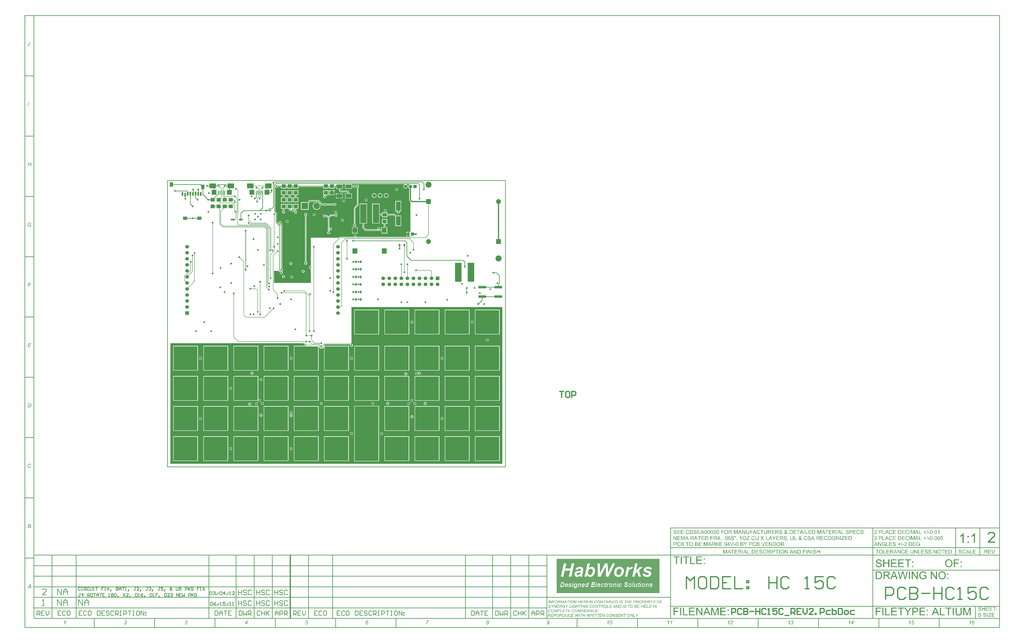
<source format=gtl>
%FSLAX25Y25*%
%MOIN*%
G70*
G01*
G75*
G04 Layer_Physical_Order=1*
G04 Layer_Color=255*
%ADD10R,0.04724X0.05512*%
%ADD11R,0.07087X0.06299*%
%ADD12R,0.11024X0.07874*%
%ADD13R,0.01575X0.07087*%
%ADD14R,0.07874X0.07874*%
%ADD15R,0.03150X0.03937*%
%ADD16R,0.12598X0.03937*%
%ADD17R,0.10630X0.31496*%
%ADD18R,0.05512X0.07480*%
%ADD19R,0.07087X0.05512*%
%ADD20R,0.03150X0.05906*%
%ADD21R,0.39370X0.39370*%
%ADD22R,0.39370X0.90551*%
%ADD23R,0.06299X0.03150*%
%ADD24R,0.07874X0.08661*%
%ADD25R,0.07874X0.15748*%
%ADD26R,0.09843X0.06693*%
%ADD27C,0.01000*%
%ADD28C,0.02000*%
%ADD29C,0.00800*%
%ADD30C,0.00700*%
%ADD31C,0.00400*%
%ADD32C,0.10000*%
%ADD33R,0.08000X0.08000*%
%ADD34C,0.08000*%
%ADD35R,0.05512X0.05512*%
%ADD36C,0.05512*%
%ADD37C,0.06000*%
%ADD38R,0.06000X0.06000*%
%ADD39R,0.06000X0.06000*%
%ADD40R,0.11024X0.11024*%
%ADD41C,0.11024*%
%ADD42C,0.03000*%
G36*
X555000Y5000D02*
X5000D01*
Y205000D01*
X225270D01*
X229185Y201085D01*
X229299Y200740D01*
X229299D01*
X229128Y200485D01*
X209515D01*
Y159515D01*
X250485D01*
Y199939D01*
X250661Y200012D01*
X251077Y199734D01*
Y198882D01*
X251170Y198413D01*
X251435Y198017D01*
X253016Y196435D01*
X253413Y196170D01*
X253882Y196077D01*
X256800D01*
X257268Y196170D01*
X257665Y196435D01*
X258865Y197635D01*
X259036Y197891D01*
X259515Y197746D01*
Y159515D01*
X300485D01*
Y200485D01*
X259577D01*
X259577Y200485D01*
Y200485D01*
X259515Y200485D01*
X259224Y200777D01*
Y201493D01*
X260507Y202777D01*
X262500D01*
X262756Y202828D01*
X302014D01*
X302769Y202073D01*
X302655Y201500D01*
X302833Y200603D01*
X303342Y199842D01*
X304103Y199333D01*
X305000Y199155D01*
X305897Y199333D01*
X306658Y199842D01*
X307167Y200603D01*
X307345Y201500D01*
X307167Y202397D01*
X306658Y203158D01*
X305897Y203667D01*
X305000Y203845D01*
X304427Y203731D01*
X303329Y204829D01*
X303381Y205000D01*
X305000D01*
Y265000D01*
X555000D01*
Y5000D01*
D02*
G37*
G36*
X402375Y468570D02*
X401572Y468464D01*
X400707Y468106D01*
X399964Y467536D01*
X399394Y466793D01*
X399036Y465928D01*
X398913Y465000D01*
X399036Y464072D01*
X399394Y463207D01*
X399964Y462464D01*
X400665Y461926D01*
Y442500D01*
X400781Y441914D01*
X400804Y441798D01*
X401202Y441202D01*
X402500Y439905D01*
Y389556D01*
X402119D01*
Y389556D01*
X399457D01*
Y385999D01*
Y382444D01*
X402119D01*
Y382444D01*
X402146D01*
X402500Y382090D01*
Y381224D01*
X313109D01*
X312874Y381664D01*
X313167Y382103D01*
X313246Y382500D01*
X308754D01*
X308833Y382103D01*
X309126Y381664D01*
X308891Y381224D01*
X286000D01*
X285532Y381130D01*
X285135Y380865D01*
X284270Y380000D01*
X237562D01*
Y333127D01*
X237176Y332810D01*
X237000Y332845D01*
X236103Y332667D01*
X235342Y332158D01*
X234833Y331397D01*
X234655Y330500D01*
X234833Y329603D01*
X235342Y328842D01*
X236103Y328333D01*
X237000Y328155D01*
X237176Y328190D01*
X237562Y327873D01*
Y305000D01*
X176523D01*
Y325000D01*
X184675D01*
Y324843D01*
X184775Y324335D01*
X185063Y323905D01*
X186707Y322261D01*
X186655Y322000D01*
X186833Y321103D01*
X187342Y320342D01*
X188103Y319833D01*
X189000Y319655D01*
X189897Y319833D01*
X190658Y320342D01*
X191167Y321103D01*
X191345Y322000D01*
X191167Y322897D01*
X190658Y323658D01*
X189897Y324167D01*
Y324507D01*
X190658Y325016D01*
X191167Y325777D01*
X191345Y326674D01*
X191167Y327571D01*
X190658Y328332D01*
X190325Y328555D01*
Y402500D01*
X190225Y403007D01*
X189937Y403437D01*
X188767Y404607D01*
X188845Y405000D01*
X188667Y405897D01*
X188158Y406658D01*
X187397Y407167D01*
X186500Y407345D01*
X185603Y407167D01*
X184842Y406658D01*
X184333Y405897D01*
X184155Y405000D01*
X184333Y404103D01*
X184842Y403342D01*
X185603Y402833D01*
X186500Y402655D01*
X186892Y402733D01*
X187674Y401951D01*
Y400195D01*
X187196Y400050D01*
X186937Y400437D01*
X181125Y406249D01*
Y421200D01*
X181025Y421707D01*
X180737Y422137D01*
X178825Y424049D01*
Y463753D01*
X179304Y463898D01*
X179342Y463842D01*
X180103Y463333D01*
X181000Y463155D01*
X181897Y463333D01*
X182658Y463842D01*
X182880Y464175D01*
X188157D01*
Y461562D01*
X196843D01*
Y464186D01*
X198157D01*
Y461562D01*
X206843D01*
Y464186D01*
X208157D01*
Y461562D01*
X216843D01*
Y464186D01*
X258157D01*
Y461562D01*
X266843D01*
Y464186D01*
X268157D01*
Y461562D01*
X276843D01*
Y464186D01*
X279279D01*
Y460853D01*
X284174D01*
Y458500D01*
X284275Y457993D01*
X284563Y457563D01*
X284563Y457563D01*
X284563Y457563D01*
X286563Y455563D01*
X286993Y455275D01*
X287500Y455174D01*
X297951D01*
X298675Y454451D01*
Y453398D01*
X294279D01*
Y445106D01*
X305721D01*
Y453398D01*
X301325D01*
Y455000D01*
X301225Y455507D01*
X300937Y455937D01*
X299437Y457437D01*
X299007Y457725D01*
X298500Y457826D01*
X288049D01*
X286825Y459049D01*
Y460853D01*
X290721D01*
Y469069D01*
X294279D01*
Y460853D01*
X305721D01*
Y463674D01*
X307620D01*
X307842Y463342D01*
X308603Y462833D01*
X309500Y462655D01*
X310397Y462833D01*
X311158Y463342D01*
X311667Y464103D01*
X311845Y465000D01*
X311667Y465897D01*
X311158Y466658D01*
X310397Y467167D01*
X309500Y467345D01*
X308603Y467167D01*
X307842Y466658D01*
X307620Y466326D01*
X305721D01*
Y469069D01*
X394468D01*
X394501Y468570D01*
X394501Y468570D01*
D01*
X393698Y468464D01*
X392833Y468106D01*
X392090Y467536D01*
X391520Y466793D01*
X391162Y465928D01*
X391039Y465000D01*
X391162Y464072D01*
X391520Y463207D01*
X392090Y462464D01*
X392833Y461894D01*
X393698Y461536D01*
X394626Y461413D01*
X395554Y461536D01*
X396419Y461894D01*
X397162Y462464D01*
X397732Y463207D01*
X398090Y464072D01*
X398213Y465000D01*
X398090Y465928D01*
X397732Y466793D01*
X397162Y467536D01*
X396419Y468106D01*
X395554Y468464D01*
X394751Y468570D01*
X394784Y469069D01*
X402342D01*
X402375Y468570D01*
D02*
G37*
%LPC*%
G36*
X409500Y107246D02*
X409103Y107167D01*
X408342Y106658D01*
X407833Y105897D01*
X407754Y105500D01*
X409500D01*
Y107246D01*
D02*
G37*
G36*
X410500D02*
Y105500D01*
X412246D01*
X412167Y105897D01*
X411658Y106658D01*
X410897Y107167D01*
X410500Y107246D01*
D02*
G37*
G36*
X400500D02*
Y105500D01*
X402246D01*
X402167Y105897D01*
X401658Y106658D01*
X400897Y107167D01*
X400500Y107246D01*
D02*
G37*
G36*
X340000D02*
X339603Y107167D01*
X338842Y106658D01*
X338333Y105897D01*
X338254Y105500D01*
X340000D01*
Y107246D01*
D02*
G37*
G36*
X341000D02*
Y105500D01*
X342746D01*
X342667Y105897D01*
X342158Y106658D01*
X341397Y107167D01*
X341000Y107246D01*
D02*
G37*
G36*
X399500D02*
X399103Y107167D01*
X398342Y106658D01*
X397833Y105897D01*
X397754Y105500D01*
X399500D01*
Y107246D01*
D02*
G37*
G36*
X152000Y109500D02*
X150254D01*
X150333Y109103D01*
X150842Y108342D01*
X151603Y107833D01*
X152000Y107754D01*
Y109500D01*
D02*
G37*
G36*
X150485Y150485D02*
X109515D01*
Y109515D01*
X150251D01*
X150251Y109515D01*
X150485D01*
Y110500D01*
X152000D01*
Y112246D01*
X151603Y112167D01*
X150926Y111714D01*
X150485Y111950D01*
Y150485D01*
D02*
G37*
G36*
X50485D02*
X9515D01*
Y109515D01*
X50485D01*
Y150485D01*
D02*
G37*
G36*
X100485D02*
X59515D01*
Y109515D01*
X100485D01*
Y150485D01*
D02*
G37*
G36*
X154746Y109500D02*
X153000D01*
Y107754D01*
X153397Y107833D01*
X154158Y108342D01*
X154667Y109103D01*
X154746Y109500D01*
D02*
G37*
G36*
X404500D02*
X402754D01*
X402833Y109103D01*
X403342Y108342D01*
X404103Y107833D01*
X404500Y107754D01*
Y109500D01*
D02*
G37*
G36*
X407246D02*
X405500D01*
Y107754D01*
X405897Y107833D01*
X406658Y108342D01*
X407167Y109103D01*
X407246Y109500D01*
D02*
G37*
G36*
X255500Y107246D02*
Y105500D01*
X257246D01*
X257167Y105897D01*
X256658Y106658D01*
X255897Y107167D01*
X255500Y107246D01*
D02*
G37*
G36*
X342746Y104500D02*
X341000D01*
Y102754D01*
X341397Y102833D01*
X342158Y103342D01*
X342667Y104103D01*
X342746Y104500D01*
D02*
G37*
G36*
X399500D02*
X397754D01*
X397833Y104103D01*
X398342Y103342D01*
X399103Y102833D01*
X399500Y102754D01*
Y104500D01*
D02*
G37*
G36*
X402246D02*
X400500D01*
Y102754D01*
X400897Y102833D01*
X401658Y103342D01*
X402167Y104103D01*
X402246Y104500D01*
D02*
G37*
G36*
X340000D02*
X338254D01*
X338333Y104103D01*
X338842Y103342D01*
X339603Y102833D01*
X340000Y102754D01*
Y104500D01*
D02*
G37*
G36*
X159746D02*
X158000D01*
Y102754D01*
X158397Y102833D01*
X159158Y103342D01*
X159667Y104103D01*
X159746Y104500D01*
D02*
G37*
G36*
X254500D02*
X252754D01*
X252833Y104103D01*
X253342Y103342D01*
X254103Y102833D01*
X254500Y102754D01*
Y104500D01*
D02*
G37*
G36*
X257246D02*
X255500D01*
Y102754D01*
X255897Y102833D01*
X256658Y103342D01*
X257167Y104103D01*
X257246Y104500D01*
D02*
G37*
G36*
X157000Y107246D02*
X156603Y107167D01*
X155842Y106658D01*
X155333Y105897D01*
X155254Y105500D01*
X157000D01*
Y107246D01*
D02*
G37*
G36*
X158000D02*
Y105500D01*
X159746D01*
X159667Y105897D01*
X159158Y106658D01*
X158397Y107167D01*
X158000Y107246D01*
D02*
G37*
G36*
X254500D02*
X254103Y107167D01*
X253342Y106658D01*
X252833Y105897D01*
X252754Y105500D01*
X254500D01*
Y107246D01*
D02*
G37*
G36*
X148000D02*
Y105500D01*
X149746D01*
X149667Y105897D01*
X149158Y106658D01*
X148397Y107167D01*
X148000Y107246D01*
D02*
G37*
G36*
X409500Y104500D02*
X407754D01*
X407833Y104103D01*
X408342Y103342D01*
X409103Y102833D01*
X409500Y102754D01*
Y104500D01*
D02*
G37*
G36*
X412246D02*
X410500D01*
Y102754D01*
X410897Y102833D01*
X411658Y103342D01*
X412167Y104103D01*
X412246Y104500D01*
D02*
G37*
G36*
X147000Y107246D02*
X146603Y107167D01*
X145842Y106658D01*
X145333Y105897D01*
X145254Y105500D01*
X147000D01*
Y107246D01*
D02*
G37*
G36*
X155500Y146746D02*
Y145000D01*
X157246D01*
X157167Y145397D01*
X156658Y146158D01*
X155897Y146667D01*
X155500Y146746D01*
D02*
G37*
G36*
X395000Y156345D02*
X394103Y156167D01*
X393342Y155658D01*
X392833Y154897D01*
X392655Y154000D01*
X392833Y153103D01*
X393342Y152342D01*
X394103Y151833D01*
X395000Y151655D01*
X395897Y151833D01*
X396658Y152342D01*
X397167Y153103D01*
X397345Y154000D01*
X397167Y154897D01*
X396658Y155658D01*
X395897Y156167D01*
X395000Y156345D01*
D02*
G37*
G36*
X140000Y157345D02*
X139103Y157167D01*
X138342Y156658D01*
X137833Y155897D01*
X137655Y155000D01*
X137833Y154103D01*
X138342Y153342D01*
X139103Y152833D01*
X140000Y152655D01*
X140897Y152833D01*
X141658Y153342D01*
X142167Y154103D01*
X142345Y155000D01*
X142167Y155897D01*
X141658Y156658D01*
X140897Y157167D01*
X140000Y157345D01*
D02*
G37*
G36*
X154500Y146746D02*
X154103Y146667D01*
X153342Y146158D01*
X152833Y145397D01*
X152754Y145000D01*
X154500D01*
Y146746D01*
D02*
G37*
G36*
X105500Y132246D02*
Y130500D01*
X107246D01*
X107167Y130897D01*
X106658Y131658D01*
X105897Y132167D01*
X105500Y132246D01*
D02*
G37*
G36*
X154500Y144000D02*
X152754D01*
X152833Y143603D01*
X153342Y142842D01*
X154103Y142333D01*
X154500Y142254D01*
Y144000D01*
D02*
G37*
G36*
X157246D02*
X155500D01*
Y142254D01*
X155897Y142333D01*
X156658Y142842D01*
X157167Y143603D01*
X157246Y144000D01*
D02*
G37*
G36*
X413000Y157246D02*
Y155500D01*
X414746D01*
X414667Y155897D01*
X414158Y156658D01*
X413397Y157167D01*
X413000Y157246D01*
D02*
G37*
G36*
X50485Y200485D02*
X9515D01*
Y159515D01*
X50485D01*
Y200485D01*
D02*
G37*
G36*
X100485D02*
X59515D01*
Y159515D01*
X100485D01*
Y200485D01*
D02*
G37*
G36*
X412000Y157246D02*
X411603Y157167D01*
X410842Y156658D01*
X410333Y155897D01*
X410254Y155500D01*
X412000D01*
Y157246D01*
D02*
G37*
G36*
X417500Y157345D02*
X416603Y157167D01*
X415842Y156658D01*
X415333Y155897D01*
X415250Y155478D01*
X414750D01*
X414845Y155000D01*
X414750Y154522D01*
X415250D01*
X415333Y154103D01*
X415842Y153342D01*
X416603Y152833D01*
X417500Y152655D01*
X418397Y152833D01*
X419158Y153342D01*
X419667Y154103D01*
X419845Y155000D01*
X419667Y155897D01*
X419158Y156658D01*
X418397Y157167D01*
X417500Y157345D01*
D02*
G37*
G36*
X412000Y154500D02*
X410254D01*
X410333Y154103D01*
X410842Y153342D01*
X411603Y152833D01*
X412000Y152754D01*
Y154500D01*
D02*
G37*
G36*
X414746D02*
X413000D01*
Y152754D01*
X413397Y152833D01*
X414158Y153342D01*
X414667Y154103D01*
X414746Y154500D01*
D02*
G37*
G36*
X400485Y150485D02*
X359515D01*
Y109515D01*
X400485D01*
Y150485D01*
D02*
G37*
G36*
X450485D02*
X409515D01*
Y109515D01*
X450485D01*
Y150485D01*
D02*
G37*
G36*
X500485D02*
X459515D01*
Y109515D01*
X500485D01*
Y150485D01*
D02*
G37*
G36*
X350485D02*
X309515D01*
Y109515D01*
X350485D01*
Y150485D01*
D02*
G37*
G36*
X200485D02*
X159515D01*
Y109515D01*
X200485D01*
Y150485D01*
D02*
G37*
G36*
X250485D02*
X209515D01*
Y109515D01*
X250485D01*
Y150485D01*
D02*
G37*
G36*
X300485D02*
X259515D01*
Y109515D01*
X300485D01*
Y150485D01*
D02*
G37*
G36*
X104500Y129500D02*
X102754D01*
X102833Y129103D01*
X103342Y128342D01*
X104103Y127833D01*
X104500Y127754D01*
Y129500D01*
D02*
G37*
G36*
X107246D02*
X105500D01*
Y127754D01*
X105897Y127833D01*
X106658Y128342D01*
X107167Y129103D01*
X107246Y129500D01*
D02*
G37*
G36*
X104500Y132246D02*
X104103Y132167D01*
X103342Y131658D01*
X102833Y130897D01*
X102754Y130500D01*
X104500D01*
Y132246D01*
D02*
G37*
G36*
X405500Y112246D02*
Y110500D01*
X407246D01*
X407167Y110897D01*
X406658Y111658D01*
X405897Y112167D01*
X405500Y112246D01*
D02*
G37*
G36*
X550485Y150485D02*
X509515D01*
Y109515D01*
X550485D01*
Y150485D01*
D02*
G37*
G36*
X153000Y112246D02*
Y110500D01*
X154746D01*
X154667Y110897D01*
X154158Y111658D01*
X153397Y112167D01*
X153000Y112246D01*
D02*
G37*
G36*
X404500D02*
X404103Y112167D01*
X403342Y111658D01*
X402833Y110897D01*
X402754Y110500D01*
X404500D01*
Y112246D01*
D02*
G37*
G36*
X157000Y104500D02*
X155254D01*
X155333Y104103D01*
X155842Y103342D01*
X156603Y102833D01*
X157000Y102754D01*
Y104500D01*
D02*
G37*
G36*
X205500Y32246D02*
Y30500D01*
X207246D01*
X207167Y30897D01*
X206658Y31658D01*
X205897Y32167D01*
X205500Y32246D01*
D02*
G37*
G36*
X304500Y54500D02*
X302754D01*
X302833Y54103D01*
X303342Y53342D01*
X304103Y52833D01*
X304500Y52754D01*
Y54500D01*
D02*
G37*
G36*
X307246D02*
X305500D01*
Y52754D01*
X305897Y52833D01*
X306658Y53342D01*
X307167Y54103D01*
X307246Y54500D01*
D02*
G37*
G36*
X204500Y32246D02*
X204103Y32167D01*
X203342Y31658D01*
X202833Y30897D01*
X202754Y30500D01*
X204500D01*
Y32246D01*
D02*
G37*
G36*
X207246Y29500D02*
X205500D01*
Y27754D01*
X205897Y27833D01*
X206658Y28342D01*
X207167Y29103D01*
X207246Y29500D01*
D02*
G37*
G36*
X104500Y32246D02*
X104103Y32167D01*
X103342Y31658D01*
X102833Y30897D01*
X102754Y30500D01*
X104500D01*
Y32246D01*
D02*
G37*
G36*
X105500D02*
Y30500D01*
X107246D01*
X107167Y30897D01*
X106658Y31658D01*
X105897Y32167D01*
X105500Y32246D01*
D02*
G37*
G36*
X354500Y57246D02*
X354103Y57166D01*
X353342Y56658D01*
X352833Y55897D01*
X352754Y55500D01*
X354500D01*
Y57246D01*
D02*
G37*
G36*
X355500D02*
Y55500D01*
X357246D01*
X357167Y55897D01*
X356658Y56658D01*
X355897Y57166D01*
X355500Y57246D01*
D02*
G37*
G36*
X50485Y100485D02*
X9515D01*
Y59515D01*
X50485D01*
Y100485D01*
D02*
G37*
G36*
X305500Y57246D02*
Y55500D01*
X307246D01*
X307167Y55897D01*
X306658Y56658D01*
X305897Y57166D01*
X305500Y57246D01*
D02*
G37*
G36*
X354500Y54500D02*
X352754D01*
X352833Y54103D01*
X353342Y53342D01*
X354103Y52833D01*
X354500Y52754D01*
Y54500D01*
D02*
G37*
G36*
X357246D02*
X355500D01*
Y52754D01*
X355897Y52833D01*
X356658Y53342D01*
X357167Y54103D01*
X357246Y54500D01*
D02*
G37*
G36*
X304500Y57246D02*
X304103Y57166D01*
X303342Y56658D01*
X302833Y55897D01*
X302754Y55500D01*
X304500D01*
Y57246D01*
D02*
G37*
G36*
X200485Y50485D02*
X159515D01*
Y9515D01*
X200485D01*
Y50485D01*
D02*
G37*
G36*
X250485D02*
X209515D01*
Y9515D01*
X250485D01*
Y50485D01*
D02*
G37*
G36*
X300485D02*
X259515D01*
Y9515D01*
X300485D01*
Y50485D01*
D02*
G37*
G36*
X150485D02*
X109515D01*
Y9515D01*
X150485D01*
Y50485D01*
D02*
G37*
G36*
X350485Y101076D02*
X309515D01*
Y8924D01*
X350485D01*
Y101076D01*
D02*
G37*
G36*
X50485Y50485D02*
X9515D01*
Y9515D01*
X50485D01*
Y50485D01*
D02*
G37*
G36*
X100485D02*
X59515D01*
Y9515D01*
X100485D01*
Y50485D01*
D02*
G37*
G36*
X104500Y29500D02*
X102754D01*
X102833Y29103D01*
X103342Y28342D01*
X104103Y27833D01*
X104500Y27754D01*
Y29500D01*
D02*
G37*
G36*
X107246D02*
X105500D01*
Y27754D01*
X105897Y27833D01*
X106658Y28342D01*
X107167Y29103D01*
X107246Y29500D01*
D02*
G37*
G36*
X204500D02*
X202754D01*
X202833Y29103D01*
X203342Y28342D01*
X204103Y27833D01*
X204500Y27754D01*
Y29500D01*
D02*
G37*
G36*
X550485Y50485D02*
X509515D01*
Y9515D01*
X550485D01*
Y50485D01*
D02*
G37*
G36*
X400485D02*
X359515D01*
Y9515D01*
X400485D01*
Y50485D01*
D02*
G37*
G36*
X450485D02*
X409515D01*
Y9515D01*
X450485D01*
Y50485D01*
D02*
G37*
G36*
X500485D02*
X459515D01*
Y9515D01*
X500485D01*
Y50485D01*
D02*
G37*
G36*
X100485Y100485D02*
X59515D01*
Y59515D01*
X100485D01*
Y100485D01*
D02*
G37*
G36*
X155000Y87857D02*
X154103Y87678D01*
X153342Y87170D01*
X152833Y86409D01*
X152655Y85512D01*
X152833Y84614D01*
X153342Y83854D01*
X154103Y83345D01*
X155000Y83167D01*
X155897Y83345D01*
X156658Y83854D01*
X157167Y84614D01*
X157345Y85512D01*
X157167Y86409D01*
X156658Y87170D01*
X155897Y87678D01*
X155000Y87857D01*
D02*
G37*
G36*
X204500Y89500D02*
X202754D01*
X202833Y89103D01*
X203342Y88342D01*
X204103Y87833D01*
X204500Y87754D01*
Y89500D01*
D02*
G37*
G36*
X207246D02*
X205500D01*
Y87754D01*
X205897Y87833D01*
X206658Y88342D01*
X207167Y89103D01*
X207246Y89500D01*
D02*
G37*
G36*
X204522Y87750D02*
Y87250D01*
X204103Y87167D01*
X203342Y86658D01*
X202833Y85897D01*
X202655Y85000D01*
X202833Y84103D01*
X203342Y83342D01*
X204103Y82833D01*
X205000Y82655D01*
X205897Y82833D01*
X206658Y83342D01*
X207167Y84103D01*
X207345Y85000D01*
X207167Y85897D01*
X206658Y86658D01*
X205897Y87167D01*
X205478Y87250D01*
Y87750D01*
X205000Y87655D01*
X204522Y87750D01*
D02*
G37*
G36*
X454500Y82246D02*
X454103Y82166D01*
X453342Y81658D01*
X452833Y80897D01*
X452754Y80500D01*
X454500D01*
Y82246D01*
D02*
G37*
G36*
X455500D02*
Y80500D01*
X457246D01*
X457167Y80897D01*
X456658Y81658D01*
X455897Y82166D01*
X455500Y82246D01*
D02*
G37*
G36*
X405000Y85357D02*
X404103Y85178D01*
X403342Y84670D01*
X402833Y83909D01*
X402655Y83012D01*
X402833Y82114D01*
X403342Y81354D01*
X404103Y80845D01*
X405000Y80667D01*
X405897Y80845D01*
X406658Y81354D01*
X407167Y82114D01*
X407345Y83012D01*
X407167Y83909D01*
X406658Y84670D01*
X405897Y85178D01*
X405000Y85357D01*
D02*
G37*
G36*
X426988Y107345D02*
X426091Y107167D01*
X425330Y106658D01*
X424822Y105897D01*
X424643Y105000D01*
X424822Y104103D01*
X425330Y103342D01*
X426091Y102833D01*
X426988Y102655D01*
X427886Y102833D01*
X428646Y103342D01*
X429155Y104103D01*
X429333Y105000D01*
X429155Y105897D01*
X428646Y106658D01*
X427886Y107167D01*
X426988Y107345D01*
D02*
G37*
G36*
X147000Y104500D02*
X145254D01*
X145333Y104103D01*
X145842Y103342D01*
X146603Y102833D01*
X147000Y102754D01*
Y104500D01*
D02*
G37*
G36*
X149746D02*
X148000D01*
Y102754D01*
X148397Y102833D01*
X149158Y103342D01*
X149667Y104103D01*
X149746Y104500D01*
D02*
G37*
G36*
X365000Y107345D02*
X364103Y107167D01*
X363342Y106658D01*
X362833Y105897D01*
X362655Y105000D01*
X362833Y104103D01*
X363342Y103342D01*
X364103Y102833D01*
X365000Y102655D01*
X365897Y102833D01*
X366658Y103342D01*
X367167Y104103D01*
X367345Y105000D01*
X367167Y105897D01*
X366658Y106658D01*
X365897Y107167D01*
X365000Y107345D01*
D02*
G37*
G36*
X204500Y92246D02*
X204103Y92167D01*
X203342Y91658D01*
X202833Y90897D01*
X202754Y90500D01*
X204500D01*
Y92246D01*
D02*
G37*
G36*
X205500D02*
Y90500D01*
X207246D01*
X207167Y90897D01*
X206658Y91658D01*
X205897Y92167D01*
X205500Y92246D01*
D02*
G37*
G36*
X136500Y106345D02*
X135603Y106167D01*
X134842Y105658D01*
X134333Y104897D01*
X134155Y104000D01*
X134333Y103103D01*
X134842Y102342D01*
X135603Y101833D01*
X136500Y101655D01*
X137397Y101833D01*
X138158Y102342D01*
X138667Y103103D01*
X138845Y104000D01*
X138667Y104897D01*
X138158Y105658D01*
X137397Y106167D01*
X136500Y106345D01*
D02*
G37*
G36*
X400485Y100485D02*
X359515D01*
Y59515D01*
X400485D01*
Y100485D01*
D02*
G37*
G36*
X450485D02*
X409515D01*
Y59515D01*
X450485D01*
Y100485D01*
D02*
G37*
G36*
X500485D02*
X459515D01*
Y59515D01*
X500485D01*
Y100485D01*
D02*
G37*
G36*
X300485D02*
X259515D01*
Y59515D01*
X300485D01*
Y100485D01*
D02*
G37*
G36*
X150485D02*
X109515D01*
Y59515D01*
X150485D01*
Y100485D01*
D02*
G37*
G36*
X200485D02*
X159515D01*
Y59515D01*
X200485D01*
Y100485D01*
D02*
G37*
G36*
X250485D02*
X209515D01*
Y59515D01*
X250485D01*
Y100485D01*
D02*
G37*
G36*
X457246Y79500D02*
X455500D01*
Y77754D01*
X455897Y77833D01*
X456658Y78342D01*
X457167Y79103D01*
X457246Y79500D01*
D02*
G37*
G36*
X54500Y82246D02*
X54103Y82166D01*
X53342Y81658D01*
X52833Y80897D01*
X52754Y80500D01*
X54500D01*
Y82246D01*
D02*
G37*
G36*
X55500D02*
Y80500D01*
X57246D01*
X57166Y80897D01*
X56658Y81658D01*
X55897Y82166D01*
X55500Y82246D01*
D02*
G37*
G36*
X454500Y79500D02*
X452754D01*
X452833Y79103D01*
X453342Y78342D01*
X454103Y77833D01*
X454500Y77754D01*
Y79500D01*
D02*
G37*
G36*
X550485Y100485D02*
X509515D01*
Y59515D01*
X550485D01*
Y100485D01*
D02*
G37*
G36*
X54500Y79500D02*
X52754D01*
X52833Y79103D01*
X53342Y78342D01*
X54103Y77833D01*
X54500Y77754D01*
Y79500D01*
D02*
G37*
G36*
X57246D02*
X55500D01*
Y77754D01*
X55897Y77833D01*
X56658Y78342D01*
X57166Y79103D01*
X57246Y79500D01*
D02*
G37*
G36*
X278500Y421500D02*
X276754D01*
X276833Y421103D01*
X277342Y420342D01*
X278103Y419833D01*
X278500Y419754D01*
Y421500D01*
D02*
G37*
G36*
X196843Y435938D02*
X188157D01*
Y428039D01*
X191174D01*
Y424380D01*
X190842Y424158D01*
X190333Y423397D01*
X190155Y422500D01*
X190333Y421603D01*
X190842Y420842D01*
X191603Y420333D01*
X192500Y420155D01*
X193397Y420333D01*
X194158Y420842D01*
X194667Y421603D01*
X194845Y422500D01*
X194667Y423397D01*
X194158Y424158D01*
X193825Y424380D01*
Y428039D01*
X196843D01*
Y435938D01*
D02*
G37*
G36*
X387237Y440879D02*
X377763D01*
Y423531D01*
X379966D01*
X380283Y423144D01*
X380155Y422500D01*
X380333Y421603D01*
X380842Y420842D01*
X381603Y420333D01*
X382500Y420155D01*
X383397Y420333D01*
X384158Y420842D01*
X384667Y421603D01*
X384845Y422500D01*
X384667Y423397D01*
X384738Y423531D01*
X387237D01*
Y440879D01*
D02*
G37*
G36*
X216843Y435938D02*
X208157D01*
Y428039D01*
X211175D01*
Y423880D01*
X210842Y423658D01*
X210333Y422897D01*
X210155Y422000D01*
X210333Y421103D01*
X210842Y420342D01*
X211603Y419833D01*
X212500Y419655D01*
X213397Y419833D01*
X214158Y420342D01*
X214667Y421103D01*
X214845Y422000D01*
X214667Y422897D01*
X214158Y423658D01*
X213825Y423880D01*
Y428039D01*
X216843D01*
Y435938D01*
D02*
G37*
G36*
X242500Y420246D02*
X242103Y420167D01*
X241342Y419658D01*
X240833Y418897D01*
X240754Y418500D01*
X242500D01*
Y420246D01*
D02*
G37*
G36*
X243500D02*
Y418500D01*
X245246D01*
X245167Y418897D01*
X244658Y419658D01*
X243897Y420167D01*
X243500Y420246D01*
D02*
G37*
G36*
X281246Y421500D02*
X279500D01*
Y419754D01*
X279000Y419655D01*
X278772Y419700D01*
Y419200D01*
X278603Y419167D01*
X277842Y418658D01*
X277551Y418223D01*
X270500D01*
X270032Y418130D01*
X269635Y417865D01*
X267000Y415230D01*
X265365Y416865D01*
X264968Y417130D01*
X264500Y417224D01*
X261949D01*
X261658Y417658D01*
X260897Y418167D01*
X260000Y418345D01*
X259103Y418167D01*
X258342Y417658D01*
X257833Y416897D01*
X257655Y416000D01*
X257833Y415103D01*
X258342Y414342D01*
X259103Y413833D01*
X260000Y413655D01*
X260897Y413833D01*
X261658Y414342D01*
X261949Y414777D01*
X263993D01*
X265776Y412993D01*
Y390449D01*
X265342Y390158D01*
X264833Y389397D01*
X264655Y388500D01*
X264833Y387603D01*
X265342Y386842D01*
X266103Y386333D01*
X267000Y386155D01*
X267897Y386333D01*
X268658Y386842D01*
X269167Y387603D01*
X269345Y388500D01*
X269167Y389397D01*
X268658Y390158D01*
X268224Y390449D01*
Y392390D01*
X268665Y392626D01*
X269103Y392333D01*
X270000Y392155D01*
X270897Y392333D01*
X271658Y392842D01*
X272167Y393603D01*
X272345Y394500D01*
X272167Y395397D01*
X271658Y396158D01*
X270897Y396667D01*
X270000Y396845D01*
X269103Y396667D01*
X268665Y396374D01*
X268224Y396609D01*
Y412993D01*
X271007Y415776D01*
X277551D01*
X277842Y415342D01*
X278603Y414833D01*
X279500Y414655D01*
X280397Y414833D01*
X281158Y415342D01*
X281667Y416103D01*
X281845Y417000D01*
X281667Y417897D01*
X281158Y418658D01*
X280397Y419167D01*
X279728Y419300D01*
Y419800D01*
X279897Y419833D01*
X280658Y420342D01*
X281167Y421103D01*
X281246Y421500D01*
D02*
G37*
G36*
X206843Y435938D02*
X198157D01*
Y428039D01*
X201174D01*
Y426500D01*
X201275Y425993D01*
X201563Y425563D01*
X201563Y425563D01*
X201563Y425563D01*
X202563Y424563D01*
X202993Y424275D01*
X203500Y424174D01*
X206119D01*
X206342Y423842D01*
X207103Y423333D01*
X208000Y423155D01*
X208897Y423333D01*
X209658Y423842D01*
X210167Y424603D01*
X210345Y425500D01*
X210167Y426397D01*
X209658Y427158D01*
X208897Y427667D01*
X208000Y427845D01*
X207103Y427667D01*
D01*
X207103D01*
X207103Y427667D01*
X207103Y427667D01*
X207090Y427669D01*
X206843Y428039D01*
D01*
D01*
Y428052D01*
X206843D01*
Y435938D01*
D02*
G37*
G36*
X360500Y427246D02*
X360103Y427167D01*
X359342Y426658D01*
X358833Y425897D01*
X358754Y425500D01*
X360500D01*
Y427246D01*
D02*
G37*
G36*
X361500D02*
Y425500D01*
X363246D01*
X363167Y425897D01*
X362658Y426658D01*
X361897Y427167D01*
X361500Y427246D01*
D02*
G37*
G36*
X363246Y424500D02*
X361500D01*
Y422754D01*
X361897Y422833D01*
X362658Y423342D01*
X363167Y424103D01*
X363246Y424500D01*
D02*
G37*
G36*
X278500Y424246D02*
X278103Y424167D01*
X277342Y423658D01*
X276833Y422897D01*
X276754Y422500D01*
X278500D01*
Y424246D01*
D02*
G37*
G36*
X279500D02*
Y422500D01*
X281246D01*
X281167Y422897D01*
X280658Y423658D01*
X279897Y424167D01*
X279500Y424246D01*
D02*
G37*
G36*
X360500Y424500D02*
X358754D01*
X358833Y424103D01*
X359342Y423342D01*
X360103Y422833D01*
X360500Y422754D01*
Y424500D01*
D02*
G37*
G36*
X198000Y406500D02*
X196254D01*
X196333Y406103D01*
X196842Y405342D01*
X197603Y404833D01*
X198000Y404754D01*
Y406500D01*
D02*
G37*
G36*
X200746D02*
X199000D01*
Y404754D01*
X199397Y404833D01*
X200158Y405342D01*
X200667Y406103D01*
X200746Y406500D01*
D02*
G37*
G36*
X289500Y408500D02*
X287754D01*
X287833Y408103D01*
X288342Y407342D01*
X289103Y406833D01*
X289500Y406754D01*
Y408500D01*
D02*
G37*
G36*
X351548Y436548D02*
X339318D01*
Y403452D01*
X351548D01*
Y416686D01*
X355657D01*
Y414062D01*
X364343D01*
Y416686D01*
X375939D01*
X377763Y414862D01*
Y399121D01*
X387237D01*
Y416469D01*
X379905D01*
X377425Y418949D01*
X376995Y419236D01*
X376488Y419337D01*
X364343D01*
Y421961D01*
X355657D01*
Y419337D01*
X351548D01*
Y436548D01*
D02*
G37*
G36*
X349500Y397746D02*
X349103Y397667D01*
X348342Y397158D01*
X347833Y396397D01*
X347754Y396000D01*
X349500D01*
Y397746D01*
D02*
G37*
G36*
X350500D02*
Y396000D01*
X352246D01*
X352167Y396397D01*
X351658Y397158D01*
X350897Y397667D01*
X350500Y397746D01*
D02*
G37*
G36*
X315000Y467845D02*
X314103Y467667D01*
X313342Y467158D01*
X312833Y466397D01*
X312655Y465500D01*
X312833Y464603D01*
X313342Y463842D01*
X313776Y463551D01*
Y435007D01*
X309135Y430365D01*
X308870Y429968D01*
X308776Y429500D01*
Y402449D01*
X308342Y402158D01*
X307833Y401397D01*
X307655Y400500D01*
X307833Y399603D01*
X308342Y398842D01*
X309103Y398333D01*
X310000Y398155D01*
X310897Y398333D01*
X311658Y398842D01*
X312167Y399603D01*
X312345Y400500D01*
X312167Y401397D01*
X311658Y402158D01*
X311224Y402449D01*
Y428993D01*
X315865Y433635D01*
X316130Y434032D01*
X316224Y434500D01*
X316224Y434500D01*
X316224Y434500D01*
Y434500D01*
Y463551D01*
X316658Y463842D01*
X317167Y464603D01*
X317345Y465500D01*
X317167Y466397D01*
X316658Y467158D01*
X315897Y467667D01*
X315000Y467845D01*
D02*
G37*
G36*
X290500Y411246D02*
Y409500D01*
X292246D01*
X292167Y409897D01*
X291658Y410658D01*
X290897Y411167D01*
X290500Y411246D01*
D02*
G37*
G36*
X242500Y417500D02*
X240754D01*
X240833Y417103D01*
X241342Y416342D01*
X242103Y415833D01*
X242500Y415754D01*
Y417500D01*
D02*
G37*
G36*
X245246D02*
X243500D01*
Y415754D01*
X243897Y415833D01*
X244658Y416342D01*
X245167Y417103D01*
X245246Y417500D01*
D02*
G37*
G36*
X289500Y411246D02*
X289103Y411167D01*
X288342Y410658D01*
X287833Y409897D01*
X287754Y409500D01*
X289500D01*
Y411246D01*
D02*
G37*
G36*
X292246Y408500D02*
X290500D01*
Y406754D01*
X290897Y406833D01*
X291658Y407342D01*
X292167Y408103D01*
X292246Y408500D01*
D02*
G37*
G36*
X198000Y409246D02*
X197603Y409167D01*
X196842Y408658D01*
X196333Y407897D01*
X196254Y407500D01*
X198000D01*
Y409246D01*
D02*
G37*
G36*
X199000D02*
Y407500D01*
X200746D01*
X200667Y407897D01*
X200158Y408658D01*
X199397Y409167D01*
X199000Y409246D01*
D02*
G37*
G36*
X247185Y438842D02*
X245948Y438721D01*
X244758Y438360D01*
X243661Y437774D01*
X242700Y436985D01*
X241912Y436024D01*
X241325Y434927D01*
X240965Y433737D01*
X240843Y432500D01*
X240965Y431263D01*
X241325Y430073D01*
X241912Y428976D01*
X242700Y428015D01*
X243661Y427226D01*
X244758Y426640D01*
X245948Y426279D01*
X247185Y426158D01*
X248422Y426279D01*
X249612Y426640D01*
X250709Y427226D01*
X251670Y428015D01*
X252459Y428976D01*
X253045Y430073D01*
X253405Y431263D01*
X253527Y432500D01*
X253405Y433737D01*
X253045Y434927D01*
X252459Y436024D01*
X251670Y436985D01*
X250709Y437774D01*
X249612Y438360D01*
X248422Y438721D01*
X247185Y438842D01*
D02*
G37*
G36*
X284500Y453398D02*
X279279D01*
Y449752D01*
X284500D01*
Y453398D01*
D02*
G37*
G36*
X290721D02*
X285500D01*
Y449752D01*
X290721D01*
Y453398D01*
D02*
G37*
G36*
X272000Y453988D02*
X268157D01*
Y450539D01*
X272000D01*
Y453988D01*
D02*
G37*
G36*
X362500Y453833D02*
X361508Y453702D01*
X360584Y453319D01*
X359790Y452710D01*
X359181Y451916D01*
X358798Y450992D01*
X358667Y450000D01*
X358798Y449008D01*
X359181Y448084D01*
X359790Y447290D01*
X360584Y446681D01*
X361508Y446298D01*
X362500Y446167D01*
X363492Y446298D01*
X364416Y446681D01*
X365210Y447290D01*
X365819Y448084D01*
X366202Y449008D01*
X366333Y450000D01*
X366202Y450992D01*
X365819Y451916D01*
X365210Y452710D01*
X364416Y453319D01*
X363492Y453702D01*
X362500Y453833D01*
D02*
G37*
G36*
X266843Y458438D02*
X258157D01*
Y450539D01*
X259298D01*
X259443Y450060D01*
X258842Y449658D01*
X258333Y448897D01*
X258155Y448000D01*
X258333Y447103D01*
X258842Y446342D01*
X259603Y445833D01*
X260500Y445655D01*
X261397Y445833D01*
X262158Y446342D01*
X262667Y447103D01*
X262845Y448000D01*
X262767Y448392D01*
X263437Y449063D01*
X263725Y449493D01*
X263825Y450000D01*
Y450539D01*
X266843D01*
Y458438D01*
D02*
G37*
G36*
X342500Y453833D02*
X341508Y453702D01*
X340584Y453319D01*
X339790Y452710D01*
X339181Y451916D01*
X338798Y450992D01*
X338667Y450000D01*
X338798Y449008D01*
X339181Y448084D01*
X339790Y447290D01*
X340584Y446681D01*
X341508Y446298D01*
X342500Y446167D01*
X343492Y446298D01*
X344416Y446681D01*
X345210Y447290D01*
X345819Y448084D01*
X346202Y449008D01*
X346333Y450000D01*
X346202Y450992D01*
X345819Y451916D01*
X345210Y452710D01*
X344416Y453319D01*
X343492Y453702D01*
X342500Y453833D01*
D02*
G37*
G36*
X352500D02*
X351508Y453702D01*
X350584Y453319D01*
X349790Y452710D01*
X349181Y451916D01*
X348798Y450992D01*
X348667Y450000D01*
X348798Y449008D01*
X349181Y448084D01*
X349790Y447290D01*
X350584Y446681D01*
X351508Y446298D01*
X352500Y446167D01*
X353492Y446298D01*
X354416Y446681D01*
X355210Y447290D01*
X355819Y448084D01*
X356202Y449008D01*
X356333Y450000D01*
X356202Y450992D01*
X355819Y451916D01*
X355210Y452710D01*
X354416Y453319D01*
X353492Y453702D01*
X352500Y453833D01*
D02*
G37*
G36*
X382246Y459500D02*
X380500D01*
Y457754D01*
X380897Y457833D01*
X381658Y458342D01*
X382167Y459103D01*
X382246Y459500D01*
D02*
G37*
G36*
X379500Y462246D02*
X379103Y462167D01*
X378342Y461658D01*
X377833Y460897D01*
X377754Y460500D01*
X379500D01*
Y462246D01*
D02*
G37*
G36*
X380500D02*
Y460500D01*
X382246D01*
X382167Y460897D01*
X381658Y461658D01*
X380897Y462167D01*
X380500Y462246D01*
D02*
G37*
G36*
X379500Y459500D02*
X377754D01*
X377833Y459103D01*
X378342Y458342D01*
X379103Y457833D01*
X379500Y457754D01*
Y459500D01*
D02*
G37*
G36*
X276843Y453988D02*
X273000D01*
Y450539D01*
X276843D01*
Y453988D01*
D02*
G37*
G36*
X272000Y458438D02*
X268157D01*
Y454988D01*
X272000D01*
Y458438D01*
D02*
G37*
G36*
X276843D02*
X273000D01*
Y454988D01*
X276843D01*
Y458438D01*
D02*
G37*
G36*
X206843D02*
X198157D01*
Y450539D01*
X201174D01*
Y446961D01*
X198157D01*
Y439062D01*
X206843D01*
Y446961D01*
X203825D01*
Y450539D01*
X206843D01*
Y458438D01*
D02*
G37*
G36*
X216843D02*
X208157D01*
Y450539D01*
X211175D01*
Y446961D01*
X208157D01*
Y439062D01*
X216843D01*
Y446961D01*
X213825D01*
Y450539D01*
X216843D01*
Y458438D01*
D02*
G37*
G36*
X328988Y442012D02*
X327243D01*
X327322Y441614D01*
X327830Y440854D01*
X328591Y440345D01*
X328988Y440266D01*
Y442012D01*
D02*
G37*
G36*
X196843Y458438D02*
X188157D01*
Y450539D01*
X191174D01*
Y446961D01*
X188157D01*
Y439062D01*
X196843D01*
Y446961D01*
X193825D01*
Y450539D01*
X196843D01*
Y458438D01*
D02*
G37*
G36*
X250500Y442325D02*
X236000D01*
X235493Y442225D01*
X235063Y441937D01*
X231937Y438812D01*
X221188D01*
Y426188D01*
X233812D01*
Y436937D01*
X236549Y439675D01*
X249951D01*
X255563Y434063D01*
X255563Y434063D01*
X255563D01*
X255563Y434063D01*
X255563D01*
X255563Y434063D01*
Y434063D01*
Y434063D01*
D01*
D01*
X255563D01*
Y434063D01*
X255993Y433775D01*
X256500Y433674D01*
X258619D01*
X258842Y433342D01*
X259603Y432833D01*
X260500Y432655D01*
X261397Y432833D01*
X262158Y433342D01*
X262381Y433674D01*
X275620D01*
X275842Y433342D01*
X276603Y432833D01*
X277500Y432655D01*
X278397Y432833D01*
X279158Y433342D01*
X279667Y434103D01*
X279845Y435000D01*
X279667Y435897D01*
X279158Y436658D01*
X278397Y437167D01*
X277500Y437345D01*
X276603Y437167D01*
X275842Y436658D01*
X275620Y436326D01*
X262381D01*
X262158Y436658D01*
X261397Y437167D01*
X260500Y437345D01*
X259603Y437167D01*
X258842Y436658D01*
X258619Y436326D01*
X257049D01*
X251437Y441937D01*
X251007Y442225D01*
X250500Y442325D01*
D02*
G37*
G36*
X292000Y440500D02*
X290254D01*
X290333Y440103D01*
X290842Y439342D01*
X291603Y438833D01*
X292000Y438754D01*
Y440500D01*
D02*
G37*
G36*
X294746D02*
X293000D01*
Y438754D01*
X293397Y438833D01*
X294158Y439342D01*
X294667Y440103D01*
X294746Y440500D01*
D02*
G37*
G36*
X329988Y444757D02*
Y443012D01*
X331734D01*
X331655Y443409D01*
X331146Y444170D01*
X330386Y444678D01*
X329988Y444757D01*
D02*
G37*
G36*
X284500Y448752D02*
X279279D01*
Y445106D01*
X284500D01*
Y448752D01*
D02*
G37*
G36*
X290721D02*
X285500D01*
Y445106D01*
X290721D01*
Y448752D01*
D02*
G37*
G36*
X328988Y444757D02*
X328591Y444678D01*
X327830Y444170D01*
X327322Y443409D01*
X327243Y443012D01*
X328988D01*
Y444757D01*
D02*
G37*
G36*
X331734Y442012D02*
X329988D01*
Y440266D01*
X330386Y440345D01*
X331146Y440854D01*
X331655Y441614D01*
X331734Y442012D01*
D02*
G37*
G36*
X292000Y443246D02*
X291603Y443167D01*
X290842Y442658D01*
X290333Y441897D01*
X290254Y441500D01*
X292000D01*
Y443246D01*
D02*
G37*
G36*
X293000D02*
Y441500D01*
X294746D01*
X294667Y441897D01*
X294158Y442658D01*
X293397Y443167D01*
X293000Y443246D01*
D02*
G37*
G36*
X205500Y182246D02*
Y180500D01*
X207246D01*
X207167Y180897D01*
X206658Y181658D01*
X205897Y182167D01*
X205500Y182246D01*
D02*
G37*
G36*
X304500D02*
X304103Y182167D01*
X303342Y181658D01*
X302833Y180897D01*
X302754Y180500D01*
X304500D01*
Y182246D01*
D02*
G37*
G36*
X305500D02*
Y180500D01*
X307246D01*
X307167Y180897D01*
X306658Y181658D01*
X305897Y182167D01*
X305500Y182246D01*
D02*
G37*
G36*
X204500D02*
X204103Y182167D01*
X203342Y181658D01*
X202833Y180897D01*
X202754Y180500D01*
X204500D01*
Y182246D01*
D02*
G37*
G36*
X457246Y179500D02*
X455500D01*
Y177754D01*
X455897Y177833D01*
X456658Y178342D01*
X457167Y179103D01*
X457246Y179500D01*
D02*
G37*
G36*
X54500Y182246D02*
X54103Y182167D01*
X53342Y181658D01*
X52833Y180897D01*
X52754Y180500D01*
X54500D01*
Y182246D01*
D02*
G37*
G36*
X55500D02*
Y180500D01*
X57246D01*
X57166Y180897D01*
X56658Y181658D01*
X55897Y182167D01*
X55500Y182246D01*
D02*
G37*
G36*
X529500Y212246D02*
X529103Y212167D01*
X528342Y211658D01*
X527833Y210897D01*
X527754Y210500D01*
X529500D01*
Y212246D01*
D02*
G37*
G36*
X530500D02*
Y210500D01*
X532246D01*
X532167Y210897D01*
X531658Y211658D01*
X530897Y212167D01*
X530500Y212246D01*
D02*
G37*
G36*
X350485Y260485D02*
X309515D01*
Y219515D01*
X350485D01*
Y260485D01*
D02*
G37*
G36*
X532246Y209500D02*
X530500D01*
Y207754D01*
X530897Y207833D01*
X531658Y208342D01*
X532167Y209103D01*
X532246Y209500D01*
D02*
G37*
G36*
X454500Y182246D02*
X454103Y182167D01*
X453342Y181658D01*
X452833Y180897D01*
X452754Y180500D01*
X454500D01*
Y182246D01*
D02*
G37*
G36*
X455500D02*
Y180500D01*
X457246D01*
X457167Y180897D01*
X456658Y181658D01*
X455897Y182167D01*
X455500Y182246D01*
D02*
G37*
G36*
X529500Y209500D02*
X527754D01*
X527833Y209103D01*
X528342Y208342D01*
X529103Y207833D01*
X529500Y207754D01*
Y209500D01*
D02*
G37*
G36*
X450485Y200485D02*
X409515D01*
Y159515D01*
X450485D01*
Y200485D01*
D02*
G37*
G36*
X500485D02*
X459515D01*
Y159515D01*
X500485D01*
Y200485D01*
D02*
G37*
G36*
X550485D02*
X509515D01*
Y159515D01*
X550485D01*
Y200485D01*
D02*
G37*
G36*
X400485D02*
X359515D01*
Y159515D01*
X400485D01*
Y200485D01*
D02*
G37*
G36*
X150485D02*
X109515D01*
Y159515D01*
X150485D01*
Y200485D01*
D02*
G37*
G36*
X200485D02*
X159515D01*
Y159515D01*
X200485D01*
Y200485D01*
D02*
G37*
G36*
X350485D02*
X309515D01*
Y159515D01*
X350485D01*
Y200485D01*
D02*
G37*
G36*
X304500Y179500D02*
X302754D01*
X302833Y179103D01*
X303342Y178342D01*
X304103Y177833D01*
X304500Y177754D01*
Y179500D01*
D02*
G37*
G36*
X307246D02*
X305500D01*
Y177754D01*
X305897Y177833D01*
X306658Y178342D01*
X307167Y179103D01*
X307246Y179500D01*
D02*
G37*
G36*
X454500D02*
X452754D01*
X452833Y179103D01*
X453342Y178342D01*
X454103Y177833D01*
X454500Y177754D01*
Y179500D01*
D02*
G37*
G36*
X207246D02*
X205500D01*
Y177754D01*
X205897Y177833D01*
X206658Y178342D01*
X207167Y179103D01*
X207246Y179500D01*
D02*
G37*
G36*
X54500D02*
X52754D01*
X52833Y179103D01*
X53342Y178342D01*
X54103Y177833D01*
X54500Y177754D01*
Y179500D01*
D02*
G37*
G36*
X57246D02*
X55500D01*
Y177754D01*
X55897Y177833D01*
X56658Y178342D01*
X57166Y179103D01*
X57246Y179500D01*
D02*
G37*
G36*
X204500D02*
X202754D01*
X202833Y179103D01*
X203342Y178342D01*
X204103Y177833D01*
X204500Y177754D01*
Y179500D01*
D02*
G37*
G36*
X400485Y260485D02*
X359515D01*
Y219515D01*
X400485D01*
Y260485D01*
D02*
G37*
G36*
X229000Y420845D02*
X228103Y420667D01*
X227342Y420158D01*
X226833Y419397D01*
X226655Y418500D01*
X226833Y417603D01*
X227342Y416842D01*
X227777Y416551D01*
Y339449D01*
X227342Y339158D01*
X226833Y338397D01*
X226655Y337500D01*
X226833Y336603D01*
X227342Y335842D01*
X228103Y335333D01*
X229000Y335155D01*
X229897Y335333D01*
X230658Y335842D01*
X231167Y336603D01*
X231345Y337500D01*
X231167Y338397D01*
X230658Y339158D01*
X230223Y339449D01*
Y416551D01*
X230658Y416842D01*
X231167Y417603D01*
X231345Y418500D01*
X231167Y419397D01*
X230658Y420158D01*
X229897Y420667D01*
X229000Y420845D01*
D02*
G37*
G36*
X398457Y385500D02*
X395795D01*
Y382444D01*
X398457D01*
Y385500D01*
D02*
G37*
G36*
X310500Y385246D02*
X310103Y385167D01*
X309342Y384658D01*
X308833Y383897D01*
X308754Y383500D01*
X310500D01*
Y385246D01*
D02*
G37*
G36*
X204500Y339345D02*
X203603Y339167D01*
X202842Y338658D01*
X202333Y337897D01*
X202155Y337000D01*
X202333Y336103D01*
X202842Y335342D01*
X203603Y334833D01*
X204500Y334655D01*
X205397Y334833D01*
X206158Y335342D01*
X206667Y336103D01*
X206845Y337000D01*
X206667Y337897D01*
X206158Y338658D01*
X205397Y339167D01*
X204500Y339345D01*
D02*
G37*
G36*
X205413Y317246D02*
X205016Y317167D01*
X204255Y316658D01*
X203747Y315897D01*
X203668Y315500D01*
X205413D01*
Y317246D01*
D02*
G37*
G36*
X206413D02*
Y315500D01*
X208159D01*
X208080Y315897D01*
X207571Y316658D01*
X206811Y317167D01*
X206413Y317246D01*
D02*
G37*
G36*
X225000Y326345D02*
X224103Y326167D01*
X223342Y325658D01*
X222833Y324897D01*
X222655Y324000D01*
X222833Y323103D01*
X223342Y322342D01*
X224103Y321833D01*
X225000Y321655D01*
X225897Y321833D01*
X226658Y322342D01*
X227167Y323103D01*
X227345Y324000D01*
X227167Y324897D01*
X226658Y325658D01*
X225897Y326167D01*
X225000Y326345D01*
D02*
G37*
G36*
X330682Y436548D02*
X318452D01*
Y403452D01*
X323241D01*
Y396933D01*
X323342Y396426D01*
X323630Y395996D01*
X323630Y395996D01*
X323630Y395996D01*
X327863Y391763D01*
X328293Y391475D01*
X328800Y391374D01*
X351160D01*
X351243Y391391D01*
X354672D01*
Y386995D01*
X364146D01*
Y397257D01*
X361326D01*
Y403039D01*
X364343D01*
Y410938D01*
X355657D01*
Y403039D01*
X358675D01*
Y397257D01*
X354672D01*
Y394042D01*
X352322D01*
X352087Y394483D01*
X352167Y394603D01*
X352246Y395000D01*
X347754D01*
X347833Y394603D01*
X347924Y394466D01*
X347689Y394025D01*
X329349D01*
X325892Y397482D01*
Y403452D01*
X330682D01*
Y436548D01*
D02*
G37*
G36*
X310090Y397257D02*
X305854D01*
Y392626D01*
X310090D01*
Y397257D01*
D02*
G37*
G36*
X315328D02*
X311090D01*
Y392626D01*
X315328D01*
Y397257D01*
D02*
G37*
G36*
Y391626D02*
X311090D01*
Y386995D01*
X315328D01*
Y391626D01*
D02*
G37*
G36*
X311500Y385246D02*
Y383500D01*
X313246D01*
X313167Y383897D01*
X312658Y384658D01*
X311897Y385167D01*
X311500Y385246D01*
D02*
G37*
G36*
X398457Y389556D02*
X395795D01*
Y386500D01*
X398457D01*
Y389556D01*
D02*
G37*
G36*
X310090Y391626D02*
X305854D01*
Y386995D01*
X310090D01*
Y391626D01*
D02*
G37*
G36*
X407246Y239500D02*
X405500D01*
Y237754D01*
X405897Y237833D01*
X406658Y238342D01*
X407167Y239103D01*
X407246Y239500D01*
D02*
G37*
G36*
X504500D02*
X502754D01*
X502833Y239103D01*
X503342Y238342D01*
X504103Y237833D01*
X504500Y237754D01*
Y239500D01*
D02*
G37*
G36*
X507246D02*
X505500D01*
Y237754D01*
X505897Y237833D01*
X506658Y238342D01*
X507167Y239103D01*
X507246Y239500D01*
D02*
G37*
G36*
X404500D02*
X402754D01*
X402833Y239103D01*
X403342Y238342D01*
X404103Y237833D01*
X404500Y237754D01*
Y239500D01*
D02*
G37*
G36*
X450485Y260485D02*
X409515D01*
Y219515D01*
X450485D01*
Y260485D01*
D02*
G37*
G36*
X500485D02*
X459515D01*
Y219515D01*
X500485D01*
Y260485D01*
D02*
G37*
G36*
X550485D02*
X509515D01*
Y219515D01*
X550485D01*
Y260485D01*
D02*
G37*
G36*
X205413Y314500D02*
X203668D01*
X203747Y314103D01*
X204255Y313342D01*
X205016Y312833D01*
X205413Y312754D01*
Y314500D01*
D02*
G37*
G36*
X208159D02*
X206413D01*
Y312754D01*
X206811Y312833D01*
X207571Y313342D01*
X208080Y314103D01*
X208159Y314500D01*
D02*
G37*
G36*
X192500Y317845D02*
X191603Y317667D01*
X190842Y317158D01*
X190333Y316397D01*
X190155Y315500D01*
X190333Y314603D01*
X190842Y313842D01*
X191603Y313333D01*
X192500Y313155D01*
X193397Y313333D01*
X194158Y313842D01*
X194667Y314603D01*
X194845Y315500D01*
X194667Y316397D01*
X194158Y317158D01*
X193397Y317667D01*
X192500Y317845D01*
D02*
G37*
G36*
X505500Y242246D02*
Y240500D01*
X507246D01*
X507167Y240897D01*
X506658Y241658D01*
X505897Y242167D01*
X505500Y242246D01*
D02*
G37*
G36*
X404500D02*
X404103Y242167D01*
X403342Y241658D01*
X402833Y240897D01*
X402754Y240500D01*
X404500D01*
Y242246D01*
D02*
G37*
G36*
X405500D02*
Y240500D01*
X407246D01*
X407167Y240897D01*
X406658Y241658D01*
X405897Y242167D01*
X405500Y242246D01*
D02*
G37*
G36*
X504500D02*
X504103Y242167D01*
X503342Y241658D01*
X502833Y240897D01*
X502754Y240500D01*
X504500D01*
Y242246D01*
D02*
G37*
%LPD*%
G36*
X1274516Y-144000D02*
X1273647D01*
X1270280Y-138964D01*
Y-144000D01*
X1269470D01*
Y-137588D01*
X1270329D01*
X1273706Y-142624D01*
Y-137588D01*
X1274516D01*
Y-144000D01*
D02*
G37*
G36*
X1242669D02*
X1241800D01*
X1238433Y-138964D01*
Y-144000D01*
X1237623D01*
Y-137588D01*
X1238482D01*
X1241859Y-142624D01*
Y-137588D01*
X1242669D01*
Y-144000D01*
D02*
G37*
G36*
X1214824D02*
X1213955D01*
X1210588Y-138964D01*
Y-144000D01*
X1209778D01*
Y-137588D01*
X1210637D01*
X1214014Y-142624D01*
Y-137588D01*
X1214824D01*
Y-144000D01*
D02*
G37*
G36*
X1130110Y-261500D02*
X1129330D01*
X1130345Y-256669D01*
X1130335Y-256679D01*
X1130315Y-256688D01*
X1130276Y-256718D01*
X1130227Y-256757D01*
X1130159Y-256796D01*
X1130071Y-256844D01*
X1129974Y-256903D01*
X1129866Y-256962D01*
X1129739Y-257030D01*
X1129603Y-257098D01*
X1129447Y-257167D01*
X1129291Y-257235D01*
X1129105Y-257303D01*
X1128920Y-257362D01*
X1128715Y-257430D01*
X1128500Y-257489D01*
X1128646Y-256776D01*
X1128656D01*
X1128676Y-256766D01*
X1128705Y-256747D01*
X1128744Y-256737D01*
X1128803Y-256708D01*
X1128861Y-256679D01*
X1129008Y-256610D01*
X1129183Y-256522D01*
X1129388Y-256415D01*
X1129593Y-256298D01*
X1129808Y-256161D01*
X1129818D01*
X1129837Y-256142D01*
X1129866Y-256122D01*
X1129905Y-256093D01*
X1130003Y-256025D01*
X1130130Y-255937D01*
X1130267Y-255829D01*
X1130413Y-255722D01*
X1130550Y-255605D01*
X1130667Y-255498D01*
X1130676Y-255488D01*
X1130696Y-255468D01*
X1130735Y-255429D01*
X1130774Y-255381D01*
X1130823Y-255312D01*
X1130881Y-255244D01*
X1130999Y-255068D01*
X1131457D01*
X1130110Y-261500D01*
D02*
G37*
G36*
X1257436Y-137490D02*
X1257504D01*
X1257670Y-137510D01*
X1257865Y-137539D01*
X1258080Y-137578D01*
X1258295Y-137636D01*
X1258500Y-137715D01*
X1258510D01*
X1258519Y-137724D01*
X1258549Y-137734D01*
X1258588Y-137754D01*
X1258685Y-137812D01*
X1258812Y-137881D01*
X1258949Y-137978D01*
X1259085Y-138095D01*
X1259222Y-138232D01*
X1259339Y-138388D01*
X1259349Y-138408D01*
X1259388Y-138466D01*
X1259437Y-138564D01*
X1259486Y-138681D01*
X1259544Y-138827D01*
X1259603Y-139003D01*
X1259642Y-139188D01*
X1259661Y-139393D01*
X1258851Y-139452D01*
Y-139442D01*
Y-139423D01*
X1258841Y-139393D01*
X1258832Y-139354D01*
X1258812Y-139247D01*
X1258773Y-139110D01*
X1258715Y-138964D01*
X1258636Y-138817D01*
X1258529Y-138671D01*
X1258402Y-138544D01*
X1258383Y-138534D01*
X1258334Y-138495D01*
X1258246Y-138447D01*
X1258129Y-138388D01*
X1257973Y-138329D01*
X1257778Y-138281D01*
X1257553Y-138242D01*
X1257290Y-138232D01*
X1257163D01*
X1257104Y-138242D01*
X1257026D01*
X1256860Y-138271D01*
X1256675Y-138300D01*
X1256489Y-138349D01*
X1256314Y-138417D01*
X1256236Y-138466D01*
X1256167Y-138515D01*
X1256157Y-138525D01*
X1256118Y-138564D01*
X1256060Y-138622D01*
X1256001Y-138710D01*
X1255933Y-138808D01*
X1255884Y-138925D01*
X1255845Y-139052D01*
X1255826Y-139198D01*
Y-139218D01*
Y-139257D01*
X1255835Y-139325D01*
X1255855Y-139403D01*
X1255884Y-139491D01*
X1255933Y-139588D01*
X1255991Y-139676D01*
X1256070Y-139764D01*
X1256079Y-139774D01*
X1256128Y-139803D01*
X1256157Y-139823D01*
X1256196Y-139852D01*
X1256255Y-139872D01*
X1256323Y-139901D01*
X1256401Y-139940D01*
X1256489Y-139979D01*
X1256587Y-140008D01*
X1256704Y-140047D01*
X1256841Y-140096D01*
X1256987Y-140135D01*
X1257153Y-140174D01*
X1257338Y-140223D01*
X1257348D01*
X1257387Y-140233D01*
X1257436Y-140242D01*
X1257504Y-140262D01*
X1257592Y-140281D01*
X1257690Y-140311D01*
X1257905Y-140359D01*
X1258139Y-140428D01*
X1258373Y-140496D01*
X1258490Y-140525D01*
X1258588Y-140565D01*
X1258685Y-140603D01*
X1258763Y-140633D01*
X1258773D01*
X1258793Y-140643D01*
X1258812Y-140662D01*
X1258851Y-140682D01*
X1258949Y-140740D01*
X1259076Y-140808D01*
X1259212Y-140906D01*
X1259349Y-141023D01*
X1259476Y-141150D01*
X1259583Y-141287D01*
X1259593Y-141306D01*
X1259622Y-141355D01*
X1259671Y-141433D01*
X1259720Y-141550D01*
X1259769Y-141677D01*
X1259817Y-141833D01*
X1259847Y-142009D01*
X1259857Y-142194D01*
Y-142204D01*
Y-142214D01*
Y-142243D01*
Y-142282D01*
X1259837Y-142380D01*
X1259817Y-142507D01*
X1259788Y-142653D01*
X1259730Y-142819D01*
X1259661Y-142995D01*
X1259564Y-143161D01*
X1259554Y-143180D01*
X1259505Y-143239D01*
X1259447Y-143317D01*
X1259349Y-143414D01*
X1259232Y-143532D01*
X1259085Y-143649D01*
X1258910Y-143756D01*
X1258715Y-143863D01*
X1258705D01*
X1258685Y-143873D01*
X1258656Y-143883D01*
X1258617Y-143902D01*
X1258568Y-143922D01*
X1258510Y-143941D01*
X1258353Y-143981D01*
X1258178Y-144029D01*
X1257963Y-144068D01*
X1257739Y-144098D01*
X1257485Y-144107D01*
X1257338D01*
X1257270Y-144098D01*
X1257182D01*
X1257085Y-144088D01*
X1256977Y-144078D01*
X1256753Y-144049D01*
X1256509Y-144000D01*
X1256265Y-143941D01*
X1256031Y-143863D01*
X1256021D01*
X1256001Y-143854D01*
X1255972Y-143834D01*
X1255933Y-143815D01*
X1255826Y-143756D01*
X1255699Y-143668D01*
X1255543Y-143561D01*
X1255396Y-143434D01*
X1255240Y-143278D01*
X1255103Y-143102D01*
Y-143092D01*
X1255094Y-143083D01*
X1255074Y-143053D01*
X1255055Y-143014D01*
X1255025Y-142965D01*
X1254996Y-142907D01*
X1254937Y-142761D01*
X1254879Y-142595D01*
X1254820Y-142390D01*
X1254781Y-142175D01*
X1254762Y-141941D01*
X1255562Y-141872D01*
Y-141882D01*
Y-141892D01*
X1255572Y-141950D01*
X1255591Y-142038D01*
X1255611Y-142155D01*
X1255650Y-142282D01*
X1255689Y-142419D01*
X1255748Y-142546D01*
X1255816Y-142673D01*
X1255826Y-142682D01*
X1255855Y-142721D01*
X1255904Y-142780D01*
X1255982Y-142848D01*
X1256070Y-142926D01*
X1256177Y-143014D01*
X1256314Y-143092D01*
X1256460Y-143170D01*
X1256470D01*
X1256479Y-143180D01*
X1256538Y-143200D01*
X1256626Y-143229D01*
X1256753Y-143258D01*
X1256889Y-143297D01*
X1257065Y-143327D01*
X1257251Y-143346D01*
X1257446Y-143356D01*
X1257524D01*
X1257621Y-143346D01*
X1257729Y-143336D01*
X1257865Y-143327D01*
X1258002Y-143297D01*
X1258148Y-143268D01*
X1258295Y-143219D01*
X1258314Y-143209D01*
X1258353Y-143190D01*
X1258422Y-143161D01*
X1258500Y-143112D01*
X1258597Y-143053D01*
X1258685Y-142985D01*
X1258773Y-142907D01*
X1258851Y-142819D01*
X1258861Y-142809D01*
X1258881Y-142770D01*
X1258910Y-142721D01*
X1258949Y-142653D01*
X1258978Y-142575D01*
X1259007Y-142477D01*
X1259027Y-142380D01*
X1259037Y-142272D01*
Y-142263D01*
Y-142224D01*
X1259027Y-142165D01*
X1259017Y-142097D01*
X1258998Y-142009D01*
X1258959Y-141921D01*
X1258920Y-141833D01*
X1258861Y-141745D01*
X1258851Y-141736D01*
X1258832Y-141706D01*
X1258783Y-141667D01*
X1258724Y-141609D01*
X1258646Y-141550D01*
X1258549Y-141492D01*
X1258422Y-141423D01*
X1258285Y-141365D01*
X1258275Y-141355D01*
X1258236Y-141345D01*
X1258158Y-141326D01*
X1258109Y-141306D01*
X1258051Y-141287D01*
X1257973Y-141267D01*
X1257895Y-141248D01*
X1257797Y-141218D01*
X1257699Y-141189D01*
X1257582Y-141160D01*
X1257446Y-141131D01*
X1257299Y-141092D01*
X1257143Y-141052D01*
X1257133D01*
X1257104Y-141043D01*
X1257055Y-141033D01*
X1256997Y-141013D01*
X1256929Y-140994D01*
X1256850Y-140974D01*
X1256665Y-140926D01*
X1256460Y-140857D01*
X1256255Y-140789D01*
X1256070Y-140721D01*
X1255982Y-140691D01*
X1255913Y-140652D01*
X1255904D01*
X1255894Y-140643D01*
X1255835Y-140603D01*
X1255757Y-140555D01*
X1255660Y-140486D01*
X1255543Y-140399D01*
X1255435Y-140301D01*
X1255328Y-140184D01*
X1255230Y-140057D01*
X1255221Y-140037D01*
X1255191Y-139989D01*
X1255162Y-139920D01*
X1255123Y-139823D01*
X1255074Y-139706D01*
X1255045Y-139569D01*
X1255015Y-139413D01*
X1255006Y-139257D01*
Y-139247D01*
Y-139237D01*
Y-139208D01*
Y-139169D01*
X1255025Y-139081D01*
X1255045Y-138964D01*
X1255074Y-138817D01*
X1255123Y-138671D01*
X1255191Y-138505D01*
X1255279Y-138349D01*
Y-138339D01*
X1255289Y-138329D01*
X1255328Y-138281D01*
X1255396Y-138203D01*
X1255484Y-138105D01*
X1255591Y-138007D01*
X1255728Y-137900D01*
X1255894Y-137793D01*
X1256079Y-137705D01*
X1256089D01*
X1256099Y-137695D01*
X1256128Y-137685D01*
X1256177Y-137666D01*
X1256226Y-137656D01*
X1256284Y-137636D01*
X1256421Y-137588D01*
X1256597Y-137549D01*
X1256792Y-137519D01*
X1257016Y-137490D01*
X1257251Y-137480D01*
X1257368D01*
X1257436Y-137490D01*
D02*
G37*
G36*
X1219187D02*
X1219265Y-137500D01*
X1219362Y-137510D01*
X1219470Y-137519D01*
X1219587Y-137539D01*
X1219841Y-137597D01*
X1220114Y-137685D01*
X1220250Y-137744D01*
X1220387Y-137812D01*
X1220514Y-137890D01*
X1220641Y-137978D01*
X1220651Y-137988D01*
X1220670Y-137998D01*
X1220699Y-138027D01*
X1220748Y-138066D01*
X1220797Y-138115D01*
X1220865Y-138183D01*
X1220934Y-138251D01*
X1221002Y-138329D01*
X1221080Y-138427D01*
X1221148Y-138525D01*
X1221226Y-138642D01*
X1221305Y-138769D01*
X1221373Y-138895D01*
X1221441Y-139042D01*
X1221558Y-139354D01*
X1220719Y-139549D01*
Y-139540D01*
X1220709Y-139520D01*
X1220699Y-139481D01*
X1220680Y-139432D01*
X1220651Y-139374D01*
X1220621Y-139305D01*
X1220553Y-139159D01*
X1220465Y-138993D01*
X1220348Y-138817D01*
X1220221Y-138661D01*
X1220065Y-138525D01*
X1220045Y-138515D01*
X1219987Y-138476D01*
X1219899Y-138427D01*
X1219772Y-138359D01*
X1219626Y-138300D01*
X1219440Y-138251D01*
X1219235Y-138212D01*
X1219001Y-138203D01*
X1218933D01*
X1218884Y-138212D01*
X1218816D01*
X1218747Y-138222D01*
X1218572Y-138251D01*
X1218377Y-138290D01*
X1218172Y-138359D01*
X1217967Y-138447D01*
X1217771Y-138564D01*
X1217762D01*
X1217752Y-138583D01*
X1217693Y-138632D01*
X1217605Y-138710D01*
X1217498Y-138817D01*
X1217391Y-138954D01*
X1217274Y-139110D01*
X1217166Y-139305D01*
X1217078Y-139520D01*
Y-139530D01*
X1217069Y-139549D01*
X1217059Y-139579D01*
X1217049Y-139628D01*
X1217030Y-139676D01*
X1217020Y-139745D01*
X1216981Y-139901D01*
X1216942Y-140086D01*
X1216912Y-140291D01*
X1216893Y-140516D01*
X1216883Y-140750D01*
Y-140760D01*
Y-140789D01*
Y-140828D01*
Y-140887D01*
X1216893Y-140955D01*
Y-141043D01*
X1216903Y-141131D01*
X1216912Y-141228D01*
X1216942Y-141453D01*
X1216981Y-141697D01*
X1217039Y-141941D01*
X1217117Y-142175D01*
Y-142185D01*
X1217127Y-142204D01*
X1217147Y-142233D01*
X1217166Y-142272D01*
X1217215Y-142390D01*
X1217293Y-142517D01*
X1217400Y-142673D01*
X1217527Y-142819D01*
X1217674Y-142965D01*
X1217849Y-143092D01*
X1217859D01*
X1217869Y-143102D01*
X1217898Y-143122D01*
X1217937Y-143141D01*
X1218045Y-143180D01*
X1218181Y-143239D01*
X1218337Y-143288D01*
X1218523Y-143336D01*
X1218728Y-143375D01*
X1218943Y-143385D01*
X1219011D01*
X1219060Y-143375D01*
X1219118D01*
X1219196Y-143366D01*
X1219362Y-143336D01*
X1219548Y-143288D01*
X1219753Y-143209D01*
X1219948Y-143112D01*
X1220143Y-142975D01*
X1220153Y-142965D01*
X1220163Y-142956D01*
X1220221Y-142897D01*
X1220309Y-142799D01*
X1220416Y-142673D01*
X1220524Y-142497D01*
X1220641Y-142292D01*
X1220738Y-142038D01*
X1220817Y-141755D01*
X1221666Y-141970D01*
Y-141980D01*
X1221656Y-142019D01*
X1221636Y-142068D01*
X1221617Y-142146D01*
X1221578Y-142224D01*
X1221539Y-142331D01*
X1221500Y-142438D01*
X1221441Y-142555D01*
X1221314Y-142819D01*
X1221139Y-143083D01*
X1220943Y-143336D01*
X1220826Y-143453D01*
X1220699Y-143561D01*
X1220690Y-143571D01*
X1220670Y-143580D01*
X1220631Y-143610D01*
X1220572Y-143649D01*
X1220504Y-143688D01*
X1220426Y-143737D01*
X1220338Y-143785D01*
X1220231Y-143834D01*
X1220114Y-143883D01*
X1219987Y-143932D01*
X1219841Y-143981D01*
X1219694Y-144019D01*
X1219372Y-144088D01*
X1219196Y-144098D01*
X1219011Y-144107D01*
X1218913D01*
X1218835Y-144098D01*
X1218747D01*
X1218650Y-144088D01*
X1218533Y-144068D01*
X1218416Y-144059D01*
X1218142Y-144000D01*
X1217859Y-143932D01*
X1217586Y-143824D01*
X1217449Y-143766D01*
X1217322Y-143688D01*
X1217313Y-143678D01*
X1217293Y-143668D01*
X1217264Y-143639D01*
X1217215Y-143610D01*
X1217098Y-143512D01*
X1216961Y-143375D01*
X1216795Y-143209D01*
X1216639Y-142995D01*
X1216473Y-142751D01*
X1216337Y-142468D01*
Y-142458D01*
X1216327Y-142429D01*
X1216307Y-142390D01*
X1216288Y-142331D01*
X1216259Y-142253D01*
X1216229Y-142165D01*
X1216200Y-142068D01*
X1216171Y-141950D01*
X1216141Y-141833D01*
X1216112Y-141697D01*
X1216054Y-141404D01*
X1216015Y-141092D01*
X1216005Y-140750D01*
Y-140740D01*
Y-140701D01*
Y-140652D01*
X1216015Y-140584D01*
Y-140496D01*
X1216024Y-140389D01*
X1216034Y-140281D01*
X1216054Y-140155D01*
X1216102Y-139881D01*
X1216161Y-139588D01*
X1216259Y-139286D01*
X1216385Y-139003D01*
Y-138993D01*
X1216405Y-138974D01*
X1216424Y-138935D01*
X1216454Y-138876D01*
X1216493Y-138817D01*
X1216542Y-138749D01*
X1216669Y-138583D01*
X1216815Y-138398D01*
X1217000Y-138212D01*
X1217225Y-138027D01*
X1217469Y-137871D01*
X1217479D01*
X1217498Y-137851D01*
X1217537Y-137832D01*
X1217596Y-137812D01*
X1217654Y-137783D01*
X1217732Y-137744D01*
X1217830Y-137715D01*
X1217927Y-137675D01*
X1218035Y-137636D01*
X1218152Y-137607D01*
X1218416Y-137539D01*
X1218708Y-137500D01*
X1219021Y-137480D01*
X1219118D01*
X1219187Y-137490D01*
D02*
G37*
G36*
X1035498Y-255078D02*
X1035566D01*
X1035644Y-255097D01*
X1035830Y-255127D01*
X1036035Y-255185D01*
X1036240Y-255273D01*
X1036347Y-255322D01*
X1036454Y-255390D01*
X1036552Y-255459D01*
X1036650Y-255546D01*
X1036659Y-255556D01*
X1036669Y-255566D01*
X1036698Y-255595D01*
X1036728Y-255634D01*
X1036806Y-255732D01*
X1036894Y-255869D01*
X1036981Y-256044D01*
X1037059Y-256239D01*
X1037118Y-256464D01*
X1037128Y-256591D01*
X1037138Y-256718D01*
Y-256727D01*
Y-256737D01*
Y-256766D01*
Y-256805D01*
X1037128Y-256893D01*
X1037108Y-257020D01*
X1037069Y-257157D01*
X1037030Y-257303D01*
X1036962Y-257459D01*
X1036874Y-257606D01*
X1036864Y-257625D01*
X1036825Y-257664D01*
X1036767Y-257742D01*
X1036679Y-257830D01*
X1036562Y-257928D01*
X1036425Y-258025D01*
X1036269Y-258133D01*
X1036084Y-258230D01*
X1036103Y-258240D01*
X1036142Y-258269D01*
X1036210Y-258318D01*
X1036289Y-258387D01*
X1036386Y-258465D01*
X1036474Y-258553D01*
X1036562Y-258660D01*
X1036640Y-258777D01*
X1036650Y-258787D01*
X1036669Y-258836D01*
X1036698Y-258894D01*
X1036737Y-258982D01*
X1036777Y-259089D01*
X1036806Y-259206D01*
X1036825Y-259343D01*
X1036835Y-259489D01*
Y-259499D01*
Y-259528D01*
Y-259577D01*
X1036825Y-259636D01*
X1036815Y-259704D01*
X1036796Y-259792D01*
X1036777Y-259890D01*
X1036757Y-259997D01*
X1036679Y-260231D01*
X1036620Y-260358D01*
X1036562Y-260485D01*
X1036484Y-260612D01*
X1036396Y-260739D01*
X1036298Y-260866D01*
X1036181Y-260983D01*
X1036171Y-260993D01*
X1036152Y-261012D01*
X1036113Y-261041D01*
X1036064Y-261080D01*
X1036005Y-261129D01*
X1035927Y-261178D01*
X1035839Y-261237D01*
X1035752Y-261295D01*
X1035644Y-261354D01*
X1035517Y-261412D01*
X1035264Y-261510D01*
X1035117Y-261549D01*
X1034961Y-261578D01*
X1034805Y-261598D01*
X1034639Y-261607D01*
X1034551D01*
X1034493Y-261598D01*
X1034424Y-261588D01*
X1034336Y-261578D01*
X1034239Y-261568D01*
X1034141Y-261549D01*
X1033917Y-261490D01*
X1033683Y-261402D01*
X1033565Y-261354D01*
X1033448Y-261285D01*
X1033341Y-261217D01*
X1033234Y-261129D01*
X1033224Y-261119D01*
X1033214Y-261110D01*
X1033185Y-261080D01*
X1033146Y-261041D01*
X1033107Y-260993D01*
X1033058Y-260934D01*
X1033009Y-260866D01*
X1032960Y-260778D01*
X1032853Y-260592D01*
X1032755Y-260368D01*
X1032677Y-260114D01*
X1032658Y-259968D01*
X1032638Y-259821D01*
X1033409Y-259724D01*
Y-259733D01*
Y-259753D01*
X1033419Y-259792D01*
X1033429Y-259831D01*
X1033448Y-259958D01*
X1033487Y-260104D01*
X1033536Y-260261D01*
X1033605Y-260426D01*
X1033683Y-260573D01*
X1033790Y-260700D01*
X1033800Y-260709D01*
X1033848Y-260739D01*
X1033907Y-260788D01*
X1034005Y-260836D01*
X1034112Y-260895D01*
X1034249Y-260934D01*
X1034405Y-260973D01*
X1034581Y-260983D01*
X1034639D01*
X1034678Y-260973D01*
X1034785Y-260963D01*
X1034932Y-260934D01*
X1035088Y-260885D01*
X1035254Y-260807D01*
X1035430Y-260709D01*
X1035596Y-260573D01*
X1035605Y-260563D01*
X1035615Y-260553D01*
X1035664Y-260495D01*
X1035732Y-260407D01*
X1035810Y-260290D01*
X1035888Y-260153D01*
X1035957Y-259987D01*
X1036005Y-259802D01*
X1036025Y-259704D01*
Y-259607D01*
Y-259597D01*
Y-259587D01*
Y-259528D01*
X1036005Y-259441D01*
X1035986Y-259333D01*
X1035947Y-259206D01*
X1035888Y-259080D01*
X1035810Y-258953D01*
X1035703Y-258826D01*
X1035693Y-258816D01*
X1035644Y-258777D01*
X1035576Y-258728D01*
X1035478Y-258670D01*
X1035351Y-258611D01*
X1035205Y-258562D01*
X1035039Y-258523D01*
X1034844Y-258513D01*
X1034756D01*
X1034717Y-258523D01*
X1034659D01*
X1034590Y-258533D01*
X1034727Y-257879D01*
X1034795D01*
X1034863Y-257889D01*
X1035010D01*
X1035059Y-257879D01*
X1035108D01*
X1035176Y-257869D01*
X1035332Y-257850D01*
X1035498Y-257811D01*
X1035674Y-257752D01*
X1035839Y-257674D01*
X1035986Y-257567D01*
X1036005Y-257547D01*
X1036045Y-257508D01*
X1036103Y-257440D01*
X1036171Y-257342D01*
X1036230Y-257225D01*
X1036289Y-257088D01*
X1036327Y-256932D01*
X1036347Y-256757D01*
Y-256747D01*
Y-256737D01*
Y-256679D01*
X1036327Y-256600D01*
X1036308Y-256493D01*
X1036269Y-256376D01*
X1036220Y-256249D01*
X1036142Y-256122D01*
X1036045Y-256005D01*
X1036035Y-255995D01*
X1035996Y-255956D01*
X1035927Y-255908D01*
X1035839Y-255849D01*
X1035732Y-255800D01*
X1035605Y-255751D01*
X1035469Y-255712D01*
X1035312Y-255703D01*
X1035244D01*
X1035166Y-255722D01*
X1035059Y-255742D01*
X1034942Y-255781D01*
X1034815Y-255829D01*
X1034678Y-255908D01*
X1034551Y-256015D01*
X1034541Y-256025D01*
X1034493Y-256073D01*
X1034434Y-256142D01*
X1034366Y-256239D01*
X1034297Y-256366D01*
X1034229Y-256513D01*
X1034171Y-256688D01*
X1034122Y-256884D01*
X1033341Y-256727D01*
Y-256718D01*
X1033351Y-256688D01*
X1033360Y-256649D01*
X1033380Y-256600D01*
X1033399Y-256532D01*
X1033429Y-256454D01*
X1033507Y-256278D01*
X1033605Y-256083D01*
X1033731Y-255878D01*
X1033887Y-255683D01*
X1034073Y-255507D01*
X1034083Y-255498D01*
X1034102Y-255488D01*
X1034132Y-255468D01*
X1034171Y-255439D01*
X1034219Y-255410D01*
X1034288Y-255371D01*
X1034356Y-255332D01*
X1034444Y-255283D01*
X1034629Y-255205D01*
X1034854Y-255136D01*
X1035098Y-255088D01*
X1035234Y-255068D01*
X1035449D01*
X1035498Y-255078D01*
D02*
G37*
G36*
X1136103Y-259167D02*
X1137020D01*
X1136874Y-259870D01*
X1135957D01*
X1135605Y-261500D01*
X1134824D01*
X1135166Y-259870D01*
X1132560D01*
X1132726Y-259089D01*
X1136327Y-255097D01*
X1136962D01*
X1136103Y-259167D01*
D02*
G37*
G36*
X1287487Y-138339D02*
X1285379D01*
Y-144000D01*
X1284530D01*
Y-138339D01*
X1282422D01*
Y-137588D01*
X1287487D01*
Y-138339D01*
D02*
G37*
G36*
X1253727D02*
X1249940D01*
Y-140311D01*
X1253483D01*
Y-141062D01*
X1249940D01*
Y-143248D01*
X1253874D01*
Y-144000D01*
X1249091D01*
Y-137588D01*
X1253727D01*
Y-138339D01*
D02*
G37*
G36*
X1244904Y-143248D02*
X1248057D01*
Y-144000D01*
X1244055D01*
Y-137588D01*
X1244904D01*
Y-143248D01*
D02*
G37*
G36*
X1293021Y-138339D02*
X1289234D01*
Y-140311D01*
X1292777D01*
Y-141062D01*
X1289234D01*
Y-143248D01*
X1293167D01*
Y-144000D01*
X1288385D01*
Y-137588D01*
X1293021D01*
Y-138339D01*
D02*
G37*
G36*
X1236218Y-141297D02*
Y-141306D01*
Y-141335D01*
Y-141384D01*
Y-141453D01*
X1236208Y-141541D01*
Y-141628D01*
X1236198Y-141736D01*
X1236189Y-141853D01*
X1236159Y-142097D01*
X1236120Y-142351D01*
X1236071Y-142604D01*
X1235993Y-142829D01*
Y-142839D01*
X1235983Y-142858D01*
X1235974Y-142887D01*
X1235954Y-142926D01*
X1235896Y-143024D01*
X1235818Y-143161D01*
X1235710Y-143307D01*
X1235574Y-143463D01*
X1235398Y-143610D01*
X1235203Y-143756D01*
X1235193D01*
X1235173Y-143775D01*
X1235144Y-143785D01*
X1235095Y-143815D01*
X1235047Y-143834D01*
X1234978Y-143863D01*
X1234890Y-143902D01*
X1234803Y-143932D01*
X1234705Y-143961D01*
X1234588Y-144000D01*
X1234471Y-144029D01*
X1234334Y-144049D01*
X1234041Y-144088D01*
X1233709Y-144107D01*
X1233622D01*
X1233563Y-144098D01*
X1233485D01*
X1233397Y-144088D01*
X1233300Y-144078D01*
X1233192Y-144068D01*
X1232958Y-144029D01*
X1232714Y-143981D01*
X1232460Y-143902D01*
X1232236Y-143805D01*
X1232226D01*
X1232206Y-143785D01*
X1232187Y-143775D01*
X1232148Y-143746D01*
X1232041Y-143678D01*
X1231923Y-143571D01*
X1231787Y-143444D01*
X1231660Y-143297D01*
X1231533Y-143112D01*
X1231426Y-142907D01*
Y-142897D01*
X1231416Y-142878D01*
X1231406Y-142848D01*
X1231387Y-142799D01*
X1231367Y-142741D01*
X1231347Y-142663D01*
X1231328Y-142575D01*
X1231308Y-142477D01*
X1231279Y-142370D01*
X1231260Y-142253D01*
X1231240Y-142116D01*
X1231221Y-141980D01*
X1231201Y-141823D01*
X1231191Y-141658D01*
X1231182Y-141482D01*
Y-141297D01*
Y-137588D01*
X1232031D01*
Y-141297D01*
Y-141306D01*
Y-141335D01*
Y-141375D01*
Y-141433D01*
Y-141501D01*
X1232041Y-141579D01*
X1232050Y-141765D01*
X1232070Y-141960D01*
X1232089Y-142165D01*
X1232128Y-142360D01*
X1232148Y-142448D01*
X1232177Y-142526D01*
X1232187Y-142546D01*
X1232206Y-142595D01*
X1232245Y-142663D01*
X1232304Y-142751D01*
X1232372Y-142848D01*
X1232470Y-142956D01*
X1232577Y-143053D01*
X1232714Y-143141D01*
X1232733Y-143151D01*
X1232782Y-143170D01*
X1232860Y-143209D01*
X1232968Y-143239D01*
X1233104Y-143278D01*
X1233261Y-143317D01*
X1233436Y-143336D01*
X1233631Y-143346D01*
X1233719D01*
X1233788Y-143336D01*
X1233866D01*
X1233953Y-143327D01*
X1234149Y-143297D01*
X1234373Y-143239D01*
X1234588Y-143170D01*
X1234793Y-143063D01*
X1234890Y-143005D01*
X1234968Y-142926D01*
Y-142917D01*
X1234988Y-142907D01*
X1235007Y-142878D01*
X1235027Y-142839D01*
X1235066Y-142790D01*
X1235095Y-142731D01*
X1235134Y-142653D01*
X1235173Y-142565D01*
X1235203Y-142458D01*
X1235242Y-142341D01*
X1235281Y-142214D01*
X1235310Y-142058D01*
X1235330Y-141892D01*
X1235349Y-141716D01*
X1235369Y-141511D01*
Y-141297D01*
Y-137588D01*
X1236218D01*
Y-141297D01*
D02*
G37*
G36*
X1230110Y-261500D02*
X1229330D01*
X1230345Y-256669D01*
X1230335Y-256679D01*
X1230315Y-256688D01*
X1230276Y-256718D01*
X1230227Y-256757D01*
X1230159Y-256796D01*
X1230071Y-256844D01*
X1229974Y-256903D01*
X1229866Y-256962D01*
X1229739Y-257030D01*
X1229603Y-257098D01*
X1229447Y-257167D01*
X1229291Y-257235D01*
X1229105Y-257303D01*
X1228920Y-257362D01*
X1228715Y-257430D01*
X1228500Y-257489D01*
X1228646Y-256776D01*
X1228656D01*
X1228676Y-256766D01*
X1228705Y-256747D01*
X1228744Y-256737D01*
X1228803Y-256708D01*
X1228861Y-256679D01*
X1229008Y-256610D01*
X1229183Y-256522D01*
X1229388Y-256415D01*
X1229593Y-256298D01*
X1229808Y-256161D01*
X1229818D01*
X1229837Y-256142D01*
X1229866Y-256122D01*
X1229905Y-256093D01*
X1230003Y-256025D01*
X1230130Y-255937D01*
X1230267Y-255829D01*
X1230413Y-255722D01*
X1230550Y-255605D01*
X1230667Y-255498D01*
X1230676Y-255488D01*
X1230696Y-255468D01*
X1230735Y-255429D01*
X1230774Y-255381D01*
X1230823Y-255312D01*
X1230881Y-255244D01*
X1230999Y-255068D01*
X1231457D01*
X1230110Y-261500D01*
D02*
G37*
G36*
X1296964Y-137597D02*
X1297140Y-137607D01*
X1297335Y-137627D01*
X1297520Y-137656D01*
X1297676Y-137685D01*
X1297686D01*
X1297706Y-137695D01*
X1297725D01*
X1297764Y-137715D01*
X1297872Y-137744D01*
X1297999Y-137793D01*
X1298145Y-137851D01*
X1298301Y-137929D01*
X1298457Y-138027D01*
X1298613Y-138144D01*
X1298623D01*
X1298633Y-138163D01*
X1298701Y-138222D01*
X1298789Y-138320D01*
X1298897Y-138447D01*
X1299023Y-138603D01*
X1299150Y-138788D01*
X1299267Y-139003D01*
X1299375Y-139247D01*
Y-139257D01*
X1299384Y-139276D01*
X1299394Y-139315D01*
X1299414Y-139364D01*
X1299433Y-139423D01*
X1299453Y-139501D01*
X1299482Y-139588D01*
X1299502Y-139686D01*
X1299521Y-139793D01*
X1299550Y-139911D01*
X1299589Y-140164D01*
X1299619Y-140447D01*
X1299629Y-140760D01*
Y-140769D01*
Y-140789D01*
Y-140828D01*
Y-140887D01*
X1299619Y-140945D01*
Y-141023D01*
X1299609Y-141199D01*
X1299589Y-141394D01*
X1299550Y-141619D01*
X1299511Y-141843D01*
X1299453Y-142058D01*
Y-142068D01*
X1299443Y-142087D01*
X1299433Y-142116D01*
X1299424Y-142155D01*
X1299384Y-142253D01*
X1299336Y-142390D01*
X1299277Y-142536D01*
X1299199Y-142692D01*
X1299111Y-142848D01*
X1299014Y-142995D01*
X1299004Y-143014D01*
X1298965Y-143053D01*
X1298916Y-143122D01*
X1298838Y-143209D01*
X1298760Y-143297D01*
X1298652Y-143395D01*
X1298545Y-143492D01*
X1298428Y-143580D01*
X1298418Y-143590D01*
X1298369Y-143610D01*
X1298301Y-143649D01*
X1298213Y-143697D01*
X1298106Y-143746D01*
X1297979Y-143795D01*
X1297833Y-143844D01*
X1297667Y-143893D01*
X1297647D01*
X1297589Y-143912D01*
X1297501Y-143922D01*
X1297374Y-143941D01*
X1297227Y-143961D01*
X1297052Y-143981D01*
X1296857Y-143990D01*
X1296642Y-144000D01*
X1294339D01*
Y-137588D01*
X1296798D01*
X1296964Y-137597D01*
D02*
G37*
G36*
X935488Y-255078D02*
X935625Y-255097D01*
X935771Y-255127D01*
X935937Y-255166D01*
X936113Y-255224D01*
X936279Y-255302D01*
X936289D01*
X936298Y-255312D01*
X936357Y-255341D01*
X936435Y-255390D01*
X936532Y-255468D01*
X936640Y-255556D01*
X936757Y-255663D01*
X936855Y-255790D01*
X936952Y-255937D01*
X936962Y-255956D01*
X936991Y-256005D01*
X937020Y-256093D01*
X937069Y-256200D01*
X937108Y-256327D01*
X937138Y-256464D01*
X937167Y-256620D01*
X937177Y-256786D01*
Y-256796D01*
Y-256815D01*
Y-256844D01*
X937167Y-256893D01*
Y-256952D01*
X937157Y-257020D01*
X937118Y-257176D01*
X937069Y-257371D01*
X936981Y-257576D01*
X936874Y-257791D01*
X936796Y-257908D01*
X936718Y-258016D01*
X936708Y-258035D01*
X936679Y-258055D01*
X936650Y-258094D01*
X936611Y-258133D01*
X936562Y-258191D01*
X936493Y-258260D01*
X936406Y-258338D01*
X936308Y-258426D01*
X936191Y-258533D01*
X936064Y-258650D01*
X935908Y-258777D01*
X935732Y-258923D01*
X935537Y-259089D01*
X935322Y-259265D01*
X935078Y-259460D01*
X935069Y-259470D01*
X935049Y-259480D01*
X935020Y-259509D01*
X934981Y-259538D01*
X934883Y-259626D01*
X934746Y-259733D01*
X934610Y-259851D01*
X934463Y-259987D01*
X934327Y-260114D01*
X934210Y-260231D01*
X934200Y-260241D01*
X934161Y-260280D01*
X934112Y-260339D01*
X934053Y-260407D01*
X933985Y-260495D01*
X933907Y-260583D01*
X933839Y-260680D01*
X933780Y-260778D01*
X936650D01*
X936493Y-261500D01*
X932677D01*
Y-261490D01*
X932687Y-261471D01*
Y-261441D01*
X932697Y-261402D01*
X932726Y-261305D01*
X932765Y-261168D01*
X932814Y-261022D01*
X932863Y-260866D01*
X932931Y-260700D01*
X933009Y-260553D01*
X933019Y-260534D01*
X933048Y-260485D01*
X933097Y-260407D01*
X933165Y-260319D01*
X933243Y-260202D01*
X933341Y-260075D01*
X933448Y-259948D01*
X933575Y-259821D01*
X933595Y-259802D01*
X933614Y-259782D01*
X933644Y-259753D01*
X933692Y-259714D01*
X933741Y-259665D01*
X933809Y-259607D01*
X933887Y-259538D01*
X933975Y-259470D01*
X934073Y-259382D01*
X934190Y-259284D01*
X934317Y-259177D01*
X934454Y-259060D01*
X934610Y-258933D01*
X934776Y-258797D01*
X934961Y-258650D01*
X934971Y-258640D01*
X934990Y-258631D01*
X935020Y-258601D01*
X935059Y-258572D01*
X935166Y-258484D01*
X935303Y-258367D01*
X935439Y-258250D01*
X935576Y-258133D01*
X935703Y-258016D01*
X935810Y-257918D01*
X935820Y-257899D01*
X935859Y-257859D01*
X935918Y-257791D01*
X935986Y-257703D01*
X936064Y-257606D01*
X936142Y-257498D01*
X936220Y-257371D01*
X936279Y-257254D01*
X936289Y-257245D01*
X936298Y-257215D01*
X936318Y-257167D01*
X936337Y-257108D01*
X936357Y-257040D01*
X936367Y-256952D01*
X936386Y-256864D01*
Y-256766D01*
Y-256757D01*
Y-256747D01*
Y-256688D01*
X936367Y-256610D01*
X936347Y-256503D01*
X936308Y-256386D01*
X936259Y-256259D01*
X936181Y-256132D01*
X936074Y-256015D01*
X936064Y-256005D01*
X936015Y-255966D01*
X935947Y-255917D01*
X935859Y-255859D01*
X935752Y-255800D01*
X935615Y-255751D01*
X935469Y-255712D01*
X935303Y-255703D01*
X935225D01*
X935147Y-255722D01*
X935039Y-255742D01*
X934912Y-255781D01*
X934776Y-255839D01*
X934649Y-255917D01*
X934512Y-256025D01*
X934502Y-256034D01*
X934463Y-256083D01*
X934405Y-256161D01*
X934327Y-256269D01*
X934249Y-256405D01*
X934171Y-256571D01*
X934102Y-256776D01*
X934044Y-257020D01*
X933273Y-256913D01*
Y-256903D01*
X933282Y-256874D01*
Y-256835D01*
X933302Y-256766D01*
X933312Y-256698D01*
X933331Y-256610D01*
X933399Y-256425D01*
X933478Y-256210D01*
X933595Y-255986D01*
X933741Y-255761D01*
X933829Y-255663D01*
X933927Y-255566D01*
X933936Y-255556D01*
X933956Y-255546D01*
X933985Y-255517D01*
X934024Y-255488D01*
X934083Y-255449D01*
X934141Y-255410D01*
X934219Y-255361D01*
X934307Y-255312D01*
X934502Y-255224D01*
X934737Y-255146D01*
X935000Y-255088D01*
X935147Y-255078D01*
X935293Y-255068D01*
X935381D01*
X935488Y-255078D01*
D02*
G37*
G36*
X1368618Y-144000D02*
X1367750D01*
X1365261Y-137588D01*
X1366188D01*
X1367847Y-142243D01*
Y-142253D01*
X1367857Y-142272D01*
X1367867Y-142302D01*
X1367886Y-142341D01*
X1367916Y-142448D01*
X1367964Y-142585D01*
X1368023Y-142751D01*
X1368081Y-142926D01*
X1368189Y-143297D01*
Y-143288D01*
X1368199Y-143278D01*
X1368208Y-143248D01*
X1368218Y-143209D01*
X1368247Y-143102D01*
X1368286Y-142965D01*
X1368335Y-142809D01*
X1368394Y-142634D01*
X1368462Y-142438D01*
X1368530Y-142243D01*
X1370268Y-137588D01*
X1371127D01*
X1368618Y-144000D01*
D02*
G37*
G36*
X1364607Y-138339D02*
X1360820D01*
Y-140311D01*
X1364363D01*
Y-141062D01*
X1360820D01*
Y-143248D01*
X1364753D01*
Y-144000D01*
X1359971D01*
Y-137588D01*
X1364607D01*
Y-138339D01*
D02*
G37*
G36*
X1258196Y-111607D02*
X1257571D01*
X1259426Y-104980D01*
X1260050D01*
X1258196Y-111607D01*
D02*
G37*
G36*
X1173391Y-105068D02*
X1173469Y-105078D01*
X1173557Y-105088D01*
X1173655Y-105097D01*
X1173762Y-105127D01*
X1173996Y-105185D01*
X1174240Y-105273D01*
X1174367Y-105332D01*
X1174484Y-105400D01*
X1174592Y-105488D01*
X1174699Y-105576D01*
X1174709Y-105585D01*
X1174719Y-105595D01*
X1174748Y-105624D01*
X1174787Y-105664D01*
X1174826Y-105722D01*
X1174875Y-105781D01*
X1174972Y-105927D01*
X1175070Y-106113D01*
X1175158Y-106327D01*
X1175226Y-106571D01*
X1175236Y-106708D01*
X1175246Y-106844D01*
Y-106864D01*
Y-106913D01*
X1175236Y-106991D01*
X1175226Y-107088D01*
X1175207Y-107206D01*
X1175177Y-107333D01*
X1175138Y-107469D01*
X1175080Y-107606D01*
X1175070Y-107625D01*
X1175050Y-107674D01*
X1175011Y-107742D01*
X1174953Y-107840D01*
X1174885Y-107957D01*
X1174797Y-108094D01*
X1174679Y-108230D01*
X1174553Y-108387D01*
X1174533Y-108406D01*
X1174484Y-108465D01*
X1174397Y-108553D01*
X1174338Y-108611D01*
X1174270Y-108679D01*
X1174191Y-108757D01*
X1174094Y-108845D01*
X1173996Y-108933D01*
X1173889Y-109040D01*
X1173772Y-109148D01*
X1173635Y-109265D01*
X1173499Y-109382D01*
X1173342Y-109519D01*
X1173333Y-109529D01*
X1173313Y-109548D01*
X1173274Y-109577D01*
X1173225Y-109616D01*
X1173108Y-109714D01*
X1172962Y-109841D01*
X1172815Y-109977D01*
X1172659Y-110114D01*
X1172532Y-110231D01*
X1172484Y-110280D01*
X1172435Y-110329D01*
X1172425Y-110339D01*
X1172405Y-110368D01*
X1172366Y-110407D01*
X1172318Y-110465D01*
X1172210Y-110592D01*
X1172103Y-110749D01*
X1175255D01*
Y-111500D01*
X1171010D01*
Y-111490D01*
Y-111451D01*
Y-111393D01*
X1171019Y-111324D01*
X1171029Y-111246D01*
X1171039Y-111158D01*
X1171068Y-111061D01*
X1171098Y-110963D01*
Y-110953D01*
X1171107Y-110944D01*
X1171127Y-110885D01*
X1171166Y-110807D01*
X1171224Y-110690D01*
X1171293Y-110563D01*
X1171390Y-110417D01*
X1171488Y-110270D01*
X1171615Y-110114D01*
Y-110104D01*
X1171634Y-110095D01*
X1171683Y-110036D01*
X1171761Y-109948D01*
X1171878Y-109831D01*
X1172025Y-109694D01*
X1172200Y-109529D01*
X1172415Y-109343D01*
X1172649Y-109138D01*
X1172659Y-109128D01*
X1172698Y-109099D01*
X1172747Y-109060D01*
X1172815Y-108992D01*
X1172903Y-108923D01*
X1173001Y-108835D01*
X1173215Y-108650D01*
X1173450Y-108426D01*
X1173684Y-108201D01*
X1173801Y-108094D01*
X1173899Y-107986D01*
X1173987Y-107879D01*
X1174065Y-107781D01*
Y-107772D01*
X1174084Y-107762D01*
X1174104Y-107733D01*
X1174123Y-107694D01*
X1174182Y-107596D01*
X1174250Y-107469D01*
X1174318Y-107323D01*
X1174377Y-107167D01*
X1174416Y-106991D01*
X1174436Y-106825D01*
Y-106815D01*
Y-106805D01*
X1174426Y-106747D01*
X1174416Y-106659D01*
X1174397Y-106552D01*
X1174348Y-106425D01*
X1174289Y-106298D01*
X1174211Y-106161D01*
X1174094Y-106034D01*
X1174074Y-106025D01*
X1174035Y-105986D01*
X1173957Y-105937D01*
X1173860Y-105868D01*
X1173733Y-105810D01*
X1173586Y-105761D01*
X1173411Y-105722D01*
X1173215Y-105712D01*
X1173157D01*
X1173118Y-105722D01*
X1173020Y-105732D01*
X1172893Y-105751D01*
X1172747Y-105800D01*
X1172591Y-105859D01*
X1172445Y-105947D01*
X1172308Y-106064D01*
X1172298Y-106083D01*
X1172259Y-106122D01*
X1172200Y-106200D01*
X1172142Y-106308D01*
X1172074Y-106444D01*
X1172025Y-106600D01*
X1171986Y-106786D01*
X1171966Y-107001D01*
X1171156Y-106913D01*
Y-106903D01*
Y-106874D01*
X1171166Y-106825D01*
X1171176Y-106766D01*
X1171195Y-106688D01*
X1171205Y-106600D01*
X1171264Y-106405D01*
X1171342Y-106181D01*
X1171449Y-105956D01*
X1171595Y-105732D01*
X1171673Y-105634D01*
X1171771Y-105537D01*
X1171781Y-105527D01*
X1171800Y-105517D01*
X1171830Y-105488D01*
X1171869Y-105459D01*
X1171927Y-105429D01*
X1171996Y-105380D01*
X1172074Y-105341D01*
X1172161Y-105293D01*
X1172259Y-105254D01*
X1172366Y-105205D01*
X1172493Y-105166D01*
X1172620Y-105137D01*
X1172913Y-105078D01*
X1173069Y-105068D01*
X1173235Y-105058D01*
X1173323D01*
X1173391Y-105068D01*
D02*
G37*
G36*
X1273148D02*
X1273265Y-105088D01*
X1273402Y-105107D01*
X1273558Y-105146D01*
X1273714Y-105205D01*
X1273861Y-105273D01*
X1273880Y-105283D01*
X1273929Y-105312D01*
X1273997Y-105361D01*
X1274095Y-105420D01*
X1274193Y-105507D01*
X1274300Y-105615D01*
X1274407Y-105732D01*
X1274505Y-105868D01*
X1274515Y-105888D01*
X1274544Y-105937D01*
X1274593Y-106025D01*
X1274651Y-106132D01*
X1274710Y-106269D01*
X1274778Y-106435D01*
X1274846Y-106620D01*
X1274905Y-106825D01*
Y-106835D01*
X1274915Y-106854D01*
Y-106884D01*
X1274924Y-106932D01*
X1274944Y-106981D01*
X1274954Y-107049D01*
X1274963Y-107137D01*
X1274983Y-107225D01*
X1274993Y-107333D01*
X1275003Y-107440D01*
X1275022Y-107567D01*
X1275032Y-107703D01*
X1275042Y-107850D01*
Y-107996D01*
X1275051Y-108338D01*
Y-108347D01*
Y-108387D01*
Y-108445D01*
Y-108523D01*
X1275042Y-108621D01*
Y-108728D01*
X1275032Y-108855D01*
X1275022Y-108992D01*
X1274993Y-109284D01*
X1274954Y-109587D01*
X1274895Y-109890D01*
X1274856Y-110026D01*
X1274817Y-110163D01*
Y-110173D01*
X1274807Y-110192D01*
X1274798Y-110231D01*
X1274778Y-110280D01*
X1274749Y-110339D01*
X1274720Y-110397D01*
X1274641Y-110553D01*
X1274544Y-110729D01*
X1274427Y-110905D01*
X1274290Y-111080D01*
X1274124Y-111237D01*
X1274114D01*
X1274105Y-111256D01*
X1274075Y-111266D01*
X1274046Y-111295D01*
X1273939Y-111354D01*
X1273812Y-111422D01*
X1273636Y-111490D01*
X1273441Y-111549D01*
X1273217Y-111588D01*
X1272963Y-111607D01*
X1272875D01*
X1272807Y-111598D01*
X1272729Y-111588D01*
X1272641Y-111568D01*
X1272543Y-111549D01*
X1272436Y-111529D01*
X1272201Y-111451D01*
X1272075Y-111393D01*
X1271957Y-111334D01*
X1271831Y-111256D01*
X1271713Y-111168D01*
X1271606Y-111071D01*
X1271499Y-110953D01*
X1271489Y-110944D01*
X1271469Y-110914D01*
X1271440Y-110866D01*
X1271401Y-110797D01*
X1271352Y-110709D01*
X1271303Y-110602D01*
X1271245Y-110475D01*
X1271186Y-110319D01*
X1271128Y-110153D01*
X1271069Y-109958D01*
X1271021Y-109743D01*
X1270972Y-109509D01*
X1270933Y-109245D01*
X1270903Y-108972D01*
X1270884Y-108660D01*
X1270874Y-108338D01*
Y-108328D01*
Y-108289D01*
Y-108230D01*
Y-108152D01*
X1270884Y-108055D01*
Y-107947D01*
X1270894Y-107820D01*
X1270903Y-107684D01*
X1270933Y-107391D01*
X1270972Y-107088D01*
X1271021Y-106786D01*
X1271060Y-106649D01*
X1271099Y-106513D01*
Y-106503D01*
X1271108Y-106483D01*
X1271128Y-106444D01*
X1271147Y-106395D01*
X1271167Y-106337D01*
X1271196Y-106269D01*
X1271274Y-106113D01*
X1271372Y-105937D01*
X1271489Y-105761D01*
X1271626Y-105595D01*
X1271791Y-105439D01*
X1271801D01*
X1271811Y-105420D01*
X1271840Y-105400D01*
X1271879Y-105380D01*
X1271977Y-105322D01*
X1272114Y-105244D01*
X1272279Y-105175D01*
X1272484Y-105117D01*
X1272709Y-105078D01*
X1272963Y-105058D01*
X1273051D01*
X1273148Y-105068D01*
D02*
G37*
G36*
X1265682D02*
X1265799Y-105088D01*
X1265936Y-105107D01*
X1266092Y-105146D01*
X1266248Y-105205D01*
X1266394Y-105273D01*
X1266414Y-105283D01*
X1266463Y-105312D01*
X1266531Y-105361D01*
X1266628Y-105420D01*
X1266726Y-105507D01*
X1266833Y-105615D01*
X1266941Y-105732D01*
X1267038Y-105868D01*
X1267048Y-105888D01*
X1267077Y-105937D01*
X1267126Y-106025D01*
X1267185Y-106132D01*
X1267243Y-106269D01*
X1267312Y-106435D01*
X1267380Y-106620D01*
X1267439Y-106825D01*
Y-106835D01*
X1267448Y-106854D01*
Y-106884D01*
X1267458Y-106932D01*
X1267478Y-106981D01*
X1267487Y-107049D01*
X1267497Y-107137D01*
X1267517Y-107225D01*
X1267526Y-107333D01*
X1267536Y-107440D01*
X1267556Y-107567D01*
X1267565Y-107703D01*
X1267575Y-107850D01*
Y-107996D01*
X1267585Y-108338D01*
Y-108347D01*
Y-108387D01*
Y-108445D01*
Y-108523D01*
X1267575Y-108621D01*
Y-108728D01*
X1267565Y-108855D01*
X1267556Y-108992D01*
X1267526Y-109284D01*
X1267487Y-109587D01*
X1267429Y-109890D01*
X1267390Y-110026D01*
X1267351Y-110163D01*
Y-110173D01*
X1267341Y-110192D01*
X1267331Y-110231D01*
X1267312Y-110280D01*
X1267282Y-110339D01*
X1267253Y-110397D01*
X1267175Y-110553D01*
X1267077Y-110729D01*
X1266960Y-110905D01*
X1266824Y-111080D01*
X1266658Y-111237D01*
X1266648D01*
X1266638Y-111256D01*
X1266609Y-111266D01*
X1266580Y-111295D01*
X1266472Y-111354D01*
X1266345Y-111422D01*
X1266170Y-111490D01*
X1265975Y-111549D01*
X1265750Y-111588D01*
X1265496Y-111607D01*
X1265409D01*
X1265340Y-111598D01*
X1265262Y-111588D01*
X1265174Y-111568D01*
X1265077Y-111549D01*
X1264969Y-111529D01*
X1264735Y-111451D01*
X1264608Y-111393D01*
X1264491Y-111334D01*
X1264364Y-111256D01*
X1264247Y-111168D01*
X1264140Y-111071D01*
X1264032Y-110953D01*
X1264023Y-110944D01*
X1264003Y-110914D01*
X1263974Y-110866D01*
X1263935Y-110797D01*
X1263886Y-110709D01*
X1263837Y-110602D01*
X1263779Y-110475D01*
X1263720Y-110319D01*
X1263661Y-110153D01*
X1263603Y-109958D01*
X1263554Y-109743D01*
X1263505Y-109509D01*
X1263466Y-109245D01*
X1263437Y-108972D01*
X1263417Y-108660D01*
X1263408Y-108338D01*
Y-108328D01*
Y-108289D01*
Y-108230D01*
Y-108152D01*
X1263417Y-108055D01*
Y-107947D01*
X1263427Y-107820D01*
X1263437Y-107684D01*
X1263466Y-107391D01*
X1263505Y-107088D01*
X1263554Y-106786D01*
X1263593Y-106649D01*
X1263632Y-106513D01*
Y-106503D01*
X1263642Y-106483D01*
X1263661Y-106444D01*
X1263681Y-106395D01*
X1263700Y-106337D01*
X1263730Y-106269D01*
X1263808Y-106113D01*
X1263905Y-105937D01*
X1264023Y-105761D01*
X1264159Y-105595D01*
X1264325Y-105439D01*
X1264335D01*
X1264345Y-105420D01*
X1264374Y-105400D01*
X1264413Y-105380D01*
X1264511Y-105322D01*
X1264647Y-105244D01*
X1264813Y-105175D01*
X1265018Y-105117D01*
X1265243Y-105078D01*
X1265496Y-105058D01*
X1265584D01*
X1265682Y-105068D01*
D02*
G37*
G36*
X1356555Y-137597D02*
X1356633D01*
X1356828Y-137607D01*
X1357033Y-137627D01*
X1357248Y-137666D01*
X1357453Y-137705D01*
X1357550Y-137734D01*
X1357638Y-137763D01*
X1357648D01*
X1357658Y-137773D01*
X1357716Y-137793D01*
X1357794Y-137841D01*
X1357892Y-137910D01*
X1358009Y-137988D01*
X1358126Y-138095D01*
X1358243Y-138222D01*
X1358351Y-138378D01*
X1358360Y-138398D01*
X1358390Y-138456D01*
X1358439Y-138544D01*
X1358487Y-138661D01*
X1358536Y-138808D01*
X1358585Y-138974D01*
X1358614Y-139149D01*
X1358624Y-139345D01*
Y-139354D01*
Y-139374D01*
Y-139413D01*
X1358614Y-139462D01*
Y-139520D01*
X1358605Y-139588D01*
X1358565Y-139745D01*
X1358517Y-139930D01*
X1358439Y-140115D01*
X1358321Y-140311D01*
X1358253Y-140408D01*
X1358175Y-140496D01*
X1358156Y-140516D01*
X1358126Y-140535D01*
X1358097Y-140574D01*
X1358048Y-140603D01*
X1357990Y-140652D01*
X1357921Y-140691D01*
X1357843Y-140740D01*
X1357755Y-140789D01*
X1357648Y-140838D01*
X1357541Y-140887D01*
X1357414Y-140935D01*
X1357287Y-140984D01*
X1357141Y-141023D01*
X1356984Y-141052D01*
X1356818Y-141082D01*
X1356838Y-141092D01*
X1356877Y-141111D01*
X1356936Y-141140D01*
X1357004Y-141179D01*
X1357170Y-141287D01*
X1357258Y-141345D01*
X1357326Y-141404D01*
X1357345Y-141423D01*
X1357394Y-141462D01*
X1357463Y-141541D01*
X1357550Y-141638D01*
X1357658Y-141765D01*
X1357775Y-141911D01*
X1357902Y-142077D01*
X1358029Y-142263D01*
X1359141Y-144000D01*
X1358077D01*
X1357228Y-142673D01*
Y-142663D01*
X1357209Y-142643D01*
X1357189Y-142614D01*
X1357170Y-142575D01*
X1357101Y-142477D01*
X1357014Y-142351D01*
X1356916Y-142204D01*
X1356809Y-142058D01*
X1356711Y-141921D01*
X1356613Y-141794D01*
X1356604Y-141785D01*
X1356574Y-141745D01*
X1356526Y-141687D01*
X1356477Y-141619D01*
X1356330Y-141482D01*
X1356262Y-141414D01*
X1356184Y-141365D01*
X1356174Y-141355D01*
X1356155Y-141345D01*
X1356116Y-141326D01*
X1356067Y-141297D01*
X1355950Y-141238D01*
X1355803Y-141189D01*
X1355794D01*
X1355774Y-141179D01*
X1355735D01*
X1355686Y-141170D01*
X1355618Y-141160D01*
X1355540D01*
X1355442Y-141150D01*
X1354349D01*
Y-144000D01*
X1353500D01*
Y-137588D01*
X1356477D01*
X1356555Y-137597D01*
D02*
G37*
G36*
X1330501Y-143248D02*
X1333653D01*
Y-144000D01*
X1329651D01*
Y-137588D01*
X1330501D01*
Y-143248D01*
D02*
G37*
G36*
X1328997Y-144000D02*
X1328041D01*
X1327299Y-142058D01*
X1324605D01*
X1323913Y-144000D01*
X1323015D01*
X1325464Y-137588D01*
X1326392D01*
X1328997Y-144000D01*
D02*
G37*
G36*
X1263409Y-137490D02*
X1263477D01*
X1263643Y-137510D01*
X1263839Y-137539D01*
X1264053Y-137578D01*
X1264268Y-137636D01*
X1264473Y-137715D01*
X1264483D01*
X1264493Y-137724D01*
X1264522Y-137734D01*
X1264561Y-137754D01*
X1264658Y-137812D01*
X1264785Y-137881D01*
X1264922Y-137978D01*
X1265059Y-138095D01*
X1265195Y-138232D01*
X1265312Y-138388D01*
X1265322Y-138408D01*
X1265361Y-138466D01*
X1265410Y-138564D01*
X1265459Y-138681D01*
X1265517Y-138827D01*
X1265576Y-139003D01*
X1265615Y-139188D01*
X1265634Y-139393D01*
X1264824Y-139452D01*
Y-139442D01*
Y-139423D01*
X1264815Y-139393D01*
X1264805Y-139354D01*
X1264785Y-139247D01*
X1264746Y-139110D01*
X1264688Y-138964D01*
X1264610Y-138817D01*
X1264502Y-138671D01*
X1264375Y-138544D01*
X1264356Y-138534D01*
X1264307Y-138495D01*
X1264219Y-138447D01*
X1264102Y-138388D01*
X1263946Y-138329D01*
X1263751Y-138281D01*
X1263526Y-138242D01*
X1263263Y-138232D01*
X1263136D01*
X1263077Y-138242D01*
X1262999D01*
X1262833Y-138271D01*
X1262648Y-138300D01*
X1262462Y-138349D01*
X1262287Y-138417D01*
X1262209Y-138466D01*
X1262140Y-138515D01*
X1262131Y-138525D01*
X1262092Y-138564D01*
X1262033Y-138622D01*
X1261974Y-138710D01*
X1261906Y-138808D01*
X1261857Y-138925D01*
X1261818Y-139052D01*
X1261799Y-139198D01*
Y-139218D01*
Y-139257D01*
X1261808Y-139325D01*
X1261828Y-139403D01*
X1261857Y-139491D01*
X1261906Y-139588D01*
X1261965Y-139676D01*
X1262043Y-139764D01*
X1262053Y-139774D01*
X1262101Y-139803D01*
X1262131Y-139823D01*
X1262170Y-139852D01*
X1262228Y-139872D01*
X1262296Y-139901D01*
X1262375Y-139940D01*
X1262462Y-139979D01*
X1262560Y-140008D01*
X1262677Y-140047D01*
X1262814Y-140096D01*
X1262960Y-140135D01*
X1263126Y-140174D01*
X1263311Y-140223D01*
X1263321D01*
X1263360Y-140233D01*
X1263409Y-140242D01*
X1263477Y-140262D01*
X1263565Y-140281D01*
X1263663Y-140311D01*
X1263878Y-140359D01*
X1264112Y-140428D01*
X1264346Y-140496D01*
X1264463Y-140525D01*
X1264561Y-140565D01*
X1264658Y-140603D01*
X1264736Y-140633D01*
X1264746D01*
X1264766Y-140643D01*
X1264785Y-140662D01*
X1264824Y-140682D01*
X1264922Y-140740D01*
X1265049Y-140808D01*
X1265185Y-140906D01*
X1265322Y-141023D01*
X1265449Y-141150D01*
X1265556Y-141287D01*
X1265566Y-141306D01*
X1265595Y-141355D01*
X1265644Y-141433D01*
X1265693Y-141550D01*
X1265742Y-141677D01*
X1265791Y-141833D01*
X1265820Y-142009D01*
X1265830Y-142194D01*
Y-142204D01*
Y-142214D01*
Y-142243D01*
Y-142282D01*
X1265810Y-142380D01*
X1265791Y-142507D01*
X1265761Y-142653D01*
X1265703Y-142819D01*
X1265634Y-142995D01*
X1265537Y-143161D01*
X1265527Y-143180D01*
X1265478Y-143239D01*
X1265420Y-143317D01*
X1265322Y-143414D01*
X1265205Y-143532D01*
X1265059Y-143649D01*
X1264883Y-143756D01*
X1264688Y-143863D01*
X1264678D01*
X1264658Y-143873D01*
X1264629Y-143883D01*
X1264590Y-143902D01*
X1264541Y-143922D01*
X1264483Y-143941D01*
X1264327Y-143981D01*
X1264151Y-144029D01*
X1263936Y-144068D01*
X1263712Y-144098D01*
X1263458Y-144107D01*
X1263311D01*
X1263243Y-144098D01*
X1263155D01*
X1263058Y-144088D01*
X1262950Y-144078D01*
X1262726Y-144049D01*
X1262482Y-144000D01*
X1262238Y-143941D01*
X1262004Y-143863D01*
X1261994D01*
X1261974Y-143854D01*
X1261945Y-143834D01*
X1261906Y-143815D01*
X1261799Y-143756D01*
X1261672Y-143668D01*
X1261516Y-143561D01*
X1261369Y-143434D01*
X1261213Y-143278D01*
X1261077Y-143102D01*
Y-143092D01*
X1261067Y-143083D01*
X1261047Y-143053D01*
X1261028Y-143014D01*
X1260998Y-142965D01*
X1260969Y-142907D01*
X1260911Y-142761D01*
X1260852Y-142595D01*
X1260793Y-142390D01*
X1260754Y-142175D01*
X1260735Y-141941D01*
X1261535Y-141872D01*
Y-141882D01*
Y-141892D01*
X1261545Y-141950D01*
X1261565Y-142038D01*
X1261584Y-142155D01*
X1261623Y-142282D01*
X1261662Y-142419D01*
X1261721Y-142546D01*
X1261789Y-142673D01*
X1261799Y-142682D01*
X1261828Y-142721D01*
X1261877Y-142780D01*
X1261955Y-142848D01*
X1262043Y-142926D01*
X1262150Y-143014D01*
X1262287Y-143092D01*
X1262433Y-143170D01*
X1262443D01*
X1262453Y-143180D01*
X1262511Y-143200D01*
X1262599Y-143229D01*
X1262726Y-143258D01*
X1262863Y-143297D01*
X1263038Y-143327D01*
X1263224Y-143346D01*
X1263419Y-143356D01*
X1263497D01*
X1263595Y-143346D01*
X1263702Y-143336D01*
X1263839Y-143327D01*
X1263975Y-143297D01*
X1264122Y-143268D01*
X1264268Y-143219D01*
X1264287Y-143209D01*
X1264327Y-143190D01*
X1264395Y-143161D01*
X1264473Y-143112D01*
X1264571Y-143053D01*
X1264658Y-142985D01*
X1264746Y-142907D01*
X1264824Y-142819D01*
X1264834Y-142809D01*
X1264854Y-142770D01*
X1264883Y-142721D01*
X1264922Y-142653D01*
X1264951Y-142575D01*
X1264981Y-142477D01*
X1265000Y-142380D01*
X1265010Y-142272D01*
Y-142263D01*
Y-142224D01*
X1265000Y-142165D01*
X1264990Y-142097D01*
X1264971Y-142009D01*
X1264932Y-141921D01*
X1264893Y-141833D01*
X1264834Y-141745D01*
X1264824Y-141736D01*
X1264805Y-141706D01*
X1264756Y-141667D01*
X1264697Y-141609D01*
X1264619Y-141550D01*
X1264522Y-141492D01*
X1264395Y-141423D01*
X1264258Y-141365D01*
X1264248Y-141355D01*
X1264209Y-141345D01*
X1264131Y-141326D01*
X1264083Y-141306D01*
X1264024Y-141287D01*
X1263946Y-141267D01*
X1263868Y-141248D01*
X1263770Y-141218D01*
X1263673Y-141189D01*
X1263556Y-141160D01*
X1263419Y-141131D01*
X1263272Y-141092D01*
X1263116Y-141052D01*
X1263107D01*
X1263077Y-141043D01*
X1263029Y-141033D01*
X1262970Y-141013D01*
X1262902Y-140994D01*
X1262823Y-140974D01*
X1262638Y-140926D01*
X1262433Y-140857D01*
X1262228Y-140789D01*
X1262043Y-140721D01*
X1261955Y-140691D01*
X1261887Y-140652D01*
X1261877D01*
X1261867Y-140643D01*
X1261808Y-140603D01*
X1261730Y-140555D01*
X1261633Y-140486D01*
X1261516Y-140399D01*
X1261408Y-140301D01*
X1261301Y-140184D01*
X1261203Y-140057D01*
X1261194Y-140037D01*
X1261164Y-139989D01*
X1261135Y-139920D01*
X1261096Y-139823D01*
X1261047Y-139706D01*
X1261018Y-139569D01*
X1260989Y-139413D01*
X1260979Y-139257D01*
Y-139247D01*
Y-139237D01*
Y-139208D01*
Y-139169D01*
X1260998Y-139081D01*
X1261018Y-138964D01*
X1261047Y-138817D01*
X1261096Y-138671D01*
X1261164Y-138505D01*
X1261252Y-138349D01*
Y-138339D01*
X1261262Y-138329D01*
X1261301Y-138281D01*
X1261369Y-138203D01*
X1261457Y-138105D01*
X1261565Y-138007D01*
X1261701Y-137900D01*
X1261867Y-137793D01*
X1262053Y-137705D01*
X1262062D01*
X1262072Y-137695D01*
X1262101Y-137685D01*
X1262150Y-137666D01*
X1262199Y-137656D01*
X1262257Y-137636D01*
X1262394Y-137588D01*
X1262570Y-137549D01*
X1262765Y-137519D01*
X1262989Y-137490D01*
X1263224Y-137480D01*
X1263341D01*
X1263409Y-137490D01*
D02*
G37*
G36*
X1339324Y-138339D02*
X1335537D01*
Y-140311D01*
X1339079D01*
Y-141062D01*
X1335537D01*
Y-143248D01*
X1339470D01*
Y-144000D01*
X1334688D01*
Y-137588D01*
X1339324D01*
Y-138339D01*
D02*
G37*
G36*
X1313674Y-137490D02*
X1313743D01*
X1313908Y-137510D01*
X1314104Y-137539D01*
X1314318Y-137578D01*
X1314533Y-137636D01*
X1314738Y-137715D01*
X1314748D01*
X1314758Y-137724D01*
X1314787Y-137734D01*
X1314826Y-137754D01*
X1314923Y-137812D01*
X1315050Y-137881D01*
X1315187Y-137978D01*
X1315324Y-138095D01*
X1315460Y-138232D01*
X1315577Y-138388D01*
X1315587Y-138408D01*
X1315626Y-138466D01*
X1315675Y-138564D01*
X1315724Y-138681D01*
X1315782Y-138827D01*
X1315841Y-139003D01*
X1315880Y-139188D01*
X1315899Y-139393D01*
X1315089Y-139452D01*
Y-139442D01*
Y-139423D01*
X1315080Y-139393D01*
X1315070Y-139354D01*
X1315050Y-139247D01*
X1315011Y-139110D01*
X1314953Y-138964D01*
X1314875Y-138817D01*
X1314767Y-138671D01*
X1314641Y-138544D01*
X1314621Y-138534D01*
X1314572Y-138495D01*
X1314484Y-138447D01*
X1314367Y-138388D01*
X1314211Y-138329D01*
X1314016Y-138281D01*
X1313791Y-138242D01*
X1313528Y-138232D01*
X1313401D01*
X1313342Y-138242D01*
X1313264D01*
X1313098Y-138271D01*
X1312913Y-138300D01*
X1312728Y-138349D01*
X1312552Y-138417D01*
X1312474Y-138466D01*
X1312405Y-138515D01*
X1312396Y-138525D01*
X1312357Y-138564D01*
X1312298Y-138622D01*
X1312239Y-138710D01*
X1312171Y-138808D01*
X1312122Y-138925D01*
X1312083Y-139052D01*
X1312064Y-139198D01*
Y-139218D01*
Y-139257D01*
X1312074Y-139325D01*
X1312093Y-139403D01*
X1312122Y-139491D01*
X1312171Y-139588D01*
X1312230Y-139676D01*
X1312308Y-139764D01*
X1312318Y-139774D01*
X1312366Y-139803D01*
X1312396Y-139823D01*
X1312435Y-139852D01*
X1312493Y-139872D01*
X1312562Y-139901D01*
X1312640Y-139940D01*
X1312728Y-139979D01*
X1312825Y-140008D01*
X1312942Y-140047D01*
X1313079Y-140096D01*
X1313225Y-140135D01*
X1313391Y-140174D01*
X1313577Y-140223D01*
X1313586D01*
X1313625Y-140233D01*
X1313674Y-140242D01*
X1313743Y-140262D01*
X1313830Y-140281D01*
X1313928Y-140311D01*
X1314143Y-140359D01*
X1314377Y-140428D01*
X1314611Y-140496D01*
X1314728Y-140525D01*
X1314826Y-140565D01*
X1314923Y-140603D01*
X1315002Y-140633D01*
X1315011D01*
X1315031Y-140643D01*
X1315050Y-140662D01*
X1315089Y-140682D01*
X1315187Y-140740D01*
X1315314Y-140808D01*
X1315451Y-140906D01*
X1315587Y-141023D01*
X1315714Y-141150D01*
X1315821Y-141287D01*
X1315831Y-141306D01*
X1315860Y-141355D01*
X1315909Y-141433D01*
X1315958Y-141550D01*
X1316007Y-141677D01*
X1316056Y-141833D01*
X1316085Y-142009D01*
X1316095Y-142194D01*
Y-142204D01*
Y-142214D01*
Y-142243D01*
Y-142282D01*
X1316075Y-142380D01*
X1316056Y-142507D01*
X1316026Y-142653D01*
X1315968Y-142819D01*
X1315899Y-142995D01*
X1315802Y-143161D01*
X1315792Y-143180D01*
X1315743Y-143239D01*
X1315685Y-143317D01*
X1315587Y-143414D01*
X1315470Y-143532D01*
X1315324Y-143649D01*
X1315148Y-143756D01*
X1314953Y-143863D01*
X1314943D01*
X1314923Y-143873D01*
X1314894Y-143883D01*
X1314855Y-143902D01*
X1314806Y-143922D01*
X1314748Y-143941D01*
X1314592Y-143981D01*
X1314416Y-144029D01*
X1314201Y-144068D01*
X1313977Y-144098D01*
X1313723Y-144107D01*
X1313577D01*
X1313508Y-144098D01*
X1313420D01*
X1313323Y-144088D01*
X1313216Y-144078D01*
X1312991Y-144049D01*
X1312747Y-144000D01*
X1312503Y-143941D01*
X1312269Y-143863D01*
X1312259D01*
X1312239Y-143854D01*
X1312210Y-143834D01*
X1312171Y-143815D01*
X1312064Y-143756D01*
X1311937Y-143668D01*
X1311781Y-143561D01*
X1311634Y-143434D01*
X1311478Y-143278D01*
X1311342Y-143102D01*
Y-143092D01*
X1311332Y-143083D01*
X1311312Y-143053D01*
X1311293Y-143014D01*
X1311263Y-142965D01*
X1311234Y-142907D01*
X1311176Y-142761D01*
X1311117Y-142595D01*
X1311059Y-142390D01*
X1311020Y-142175D01*
X1311000Y-141941D01*
X1311800Y-141872D01*
Y-141882D01*
Y-141892D01*
X1311810Y-141950D01*
X1311830Y-142038D01*
X1311849Y-142155D01*
X1311888Y-142282D01*
X1311927Y-142419D01*
X1311986Y-142546D01*
X1312054Y-142673D01*
X1312064Y-142682D01*
X1312093Y-142721D01*
X1312142Y-142780D01*
X1312220Y-142848D01*
X1312308Y-142926D01*
X1312415Y-143014D01*
X1312552Y-143092D01*
X1312698Y-143170D01*
X1312708D01*
X1312718Y-143180D01*
X1312776Y-143200D01*
X1312864Y-143229D01*
X1312991Y-143258D01*
X1313128Y-143297D01*
X1313303Y-143327D01*
X1313489Y-143346D01*
X1313684Y-143356D01*
X1313762D01*
X1313860Y-143346D01*
X1313967Y-143336D01*
X1314104Y-143327D01*
X1314240Y-143297D01*
X1314387Y-143268D01*
X1314533Y-143219D01*
X1314553Y-143209D01*
X1314592Y-143190D01*
X1314660Y-143161D01*
X1314738Y-143112D01*
X1314836Y-143053D01*
X1314923Y-142985D01*
X1315011Y-142907D01*
X1315089Y-142819D01*
X1315099Y-142809D01*
X1315119Y-142770D01*
X1315148Y-142721D01*
X1315187Y-142653D01*
X1315216Y-142575D01*
X1315246Y-142477D01*
X1315265Y-142380D01*
X1315275Y-142272D01*
Y-142263D01*
Y-142224D01*
X1315265Y-142165D01*
X1315255Y-142097D01*
X1315236Y-142009D01*
X1315197Y-141921D01*
X1315158Y-141833D01*
X1315099Y-141745D01*
X1315089Y-141736D01*
X1315070Y-141706D01*
X1315021Y-141667D01*
X1314963Y-141609D01*
X1314884Y-141550D01*
X1314787Y-141492D01*
X1314660Y-141423D01*
X1314523Y-141365D01*
X1314514Y-141355D01*
X1314475Y-141345D01*
X1314396Y-141326D01*
X1314348Y-141306D01*
X1314289Y-141287D01*
X1314211Y-141267D01*
X1314133Y-141248D01*
X1314035Y-141218D01*
X1313938Y-141189D01*
X1313821Y-141160D01*
X1313684Y-141131D01*
X1313538Y-141092D01*
X1313381Y-141052D01*
X1313372D01*
X1313342Y-141043D01*
X1313294Y-141033D01*
X1313235Y-141013D01*
X1313167Y-140994D01*
X1313089Y-140974D01*
X1312903Y-140926D01*
X1312698Y-140857D01*
X1312493Y-140789D01*
X1312308Y-140721D01*
X1312220Y-140691D01*
X1312152Y-140652D01*
X1312142D01*
X1312132Y-140643D01*
X1312074Y-140603D01*
X1311996Y-140555D01*
X1311898Y-140486D01*
X1311781Y-140399D01*
X1311673Y-140301D01*
X1311566Y-140184D01*
X1311469Y-140057D01*
X1311459Y-140037D01*
X1311429Y-139989D01*
X1311400Y-139920D01*
X1311361Y-139823D01*
X1311312Y-139706D01*
X1311283Y-139569D01*
X1311254Y-139413D01*
X1311244Y-139257D01*
Y-139247D01*
Y-139237D01*
Y-139208D01*
Y-139169D01*
X1311263Y-139081D01*
X1311283Y-138964D01*
X1311312Y-138817D01*
X1311361Y-138671D01*
X1311429Y-138505D01*
X1311517Y-138349D01*
Y-138339D01*
X1311527Y-138329D01*
X1311566Y-138281D01*
X1311634Y-138203D01*
X1311722Y-138105D01*
X1311830Y-138007D01*
X1311966Y-137900D01*
X1312132Y-137793D01*
X1312318Y-137705D01*
X1312327D01*
X1312337Y-137695D01*
X1312366Y-137685D01*
X1312415Y-137666D01*
X1312464Y-137656D01*
X1312523Y-137636D01*
X1312659Y-137588D01*
X1312835Y-137549D01*
X1313030Y-137519D01*
X1313255Y-137490D01*
X1313489Y-137480D01*
X1313606D01*
X1313674Y-137490D01*
D02*
G37*
G36*
X1320194D02*
X1320272Y-137500D01*
X1320370Y-137510D01*
X1320477Y-137519D01*
X1320594Y-137539D01*
X1320848Y-137597D01*
X1321121Y-137685D01*
X1321258Y-137744D01*
X1321394Y-137812D01*
X1321521Y-137890D01*
X1321648Y-137978D01*
X1321658Y-137988D01*
X1321677Y-137998D01*
X1321707Y-138027D01*
X1321756Y-138066D01*
X1321804Y-138115D01*
X1321873Y-138183D01*
X1321941Y-138251D01*
X1322009Y-138329D01*
X1322087Y-138427D01*
X1322156Y-138525D01*
X1322234Y-138642D01*
X1322312Y-138769D01*
X1322380Y-138895D01*
X1322449Y-139042D01*
X1322566Y-139354D01*
X1321726Y-139549D01*
Y-139540D01*
X1321716Y-139520D01*
X1321707Y-139481D01*
X1321687Y-139432D01*
X1321658Y-139374D01*
X1321629Y-139305D01*
X1321560Y-139159D01*
X1321472Y-138993D01*
X1321355Y-138817D01*
X1321229Y-138661D01*
X1321072Y-138525D01*
X1321053Y-138515D01*
X1320994Y-138476D01*
X1320906Y-138427D01*
X1320780Y-138359D01*
X1320633Y-138300D01*
X1320448Y-138251D01*
X1320243Y-138212D01*
X1320008Y-138203D01*
X1319940D01*
X1319891Y-138212D01*
X1319823D01*
X1319755Y-138222D01*
X1319579Y-138251D01*
X1319384Y-138290D01*
X1319179Y-138359D01*
X1318974Y-138447D01*
X1318779Y-138564D01*
X1318769D01*
X1318759Y-138583D01*
X1318701Y-138632D01*
X1318613Y-138710D01*
X1318505Y-138817D01*
X1318398Y-138954D01*
X1318281Y-139110D01*
X1318174Y-139305D01*
X1318086Y-139520D01*
Y-139530D01*
X1318076Y-139549D01*
X1318066Y-139579D01*
X1318056Y-139628D01*
X1318037Y-139676D01*
X1318027Y-139745D01*
X1317988Y-139901D01*
X1317949Y-140086D01*
X1317920Y-140291D01*
X1317900Y-140516D01*
X1317891Y-140750D01*
Y-140760D01*
Y-140789D01*
Y-140828D01*
Y-140887D01*
X1317900Y-140955D01*
Y-141043D01*
X1317910Y-141131D01*
X1317920Y-141228D01*
X1317949Y-141453D01*
X1317988Y-141697D01*
X1318047Y-141941D01*
X1318125Y-142175D01*
Y-142185D01*
X1318135Y-142204D01*
X1318154Y-142233D01*
X1318174Y-142272D01*
X1318222Y-142390D01*
X1318301Y-142517D01*
X1318408Y-142673D01*
X1318535Y-142819D01*
X1318681Y-142965D01*
X1318857Y-143092D01*
X1318867D01*
X1318876Y-143102D01*
X1318906Y-143122D01*
X1318945Y-143141D01*
X1319052Y-143180D01*
X1319189Y-143239D01*
X1319345Y-143288D01*
X1319530Y-143336D01*
X1319735Y-143375D01*
X1319950Y-143385D01*
X1320018D01*
X1320067Y-143375D01*
X1320126D01*
X1320204Y-143366D01*
X1320370Y-143336D01*
X1320555Y-143288D01*
X1320760Y-143209D01*
X1320955Y-143112D01*
X1321150Y-142975D01*
X1321160Y-142965D01*
X1321170Y-142956D01*
X1321229Y-142897D01*
X1321316Y-142799D01*
X1321424Y-142673D01*
X1321531Y-142497D01*
X1321648Y-142292D01*
X1321746Y-142038D01*
X1321824Y-141755D01*
X1322673Y-141970D01*
Y-141980D01*
X1322663Y-142019D01*
X1322644Y-142068D01*
X1322624Y-142146D01*
X1322585Y-142224D01*
X1322546Y-142331D01*
X1322507Y-142438D01*
X1322449Y-142555D01*
X1322322Y-142819D01*
X1322146Y-143083D01*
X1321951Y-143336D01*
X1321834Y-143453D01*
X1321707Y-143561D01*
X1321697Y-143571D01*
X1321677Y-143580D01*
X1321638Y-143610D01*
X1321580Y-143649D01*
X1321511Y-143688D01*
X1321433Y-143737D01*
X1321346Y-143785D01*
X1321238Y-143834D01*
X1321121Y-143883D01*
X1320994Y-143932D01*
X1320848Y-143981D01*
X1320701Y-144019D01*
X1320379Y-144088D01*
X1320204Y-144098D01*
X1320018Y-144107D01*
X1319921D01*
X1319843Y-144098D01*
X1319755D01*
X1319657Y-144088D01*
X1319540Y-144068D01*
X1319423Y-144059D01*
X1319150Y-144000D01*
X1318867Y-143932D01*
X1318593Y-143824D01*
X1318457Y-143766D01*
X1318330Y-143688D01*
X1318320Y-143678D01*
X1318301Y-143668D01*
X1318271Y-143639D01*
X1318222Y-143610D01*
X1318105Y-143512D01*
X1317969Y-143375D01*
X1317803Y-143209D01*
X1317647Y-142995D01*
X1317481Y-142751D01*
X1317344Y-142468D01*
Y-142458D01*
X1317334Y-142429D01*
X1317315Y-142390D01*
X1317295Y-142331D01*
X1317266Y-142253D01*
X1317237Y-142165D01*
X1317207Y-142068D01*
X1317178Y-141950D01*
X1317149Y-141833D01*
X1317120Y-141697D01*
X1317061Y-141404D01*
X1317022Y-141092D01*
X1317012Y-140750D01*
Y-140740D01*
Y-140701D01*
Y-140652D01*
X1317022Y-140584D01*
Y-140496D01*
X1317032Y-140389D01*
X1317041Y-140281D01*
X1317061Y-140155D01*
X1317110Y-139881D01*
X1317168Y-139588D01*
X1317266Y-139286D01*
X1317393Y-139003D01*
Y-138993D01*
X1317412Y-138974D01*
X1317432Y-138935D01*
X1317461Y-138876D01*
X1317500Y-138817D01*
X1317549Y-138749D01*
X1317676Y-138583D01*
X1317822Y-138398D01*
X1318008Y-138212D01*
X1318232Y-138027D01*
X1318476Y-137871D01*
X1318486D01*
X1318505Y-137851D01*
X1318544Y-137832D01*
X1318603Y-137812D01*
X1318662Y-137783D01*
X1318740Y-137744D01*
X1318837Y-137715D01*
X1318935Y-137675D01*
X1319042Y-137636D01*
X1319159Y-137607D01*
X1319423Y-137539D01*
X1319716Y-137500D01*
X1320028Y-137480D01*
X1320126D01*
X1320194Y-137490D01*
D02*
G37*
G36*
X1030110Y-261500D02*
X1029330D01*
X1030345Y-256669D01*
X1030335Y-256679D01*
X1030315Y-256688D01*
X1030276Y-256718D01*
X1030227Y-256757D01*
X1030159Y-256796D01*
X1030071Y-256844D01*
X1029974Y-256903D01*
X1029866Y-256962D01*
X1029739Y-257030D01*
X1029603Y-257098D01*
X1029447Y-257167D01*
X1029291Y-257235D01*
X1029105Y-257303D01*
X1028920Y-257362D01*
X1028715Y-257430D01*
X1028500Y-257489D01*
X1028646Y-256776D01*
X1028656D01*
X1028676Y-256766D01*
X1028705Y-256747D01*
X1028744Y-256737D01*
X1028803Y-256708D01*
X1028861Y-256679D01*
X1029008Y-256610D01*
X1029183Y-256522D01*
X1029388Y-256415D01*
X1029593Y-256298D01*
X1029808Y-256161D01*
X1029818D01*
X1029837Y-256142D01*
X1029866Y-256122D01*
X1029905Y-256093D01*
X1030003Y-256025D01*
X1030130Y-255937D01*
X1030267Y-255829D01*
X1030413Y-255722D01*
X1030550Y-255605D01*
X1030667Y-255498D01*
X1030676Y-255488D01*
X1030696Y-255468D01*
X1030735Y-255429D01*
X1030774Y-255381D01*
X1030823Y-255312D01*
X1030881Y-255244D01*
X1030999Y-255068D01*
X1031457D01*
X1030110Y-261500D01*
D02*
G37*
G36*
X754506Y-249000D02*
X753855D01*
X752691Y-246226D01*
Y-246218D01*
X752676Y-246189D01*
X752662Y-246152D01*
X752640Y-246101D01*
X752611Y-246035D01*
X752581Y-245962D01*
X752552Y-245874D01*
X752508Y-245779D01*
X752471Y-245677D01*
X752428Y-245567D01*
X752340Y-245333D01*
X752252Y-245091D01*
X752171Y-244842D01*
Y-244850D01*
Y-244864D01*
X752164Y-244901D01*
X752157Y-244937D01*
X752149Y-244989D01*
X752142Y-245055D01*
X752135Y-245120D01*
X752120Y-245201D01*
X752106Y-245289D01*
X752091Y-245384D01*
X752054Y-245589D01*
X752018Y-245823D01*
X751966Y-246072D01*
X751359Y-249000D01*
X750737D01*
X751740Y-244191D01*
X752413D01*
X753203Y-245999D01*
X753211Y-246006D01*
X753218Y-246035D01*
X753240Y-246079D01*
X753262Y-246138D01*
X753291Y-246211D01*
X753328Y-246292D01*
X753365Y-246379D01*
X753408Y-246482D01*
X753504Y-246702D01*
X753599Y-246936D01*
X753687Y-247170D01*
X753774Y-247390D01*
X753782Y-247404D01*
X753789Y-247426D01*
X753796Y-247448D01*
X753826Y-247521D01*
X753855Y-247624D01*
X753899Y-247748D01*
X753950Y-247902D01*
X754001Y-248078D01*
X754060Y-248275D01*
Y-248268D01*
X754067Y-248246D01*
Y-248217D01*
X754075Y-248173D01*
X754089Y-248114D01*
X754097Y-248048D01*
X754111Y-247975D01*
X754126Y-247887D01*
X754141Y-247799D01*
X754155Y-247704D01*
X754199Y-247485D01*
X754243Y-247258D01*
X754287Y-247016D01*
X754873Y-244191D01*
X755495D01*
X754506Y-249000D01*
D02*
G37*
G36*
X740701D02*
X740050D01*
X738886Y-246226D01*
Y-246218D01*
X738871Y-246189D01*
X738856Y-246152D01*
X738834Y-246101D01*
X738805Y-246035D01*
X738776Y-245962D01*
X738747Y-245874D01*
X738703Y-245779D01*
X738666Y-245677D01*
X738622Y-245567D01*
X738534Y-245333D01*
X738446Y-245091D01*
X738366Y-244842D01*
Y-244850D01*
Y-244864D01*
X738359Y-244901D01*
X738351Y-244937D01*
X738344Y-244989D01*
X738337Y-245055D01*
X738329Y-245120D01*
X738315Y-245201D01*
X738300Y-245289D01*
X738285Y-245384D01*
X738249Y-245589D01*
X738212Y-245823D01*
X738161Y-246072D01*
X737553Y-249000D01*
X736931D01*
X737934Y-244191D01*
X738607D01*
X739398Y-245999D01*
X739405Y-246006D01*
X739413Y-246035D01*
X739435Y-246079D01*
X739457Y-246138D01*
X739486Y-246211D01*
X739522Y-246292D01*
X739559Y-246379D01*
X739603Y-246482D01*
X739698Y-246702D01*
X739793Y-246936D01*
X739881Y-247170D01*
X739969Y-247390D01*
X739976Y-247404D01*
X739984Y-247426D01*
X739991Y-247448D01*
X740020Y-247521D01*
X740050Y-247624D01*
X740093Y-247748D01*
X740145Y-247902D01*
X740196Y-248078D01*
X740254Y-248275D01*
Y-248268D01*
X740262Y-248246D01*
Y-248217D01*
X740269Y-248173D01*
X740284Y-248114D01*
X740291Y-248048D01*
X740306Y-247975D01*
X740320Y-247887D01*
X740335Y-247799D01*
X740350Y-247704D01*
X740393Y-247485D01*
X740437Y-247258D01*
X740481Y-247016D01*
X741067Y-244191D01*
X741689D01*
X740701Y-249000D01*
D02*
G37*
G36*
X723923D02*
X723272D01*
X722108Y-246226D01*
Y-246218D01*
X722093Y-246189D01*
X722079Y-246152D01*
X722057Y-246101D01*
X722028Y-246035D01*
X721998Y-245962D01*
X721969Y-245874D01*
X721925Y-245779D01*
X721889Y-245677D01*
X721845Y-245567D01*
X721757Y-245333D01*
X721669Y-245091D01*
X721588Y-244842D01*
Y-244850D01*
Y-244864D01*
X721581Y-244901D01*
X721574Y-244937D01*
X721566Y-244989D01*
X721559Y-245055D01*
X721552Y-245120D01*
X721537Y-245201D01*
X721523Y-245289D01*
X721508Y-245384D01*
X721471Y-245589D01*
X721435Y-245823D01*
X721383Y-246072D01*
X720776Y-249000D01*
X720154D01*
X721157Y-244191D01*
X721830D01*
X722621Y-245999D01*
X722628Y-246006D01*
X722635Y-246035D01*
X722657Y-246079D01*
X722679Y-246138D01*
X722708Y-246211D01*
X722745Y-246292D01*
X722782Y-246379D01*
X722825Y-246482D01*
X722921Y-246702D01*
X723016Y-246936D01*
X723104Y-247170D01*
X723191Y-247390D01*
X723199Y-247404D01*
X723206Y-247426D01*
X723213Y-247448D01*
X723243Y-247521D01*
X723272Y-247624D01*
X723316Y-247748D01*
X723367Y-247902D01*
X723418Y-248078D01*
X723477Y-248275D01*
Y-248268D01*
X723484Y-248246D01*
Y-248217D01*
X723492Y-248173D01*
X723506Y-248114D01*
X723514Y-248048D01*
X723528Y-247975D01*
X723543Y-247887D01*
X723558Y-247799D01*
X723572Y-247704D01*
X723616Y-247485D01*
X723660Y-247258D01*
X723704Y-247016D01*
X724290Y-244191D01*
X724912D01*
X723923Y-249000D01*
D02*
G37*
G36*
X770537D02*
X769886D01*
X768722Y-246226D01*
Y-246218D01*
X768707Y-246189D01*
X768693Y-246152D01*
X768671Y-246101D01*
X768641Y-246035D01*
X768612Y-245962D01*
X768583Y-245874D01*
X768539Y-245779D01*
X768502Y-245677D01*
X768458Y-245567D01*
X768371Y-245333D01*
X768283Y-245091D01*
X768202Y-244842D01*
Y-244850D01*
Y-244864D01*
X768195Y-244901D01*
X768188Y-244937D01*
X768180Y-244989D01*
X768173Y-245055D01*
X768166Y-245120D01*
X768151Y-245201D01*
X768136Y-245289D01*
X768122Y-245384D01*
X768085Y-245589D01*
X768048Y-245823D01*
X767997Y-246072D01*
X767390Y-249000D01*
X766768D01*
X767770Y-244191D01*
X768444D01*
X769234Y-245999D01*
X769242Y-246006D01*
X769249Y-246035D01*
X769271Y-246079D01*
X769293Y-246138D01*
X769322Y-246211D01*
X769359Y-246292D01*
X769395Y-246379D01*
X769439Y-246482D01*
X769534Y-246702D01*
X769630Y-246936D01*
X769717Y-247170D01*
X769805Y-247390D01*
X769813Y-247404D01*
X769820Y-247426D01*
X769827Y-247448D01*
X769857Y-247521D01*
X769886Y-247624D01*
X769930Y-247748D01*
X769981Y-247902D01*
X770032Y-248078D01*
X770091Y-248275D01*
Y-248268D01*
X770098Y-248246D01*
Y-248217D01*
X770105Y-248173D01*
X770120Y-248114D01*
X770127Y-248048D01*
X770142Y-247975D01*
X770157Y-247887D01*
X770171Y-247799D01*
X770186Y-247704D01*
X770230Y-247485D01*
X770274Y-247258D01*
X770318Y-247016D01*
X770903Y-244191D01*
X771525D01*
X770537Y-249000D01*
D02*
G37*
G36*
X777952Y-247199D02*
X777572Y-249000D01*
X776935D01*
X777316Y-247148D01*
X775830Y-244191D01*
X776532D01*
X777242Y-245596D01*
Y-245603D01*
X777250Y-245618D01*
X777264Y-245640D01*
X777286Y-245677D01*
X777301Y-245721D01*
X777330Y-245765D01*
X777389Y-245889D01*
X777455Y-246035D01*
X777535Y-246204D01*
X777616Y-246387D01*
X777696Y-246577D01*
Y-246570D01*
X777711Y-246555D01*
X777718Y-246533D01*
X777740Y-246497D01*
X777762Y-246460D01*
X777791Y-246409D01*
X777865Y-246292D01*
X777960Y-246145D01*
X778077Y-245984D01*
X778209Y-245801D01*
X778355Y-245611D01*
X779482Y-244191D01*
X780251D01*
X777952Y-247199D01*
D02*
G37*
G36*
X698823Y-249000D02*
X698135D01*
X697974Y-246094D01*
Y-246087D01*
Y-246079D01*
Y-246057D01*
X697967Y-246028D01*
Y-245991D01*
Y-245948D01*
X697960Y-245838D01*
X697952Y-245706D01*
X697945Y-245545D01*
X697937Y-245362D01*
X697930Y-245164D01*
Y-245172D01*
X697923Y-245186D01*
X697908Y-245208D01*
X697901Y-245237D01*
X697857Y-245325D01*
X697813Y-245428D01*
X697762Y-245545D01*
X697703Y-245662D01*
X697645Y-245779D01*
X697593Y-245882D01*
X695932Y-249000D01*
X695273D01*
X694980Y-244191D01*
X695632D01*
X695742Y-246577D01*
Y-246584D01*
Y-246614D01*
Y-246636D01*
Y-246672D01*
X695749Y-246709D01*
Y-246753D01*
Y-246811D01*
Y-246877D01*
Y-246950D01*
X695756Y-247038D01*
Y-247133D01*
Y-247243D01*
X695763Y-247368D01*
Y-247499D01*
Y-247507D01*
Y-247536D01*
Y-247573D01*
X695771Y-247617D01*
Y-247712D01*
X695778Y-247756D01*
Y-247792D01*
Y-247807D01*
Y-247821D01*
Y-247851D01*
Y-247895D01*
Y-247953D01*
Y-248026D01*
Y-248114D01*
X695785Y-248107D01*
X695793Y-248078D01*
X695815Y-248034D01*
X695844Y-247983D01*
X695873Y-247917D01*
X695910Y-247836D01*
X695954Y-247756D01*
X695998Y-247668D01*
X696093Y-247477D01*
X696188Y-247287D01*
X696232Y-247199D01*
X696276Y-247111D01*
X696313Y-247031D01*
X696349Y-246965D01*
X697820Y-244191D01*
X698479D01*
X698640Y-247009D01*
Y-247016D01*
Y-247031D01*
Y-247060D01*
X698648Y-247097D01*
Y-247141D01*
Y-247199D01*
Y-247265D01*
X698655Y-247331D01*
Y-247412D01*
X698662Y-247507D01*
Y-247697D01*
X698669Y-247924D01*
X698677Y-248165D01*
Y-248158D01*
X698692Y-248136D01*
X698706Y-248100D01*
X698728Y-248041D01*
X698750Y-247975D01*
X698787Y-247887D01*
X698831Y-247785D01*
X698882Y-247668D01*
Y-247660D01*
X698889Y-247646D01*
X698904Y-247617D01*
X698918Y-247580D01*
X698940Y-247536D01*
X698962Y-247485D01*
X699021Y-247375D01*
X699072Y-247243D01*
X699138Y-247119D01*
X699189Y-247002D01*
X699240Y-246906D01*
X700602Y-244191D01*
X701261D01*
X698823Y-249000D01*
D02*
G37*
G36*
X679806D02*
X679118D01*
X678957Y-246094D01*
Y-246087D01*
Y-246079D01*
Y-246057D01*
X678949Y-246028D01*
Y-245991D01*
Y-245948D01*
X678942Y-245838D01*
X678935Y-245706D01*
X678928Y-245545D01*
X678920Y-245362D01*
X678913Y-245164D01*
Y-245172D01*
X678905Y-245186D01*
X678891Y-245208D01*
X678884Y-245237D01*
X678840Y-245325D01*
X678796Y-245428D01*
X678745Y-245545D01*
X678686Y-245662D01*
X678627Y-245779D01*
X678576Y-245882D01*
X676915Y-249000D01*
X676256D01*
X675963Y-244191D01*
X676614D01*
X676724Y-246577D01*
Y-246584D01*
Y-246614D01*
Y-246636D01*
Y-246672D01*
X676731Y-246709D01*
Y-246753D01*
Y-246811D01*
Y-246877D01*
Y-246950D01*
X676739Y-247038D01*
Y-247133D01*
Y-247243D01*
X676746Y-247368D01*
Y-247499D01*
Y-247507D01*
Y-247536D01*
Y-247573D01*
X676753Y-247617D01*
Y-247712D01*
X676761Y-247756D01*
Y-247792D01*
Y-247807D01*
Y-247821D01*
Y-247851D01*
Y-247895D01*
Y-247953D01*
Y-248026D01*
Y-248114D01*
X676768Y-248107D01*
X676775Y-248078D01*
X676797Y-248034D01*
X676827Y-247983D01*
X676856Y-247917D01*
X676893Y-247836D01*
X676936Y-247756D01*
X676980Y-247668D01*
X677075Y-247477D01*
X677171Y-247287D01*
X677215Y-247199D01*
X677258Y-247111D01*
X677295Y-247031D01*
X677332Y-246965D01*
X678803Y-244191D01*
X679462D01*
X679623Y-247009D01*
Y-247016D01*
Y-247031D01*
Y-247060D01*
X679630Y-247097D01*
Y-247141D01*
Y-247199D01*
Y-247265D01*
X679637Y-247331D01*
Y-247412D01*
X679645Y-247507D01*
Y-247697D01*
X679652Y-247924D01*
X679660Y-248165D01*
Y-248158D01*
X679674Y-248136D01*
X679689Y-248100D01*
X679711Y-248041D01*
X679733Y-247975D01*
X679769Y-247887D01*
X679813Y-247785D01*
X679864Y-247668D01*
Y-247660D01*
X679872Y-247646D01*
X679886Y-247617D01*
X679901Y-247580D01*
X679923Y-247536D01*
X679945Y-247485D01*
X680003Y-247375D01*
X680055Y-247243D01*
X680121Y-247119D01*
X680172Y-247002D01*
X680223Y-246906D01*
X681585Y-244191D01*
X682243D01*
X679806Y-249000D01*
D02*
G37*
G36*
X-225790Y-201500D02*
X-226620D01*
X-226923Y-199655D01*
X-229519D01*
X-230543Y-201500D01*
X-231490D01*
X-227869Y-195088D01*
X-226845D01*
X-225790Y-201500D01*
D02*
G37*
G36*
X759953Y-244732D02*
X758393D01*
X757493Y-249000D01*
X756856D01*
X757749Y-244732D01*
X756132D01*
X756241Y-244191D01*
X760070D01*
X759953Y-244732D01*
D02*
G37*
G36*
X750634D02*
X747787D01*
X747472Y-246240D01*
X750261D01*
X750144Y-246782D01*
X747362D01*
X747011Y-248458D01*
X750049D01*
X749939Y-249000D01*
X746257D01*
X747260Y-244191D01*
X750751D01*
X750634Y-244732D01*
D02*
G37*
G36*
X720051D02*
X717204D01*
X716889Y-246240D01*
X719678D01*
X719561Y-246782D01*
X716779D01*
X716428Y-248458D01*
X719466D01*
X719356Y-249000D01*
X715674D01*
X716677Y-244191D01*
X720168D01*
X720051Y-244732D01*
D02*
G37*
G36*
X772367Y-248458D02*
X774849D01*
X774732Y-249000D01*
X771613D01*
X772616Y-244191D01*
X773253D01*
X772367Y-248458D01*
D02*
G37*
G36*
X-227664Y-95107D02*
X-227528Y-95117D01*
X-227401Y-95127D01*
X-227284Y-95136D01*
X-227264D01*
X-227206Y-95156D01*
X-227128Y-95175D01*
X-227030Y-95195D01*
X-226913Y-95234D01*
X-226786Y-95283D01*
X-226659Y-95332D01*
X-226542Y-95400D01*
X-226532Y-95410D01*
X-226493Y-95429D01*
X-226435Y-95478D01*
X-226366Y-95537D01*
X-226298Y-95605D01*
X-226220Y-95693D01*
X-226142Y-95790D01*
X-226073Y-95907D01*
X-226064Y-95917D01*
X-226044Y-95966D01*
X-226015Y-96034D01*
X-225986Y-96113D01*
X-225956Y-96220D01*
X-225927Y-96347D01*
X-225907Y-96474D01*
X-225898Y-96620D01*
Y-96630D01*
Y-96640D01*
Y-96669D01*
Y-96708D01*
X-225917Y-96815D01*
X-225937Y-96942D01*
X-225976Y-97088D01*
X-226025Y-97245D01*
X-226103Y-97401D01*
X-226200Y-97557D01*
X-226210Y-97576D01*
X-226259Y-97625D01*
X-226327Y-97694D01*
X-226425Y-97781D01*
X-226542Y-97879D01*
X-226698Y-97986D01*
X-226884Y-98084D01*
X-227088Y-98172D01*
X-227079D01*
X-227069Y-98182D01*
X-227040Y-98191D01*
X-227001Y-98201D01*
X-226913Y-98240D01*
X-226796Y-98299D01*
X-226669Y-98367D01*
X-226542Y-98455D01*
X-226415Y-98562D01*
X-226308Y-98679D01*
X-226298Y-98699D01*
X-226269Y-98738D01*
X-226220Y-98816D01*
X-226171Y-98904D01*
X-226132Y-99021D01*
X-226083Y-99158D01*
X-226054Y-99314D01*
X-226044Y-99480D01*
Y-99489D01*
Y-99499D01*
Y-99528D01*
Y-99568D01*
X-226064Y-99675D01*
X-226083Y-99802D01*
X-226122Y-99958D01*
X-226171Y-100134D01*
X-226249Y-100309D01*
X-226357Y-100495D01*
Y-100505D01*
X-226366Y-100514D01*
X-226415Y-100573D01*
X-226483Y-100661D01*
X-226581Y-100768D01*
X-226698Y-100885D01*
X-226835Y-101012D01*
X-227001Y-101129D01*
X-227186Y-101236D01*
X-227196D01*
X-227206Y-101246D01*
X-227235Y-101256D01*
X-227274Y-101276D01*
X-227381Y-101324D01*
X-227518Y-101363D01*
X-227684Y-101412D01*
X-227879Y-101461D01*
X-228094Y-101490D01*
X-228328Y-101500D01*
X-231500D01*
X-230173Y-95097D01*
X-227801D01*
X-227664Y-95107D01*
D02*
G37*
G36*
X663548Y-247016D02*
Y-247024D01*
X663541Y-247046D01*
X663533Y-247082D01*
X663519Y-247133D01*
X663504Y-247192D01*
X663490Y-247265D01*
X663468Y-247346D01*
X663446Y-247426D01*
X663387Y-247609D01*
X663321Y-247799D01*
X663241Y-247990D01*
X663153Y-248158D01*
Y-248165D01*
X663138Y-248173D01*
X663131Y-248195D01*
X663109Y-248224D01*
X663050Y-248305D01*
X662977Y-248400D01*
X662882Y-248502D01*
X662765Y-248619D01*
X662626Y-248729D01*
X662472Y-248832D01*
X662465D01*
X662450Y-248839D01*
X662428Y-248854D01*
X662399Y-248868D01*
X662355Y-248890D01*
X662304Y-248912D01*
X662253Y-248934D01*
X662187Y-248956D01*
X662040Y-249000D01*
X661865Y-249044D01*
X661674Y-249073D01*
X661469Y-249080D01*
X661374D01*
X661330Y-249073D01*
X661272D01*
X661147Y-249059D01*
X661001Y-249037D01*
X660840Y-249007D01*
X660679Y-248963D01*
X660525Y-248905D01*
X660518D01*
X660510Y-248898D01*
X660488Y-248883D01*
X660459Y-248868D01*
X660393Y-248832D01*
X660305Y-248773D01*
X660210Y-248700D01*
X660108Y-248619D01*
X660013Y-248517D01*
X659932Y-248407D01*
Y-248400D01*
X659925Y-248392D01*
X659903Y-248348D01*
X659866Y-248283D01*
X659837Y-248202D01*
X659800Y-248092D01*
X659764Y-247968D01*
X659742Y-247836D01*
X659734Y-247690D01*
Y-247675D01*
Y-247639D01*
X659742Y-247573D01*
X659749Y-247485D01*
X659756Y-247426D01*
X659764Y-247368D01*
X659778Y-247294D01*
X659793Y-247214D01*
X659808Y-247126D01*
X659822Y-247031D01*
X659844Y-246928D01*
X659866Y-246819D01*
X660415Y-244191D01*
X661059D01*
X660444Y-247155D01*
Y-247163D01*
Y-247170D01*
X660430Y-247214D01*
X660423Y-247280D01*
X660408Y-247360D01*
X660393Y-247448D01*
X660386Y-247536D01*
X660371Y-247624D01*
Y-247697D01*
Y-247704D01*
Y-247712D01*
Y-247734D01*
X660379Y-247763D01*
X660386Y-247829D01*
X660408Y-247917D01*
X660444Y-248019D01*
X660496Y-248122D01*
X660569Y-248224D01*
X660671Y-248319D01*
X660686Y-248327D01*
X660730Y-248356D01*
X660796Y-248392D01*
X660884Y-248429D01*
X660993Y-248473D01*
X661125Y-248510D01*
X661272Y-248539D01*
X661440Y-248546D01*
X661506D01*
X661572Y-248539D01*
X661660Y-248524D01*
X661769Y-248510D01*
X661879Y-248480D01*
X662004Y-248436D01*
X662121Y-248385D01*
X662128D01*
X662135Y-248378D01*
X662172Y-248356D01*
X662231Y-248312D01*
X662304Y-248261D01*
X662377Y-248187D01*
X662458Y-248107D01*
X662538Y-248005D01*
X662611Y-247887D01*
Y-247880D01*
X662618Y-247873D01*
X662626Y-247851D01*
X662640Y-247821D01*
X662655Y-247792D01*
X662677Y-247748D01*
X662699Y-247690D01*
X662721Y-247631D01*
X662750Y-247565D01*
X662772Y-247485D01*
X662802Y-247404D01*
X662831Y-247309D01*
X662860Y-247207D01*
X662889Y-247090D01*
X662919Y-246972D01*
X662948Y-246841D01*
X663504Y-244191D01*
X664141D01*
X663548Y-247016D01*
D02*
G37*
G36*
X780595Y-249000D02*
X779921D01*
X780068Y-248327D01*
X780741D01*
X780595Y-249000D01*
D02*
G37*
G36*
X1187213Y-143248D02*
X1190365D01*
Y-144000D01*
X1186364D01*
Y-137588D01*
X1187213D01*
Y-143248D01*
D02*
G37*
G36*
X1178565Y-138339D02*
X1176457D01*
Y-144000D01*
X1175608D01*
Y-138339D01*
X1173500D01*
Y-137588D01*
X1178565D01*
Y-138339D01*
D02*
G37*
G36*
X1278889Y-137490D02*
X1278967D01*
X1279064Y-137500D01*
X1279162Y-137519D01*
X1279279Y-137529D01*
X1279523Y-137588D01*
X1279796Y-137666D01*
X1280069Y-137763D01*
X1280206Y-137832D01*
X1280343Y-137910D01*
X1280352D01*
X1280372Y-137929D01*
X1280411Y-137949D01*
X1280460Y-137988D01*
X1280518Y-138027D01*
X1280587Y-138085D01*
X1280743Y-138212D01*
X1280919Y-138378D01*
X1281104Y-138583D01*
X1281270Y-138817D01*
X1281426Y-139091D01*
Y-139101D01*
X1281446Y-139130D01*
X1281465Y-139169D01*
X1281485Y-139227D01*
X1281514Y-139296D01*
X1281543Y-139383D01*
X1281582Y-139481D01*
X1281621Y-139588D01*
X1281651Y-139715D01*
X1281690Y-139842D01*
X1281748Y-140135D01*
X1281787Y-140457D01*
X1281807Y-140808D01*
Y-140818D01*
Y-140848D01*
Y-140906D01*
X1281797Y-140974D01*
Y-141062D01*
X1281787Y-141160D01*
X1281777Y-141267D01*
X1281758Y-141394D01*
X1281709Y-141667D01*
X1281641Y-141960D01*
X1281543Y-142263D01*
X1281407Y-142555D01*
Y-142565D01*
X1281387Y-142585D01*
X1281367Y-142624D01*
X1281338Y-142682D01*
X1281289Y-142741D01*
X1281241Y-142819D01*
X1281124Y-142985D01*
X1280967Y-143170D01*
X1280772Y-143366D01*
X1280548Y-143551D01*
X1280294Y-143717D01*
X1280284D01*
X1280265Y-143737D01*
X1280226Y-143756D01*
X1280167Y-143775D01*
X1280099Y-143805D01*
X1280021Y-143844D01*
X1279933Y-143873D01*
X1279825Y-143912D01*
X1279601Y-143981D01*
X1279337Y-144049D01*
X1279045Y-144088D01*
X1278742Y-144107D01*
X1278654D01*
X1278586Y-144098D01*
X1278508D01*
X1278420Y-144088D01*
X1278313Y-144068D01*
X1278195Y-144049D01*
X1277952Y-144000D01*
X1277678Y-143922D01*
X1277395Y-143815D01*
X1277259Y-143756D01*
X1277122Y-143678D01*
X1277112Y-143668D01*
X1277093Y-143658D01*
X1277054Y-143629D01*
X1277005Y-143600D01*
X1276946Y-143551D01*
X1276878Y-143502D01*
X1276722Y-143366D01*
X1276546Y-143190D01*
X1276361Y-142995D01*
X1276195Y-142751D01*
X1276039Y-142487D01*
Y-142477D01*
X1276019Y-142448D01*
X1276009Y-142409D01*
X1275980Y-142351D01*
X1275951Y-142282D01*
X1275921Y-142204D01*
X1275892Y-142107D01*
X1275863Y-141999D01*
X1275824Y-141882D01*
X1275795Y-141765D01*
X1275736Y-141492D01*
X1275697Y-141199D01*
X1275677Y-140887D01*
Y-140867D01*
Y-140818D01*
X1275687Y-140730D01*
Y-140623D01*
X1275707Y-140486D01*
X1275726Y-140330D01*
X1275746Y-140164D01*
X1275785Y-139969D01*
X1275834Y-139774D01*
X1275882Y-139569D01*
X1275951Y-139364D01*
X1276039Y-139159D01*
X1276136Y-138954D01*
X1276243Y-138749D01*
X1276380Y-138564D01*
X1276527Y-138388D01*
X1276536Y-138378D01*
X1276566Y-138349D01*
X1276614Y-138300D01*
X1276683Y-138242D01*
X1276771Y-138173D01*
X1276868Y-138105D01*
X1276985Y-138017D01*
X1277122Y-137929D01*
X1277278Y-137851D01*
X1277444Y-137763D01*
X1277629Y-137695D01*
X1277825Y-137617D01*
X1278030Y-137568D01*
X1278254Y-137519D01*
X1278498Y-137490D01*
X1278742Y-137480D01*
X1278830D01*
X1278889Y-137490D01*
D02*
G37*
G36*
X1196036Y-138339D02*
X1192249D01*
Y-140311D01*
X1195792D01*
Y-141062D01*
X1192249D01*
Y-143248D01*
X1196182D01*
Y-144000D01*
X1191400D01*
Y-137588D01*
X1196036D01*
Y-138339D01*
D02*
G37*
G36*
X1227365D02*
X1223579D01*
Y-140311D01*
X1227121D01*
Y-141062D01*
X1223579D01*
Y-143248D01*
X1227512D01*
Y-144000D01*
X1222729D01*
Y-137588D01*
X1227365D01*
Y-138339D01*
D02*
G37*
G36*
X1209095Y-144000D02*
X1208138D01*
X1207397Y-142058D01*
X1204703D01*
X1204010Y-144000D01*
X1203112D01*
X1205562Y-137588D01*
X1206489D01*
X1209095Y-144000D01*
D02*
G37*
G36*
X1200418Y-137597D02*
X1200496D01*
X1200691Y-137607D01*
X1200896Y-137627D01*
X1201111Y-137666D01*
X1201316Y-137705D01*
X1201414Y-137734D01*
X1201501Y-137763D01*
X1201511D01*
X1201521Y-137773D01*
X1201579Y-137793D01*
X1201658Y-137841D01*
X1201755Y-137910D01*
X1201872Y-137988D01*
X1201989Y-138095D01*
X1202107Y-138222D01*
X1202214Y-138378D01*
X1202224Y-138398D01*
X1202253Y-138456D01*
X1202302Y-138544D01*
X1202351Y-138661D01*
X1202399Y-138808D01*
X1202448Y-138974D01*
X1202477Y-139149D01*
X1202487Y-139345D01*
Y-139354D01*
Y-139374D01*
Y-139413D01*
X1202477Y-139462D01*
Y-139520D01*
X1202468Y-139588D01*
X1202429Y-139745D01*
X1202380Y-139930D01*
X1202302Y-140115D01*
X1202185Y-140311D01*
X1202116Y-140408D01*
X1202038Y-140496D01*
X1202019Y-140516D01*
X1201989Y-140535D01*
X1201960Y-140574D01*
X1201911Y-140603D01*
X1201853Y-140652D01*
X1201785Y-140691D01*
X1201706Y-140740D01*
X1201619Y-140789D01*
X1201511Y-140838D01*
X1201404Y-140887D01*
X1201277Y-140935D01*
X1201150Y-140984D01*
X1201004Y-141023D01*
X1200848Y-141052D01*
X1200682Y-141082D01*
X1200701Y-141092D01*
X1200740Y-141111D01*
X1200799Y-141140D01*
X1200867Y-141179D01*
X1201033Y-141287D01*
X1201121Y-141345D01*
X1201189Y-141404D01*
X1201209Y-141423D01*
X1201257Y-141462D01*
X1201326Y-141541D01*
X1201414Y-141638D01*
X1201521Y-141765D01*
X1201638Y-141911D01*
X1201765Y-142077D01*
X1201892Y-142263D01*
X1203004Y-144000D01*
X1201941D01*
X1201091Y-142673D01*
Y-142663D01*
X1201072Y-142643D01*
X1201052Y-142614D01*
X1201033Y-142575D01*
X1200965Y-142477D01*
X1200877Y-142351D01*
X1200779Y-142204D01*
X1200672Y-142058D01*
X1200574Y-141921D01*
X1200477Y-141794D01*
X1200467Y-141785D01*
X1200438Y-141745D01*
X1200389Y-141687D01*
X1200340Y-141619D01*
X1200194Y-141482D01*
X1200125Y-141414D01*
X1200047Y-141365D01*
X1200037Y-141355D01*
X1200018Y-141345D01*
X1199979Y-141326D01*
X1199930Y-141297D01*
X1199813Y-141238D01*
X1199667Y-141189D01*
X1199657D01*
X1199637Y-141179D01*
X1199598D01*
X1199549Y-141170D01*
X1199481Y-141160D01*
X1199403D01*
X1199305Y-141150D01*
X1198212D01*
Y-144000D01*
X1197363D01*
Y-137588D01*
X1200340D01*
X1200418Y-137597D01*
D02*
G37*
G36*
X1182391Y-137490D02*
X1182469D01*
X1182567Y-137500D01*
X1182665Y-137519D01*
X1182782Y-137529D01*
X1183026Y-137588D01*
X1183299Y-137666D01*
X1183572Y-137763D01*
X1183709Y-137832D01*
X1183846Y-137910D01*
X1183855D01*
X1183875Y-137929D01*
X1183914Y-137949D01*
X1183963Y-137988D01*
X1184021Y-138027D01*
X1184090Y-138085D01*
X1184246Y-138212D01*
X1184421Y-138378D01*
X1184607Y-138583D01*
X1184773Y-138817D01*
X1184929Y-139091D01*
Y-139101D01*
X1184949Y-139130D01*
X1184968Y-139169D01*
X1184988Y-139227D01*
X1185017Y-139296D01*
X1185046Y-139383D01*
X1185085Y-139481D01*
X1185124Y-139588D01*
X1185153Y-139715D01*
X1185192Y-139842D01*
X1185251Y-140135D01*
X1185290Y-140457D01*
X1185310Y-140808D01*
Y-140818D01*
Y-140848D01*
Y-140906D01*
X1185300Y-140974D01*
Y-141062D01*
X1185290Y-141160D01*
X1185280Y-141267D01*
X1185261Y-141394D01*
X1185212Y-141667D01*
X1185144Y-141960D01*
X1185046Y-142263D01*
X1184909Y-142555D01*
Y-142565D01*
X1184890Y-142585D01*
X1184870Y-142624D01*
X1184841Y-142682D01*
X1184792Y-142741D01*
X1184743Y-142819D01*
X1184626Y-142985D01*
X1184470Y-143170D01*
X1184275Y-143366D01*
X1184051Y-143551D01*
X1183797Y-143717D01*
X1183787D01*
X1183768Y-143737D01*
X1183729Y-143756D01*
X1183670Y-143775D01*
X1183602Y-143805D01*
X1183523Y-143844D01*
X1183436Y-143873D01*
X1183328Y-143912D01*
X1183104Y-143981D01*
X1182840Y-144049D01*
X1182547Y-144088D01*
X1182245Y-144107D01*
X1182157D01*
X1182089Y-144098D01*
X1182011D01*
X1181923Y-144088D01*
X1181816Y-144068D01*
X1181698Y-144049D01*
X1181454Y-144000D01*
X1181181Y-143922D01*
X1180898Y-143815D01*
X1180761Y-143756D01*
X1180625Y-143678D01*
X1180615Y-143668D01*
X1180595Y-143658D01*
X1180556Y-143629D01*
X1180508Y-143600D01*
X1180449Y-143551D01*
X1180381Y-143502D01*
X1180225Y-143366D01*
X1180049Y-143190D01*
X1179863Y-142995D01*
X1179698Y-142751D01*
X1179541Y-142487D01*
Y-142477D01*
X1179522Y-142448D01*
X1179512Y-142409D01*
X1179483Y-142351D01*
X1179454Y-142282D01*
X1179424Y-142204D01*
X1179395Y-142107D01*
X1179366Y-141999D01*
X1179327Y-141882D01*
X1179297Y-141765D01*
X1179239Y-141492D01*
X1179200Y-141199D01*
X1179180Y-140887D01*
Y-140867D01*
Y-140818D01*
X1179190Y-140730D01*
Y-140623D01*
X1179210Y-140486D01*
X1179229Y-140330D01*
X1179249Y-140164D01*
X1179288Y-139969D01*
X1179336Y-139774D01*
X1179385Y-139569D01*
X1179454Y-139364D01*
X1179541Y-139159D01*
X1179639Y-138954D01*
X1179746Y-138749D01*
X1179883Y-138564D01*
X1180029Y-138388D01*
X1180039Y-138378D01*
X1180068Y-138349D01*
X1180117Y-138300D01*
X1180186Y-138242D01*
X1180273Y-138173D01*
X1180371Y-138105D01*
X1180488Y-138017D01*
X1180625Y-137929D01*
X1180781Y-137851D01*
X1180947Y-137763D01*
X1181132Y-137695D01*
X1181328Y-137617D01*
X1181532Y-137568D01*
X1181757Y-137519D01*
X1182001Y-137490D01*
X1182245Y-137480D01*
X1182333D01*
X1182391Y-137490D01*
D02*
G37*
G36*
X1237118Y-255898D02*
X1234678D01*
X1234200Y-257537D01*
X1234210Y-257528D01*
X1234249Y-257508D01*
X1234297Y-257469D01*
X1234375Y-257430D01*
X1234454Y-257381D01*
X1234551Y-257332D01*
X1234756Y-257245D01*
X1234766Y-257235D01*
X1234805Y-257225D01*
X1234863Y-257206D01*
X1234942Y-257186D01*
X1235029Y-257167D01*
X1235127Y-257157D01*
X1235244Y-257137D01*
X1235420D01*
X1235478Y-257147D01*
X1235537D01*
X1235605Y-257167D01*
X1235781Y-257196D01*
X1235966Y-257254D01*
X1236171Y-257342D01*
X1236269Y-257401D01*
X1236367Y-257459D01*
X1236464Y-257537D01*
X1236552Y-257625D01*
X1236562Y-257635D01*
X1236572Y-257645D01*
X1236601Y-257674D01*
X1236630Y-257713D01*
X1236659Y-257762D01*
X1236708Y-257821D01*
X1236747Y-257899D01*
X1236796Y-257977D01*
X1236835Y-258065D01*
X1236884Y-258162D01*
X1236952Y-258387D01*
X1237011Y-258650D01*
X1237020Y-258797D01*
X1237030Y-258953D01*
Y-258962D01*
Y-258982D01*
Y-259021D01*
Y-259080D01*
X1237020Y-259148D01*
X1237011Y-259216D01*
X1237001Y-259304D01*
X1236991Y-259402D01*
X1236952Y-259616D01*
X1236894Y-259841D01*
X1236806Y-260085D01*
X1236698Y-260319D01*
Y-260329D01*
X1236689Y-260348D01*
X1236669Y-260378D01*
X1236640Y-260417D01*
X1236572Y-260534D01*
X1236464Y-260670D01*
X1236337Y-260827D01*
X1236191Y-260983D01*
X1236015Y-261139D01*
X1235810Y-261276D01*
X1235800D01*
X1235781Y-261285D01*
X1235752Y-261305D01*
X1235713Y-261324D01*
X1235664Y-261354D01*
X1235596Y-261383D01*
X1235449Y-261441D01*
X1235264Y-261500D01*
X1235059Y-261559D01*
X1234834Y-261598D01*
X1234590Y-261607D01*
X1234493D01*
X1234395Y-261598D01*
X1234258Y-261578D01*
X1234102Y-261549D01*
X1233936Y-261500D01*
X1233770Y-261441D01*
X1233605Y-261363D01*
X1233585Y-261354D01*
X1233536Y-261315D01*
X1233458Y-261256D01*
X1233370Y-261178D01*
X1233263Y-261080D01*
X1233156Y-260963D01*
X1233058Y-260836D01*
X1232970Y-260680D01*
Y-260670D01*
X1232960Y-260661D01*
X1232941Y-260602D01*
X1232902Y-260514D01*
X1232872Y-260407D01*
X1232833Y-260270D01*
X1232794Y-260124D01*
X1232775Y-259968D01*
X1232765Y-259802D01*
Y-259792D01*
Y-259763D01*
Y-259724D01*
Y-259665D01*
X1233565Y-259587D01*
Y-259597D01*
Y-259616D01*
Y-259675D01*
Y-259753D01*
Y-259782D01*
Y-259802D01*
Y-259811D01*
Y-259851D01*
X1233575Y-259909D01*
X1233585Y-259977D01*
X1233605Y-260065D01*
X1233624Y-260173D01*
X1233663Y-260270D01*
X1233712Y-260387D01*
X1233722Y-260397D01*
X1233741Y-260436D01*
X1233770Y-260485D01*
X1233819Y-260553D01*
X1233868Y-260622D01*
X1233936Y-260700D01*
X1234014Y-260768D01*
X1234102Y-260836D01*
X1234112Y-260846D01*
X1234151Y-260856D01*
X1234200Y-260885D01*
X1234268Y-260905D01*
X1234346Y-260934D01*
X1234434Y-260963D01*
X1234532Y-260973D01*
X1234639Y-260983D01*
X1234707D01*
X1234776Y-260973D01*
X1234873Y-260953D01*
X1234990Y-260924D01*
X1235117Y-260875D01*
X1235254Y-260817D01*
X1235391Y-260729D01*
X1235410Y-260719D01*
X1235459Y-260680D01*
X1235527Y-260622D01*
X1235615Y-260543D01*
X1235713Y-260436D01*
X1235810Y-260309D01*
X1235908Y-260163D01*
X1236005Y-259997D01*
Y-259987D01*
X1236015Y-259977D01*
X1236025Y-259948D01*
X1236045Y-259909D01*
X1236084Y-259821D01*
X1236132Y-259694D01*
X1236171Y-259548D01*
X1236210Y-259382D01*
X1236240Y-259206D01*
X1236249Y-259031D01*
Y-259021D01*
Y-259011D01*
Y-258982D01*
Y-258943D01*
X1236230Y-258845D01*
X1236210Y-258718D01*
X1236171Y-258582D01*
X1236113Y-258445D01*
X1236035Y-258299D01*
X1235927Y-258172D01*
X1235918Y-258162D01*
X1235869Y-258123D01*
X1235800Y-258065D01*
X1235703Y-258006D01*
X1235586Y-257947D01*
X1235439Y-257889D01*
X1235273Y-257850D01*
X1235088Y-257840D01*
X1235029D01*
X1234961Y-257850D01*
X1234883Y-257859D01*
X1234776Y-257879D01*
X1234668Y-257908D01*
X1234551Y-257947D01*
X1234434Y-258006D01*
X1234424Y-258016D01*
X1234385Y-258035D01*
X1234327Y-258074D01*
X1234249Y-258133D01*
X1234161Y-258201D01*
X1234063Y-258289D01*
X1233966Y-258387D01*
X1233868Y-258504D01*
X1233175Y-258455D01*
X1234141Y-255175D01*
X1237265D01*
X1237118Y-255898D01*
D02*
G37*
G36*
X1330110Y-261500D02*
X1329330D01*
X1330345Y-256669D01*
X1330335Y-256679D01*
X1330315Y-256688D01*
X1330276Y-256718D01*
X1330227Y-256757D01*
X1330159Y-256796D01*
X1330071Y-256844D01*
X1329974Y-256903D01*
X1329866Y-256962D01*
X1329739Y-257030D01*
X1329603Y-257098D01*
X1329447Y-257167D01*
X1329291Y-257235D01*
X1329105Y-257303D01*
X1328920Y-257362D01*
X1328715Y-257430D01*
X1328500Y-257489D01*
X1328646Y-256776D01*
X1328656D01*
X1328676Y-256766D01*
X1328705Y-256747D01*
X1328744Y-256737D01*
X1328803Y-256708D01*
X1328861Y-256679D01*
X1329008Y-256610D01*
X1329183Y-256522D01*
X1329388Y-256415D01*
X1329593Y-256298D01*
X1329808Y-256161D01*
X1329818D01*
X1329837Y-256142D01*
X1329866Y-256122D01*
X1329905Y-256093D01*
X1330003Y-256025D01*
X1330130Y-255937D01*
X1330267Y-255829D01*
X1330413Y-255722D01*
X1330550Y-255605D01*
X1330667Y-255498D01*
X1330676Y-255488D01*
X1330696Y-255468D01*
X1330735Y-255429D01*
X1330774Y-255381D01*
X1330823Y-255312D01*
X1330881Y-255244D01*
X1330999Y-255068D01*
X1331457D01*
X1330110Y-261500D01*
D02*
G37*
G36*
X1335791Y-255078D02*
X1335849D01*
X1335908Y-255088D01*
X1336064Y-255117D01*
X1336230Y-255166D01*
X1336415Y-255244D01*
X1336591Y-255341D01*
X1336757Y-255478D01*
X1336767D01*
X1336777Y-255498D01*
X1336825Y-255556D01*
X1336894Y-255644D01*
X1336972Y-255781D01*
X1337059Y-255947D01*
X1337138Y-256142D01*
X1337196Y-256376D01*
X1337235Y-256649D01*
X1336493Y-256718D01*
Y-256708D01*
Y-256698D01*
X1336484Y-256669D01*
Y-256630D01*
X1336464Y-256542D01*
X1336435Y-256425D01*
X1336396Y-256308D01*
X1336347Y-256181D01*
X1336279Y-256064D01*
X1336201Y-255966D01*
X1336191Y-255956D01*
X1336162Y-255927D01*
X1336113Y-255888D01*
X1336045Y-255849D01*
X1335957Y-255810D01*
X1335859Y-255771D01*
X1335752Y-255742D01*
X1335625Y-255732D01*
X1335566D01*
X1335498Y-255742D01*
X1335400Y-255771D01*
X1335293Y-255800D01*
X1335176Y-255849D01*
X1335049Y-255917D01*
X1334912Y-256015D01*
X1334893Y-256025D01*
X1334854Y-256064D01*
X1334785Y-256132D01*
X1334707Y-256220D01*
X1334610Y-256337D01*
X1334502Y-256474D01*
X1334395Y-256640D01*
X1334297Y-256835D01*
Y-256844D01*
X1334288Y-256854D01*
X1334278Y-256884D01*
X1334258Y-256923D01*
X1334210Y-257030D01*
X1334161Y-257157D01*
X1334102Y-257303D01*
X1334044Y-257469D01*
X1333985Y-257625D01*
X1333946Y-257791D01*
X1333966Y-257781D01*
X1334005Y-257742D01*
X1334073Y-257694D01*
X1334151Y-257635D01*
X1334258Y-257567D01*
X1334366Y-257498D01*
X1334483Y-257440D01*
X1334610Y-257381D01*
X1334629Y-257371D01*
X1334668Y-257362D01*
X1334737Y-257332D01*
X1334815Y-257303D01*
X1334912Y-257284D01*
X1335029Y-257254D01*
X1335147Y-257245D01*
X1335264Y-257235D01*
X1335332D01*
X1335391Y-257245D01*
X1335449Y-257254D01*
X1335517Y-257264D01*
X1335693Y-257293D01*
X1335879Y-257362D01*
X1336084Y-257450D01*
X1336181Y-257508D01*
X1336289Y-257576D01*
X1336386Y-257655D01*
X1336474Y-257742D01*
X1336484Y-257752D01*
X1336493Y-257762D01*
X1336523Y-257791D01*
X1336552Y-257830D01*
X1336581Y-257879D01*
X1336630Y-257947D01*
X1336669Y-258016D01*
X1336718Y-258094D01*
X1336757Y-258191D01*
X1336806Y-258289D01*
X1336874Y-258513D01*
X1336933Y-258777D01*
X1336942Y-258923D01*
X1336952Y-259080D01*
Y-259089D01*
Y-259128D01*
Y-259187D01*
X1336942Y-259265D01*
X1336933Y-259353D01*
X1336913Y-259460D01*
X1336894Y-259587D01*
X1336864Y-259714D01*
X1336825Y-259860D01*
X1336777Y-260007D01*
X1336718Y-260163D01*
X1336650Y-260319D01*
X1336572Y-260485D01*
X1336474Y-260641D01*
X1336367Y-260797D01*
X1336240Y-260944D01*
X1336230Y-260953D01*
X1336210Y-260973D01*
X1336181Y-261002D01*
X1336132Y-261051D01*
X1336074Y-261100D01*
X1335996Y-261149D01*
X1335918Y-261217D01*
X1335820Y-261276D01*
X1335722Y-261334D01*
X1335605Y-261393D01*
X1335351Y-261500D01*
X1335215Y-261549D01*
X1335059Y-261578D01*
X1334912Y-261598D01*
X1334746Y-261607D01*
X1334668D01*
X1334620Y-261598D01*
X1334551Y-261588D01*
X1334473Y-261578D01*
X1334288Y-261539D01*
X1334073Y-261471D01*
X1333966Y-261422D01*
X1333848Y-261363D01*
X1333741Y-261295D01*
X1333634Y-261217D01*
X1333526Y-261129D01*
X1333419Y-261032D01*
X1333409Y-261022D01*
X1333399Y-261002D01*
X1333370Y-260973D01*
X1333341Y-260924D01*
X1333302Y-260866D01*
X1333253Y-260788D01*
X1333204Y-260700D01*
X1333156Y-260602D01*
X1333107Y-260495D01*
X1333058Y-260368D01*
X1333019Y-260231D01*
X1332970Y-260085D01*
X1332941Y-259919D01*
X1332911Y-259743D01*
X1332902Y-259558D01*
X1332892Y-259363D01*
Y-259353D01*
Y-259324D01*
Y-259265D01*
X1332902Y-259197D01*
Y-259109D01*
X1332911Y-259001D01*
X1332921Y-258884D01*
X1332931Y-258757D01*
X1332951Y-258611D01*
X1332970Y-258455D01*
X1333029Y-258123D01*
X1333117Y-257752D01*
X1333224Y-257371D01*
Y-257362D01*
X1333234Y-257332D01*
X1333253Y-257293D01*
X1333273Y-257235D01*
X1333302Y-257176D01*
X1333331Y-257098D01*
X1333409Y-256913D01*
X1333497Y-256708D01*
X1333614Y-256493D01*
X1333741Y-256278D01*
X1333878Y-256073D01*
Y-256064D01*
X1333897Y-256054D01*
X1333917Y-256025D01*
X1333946Y-255986D01*
X1334024Y-255898D01*
X1334132Y-255781D01*
X1334249Y-255663D01*
X1334385Y-255537D01*
X1334541Y-255410D01*
X1334698Y-255312D01*
X1334707D01*
X1334717Y-255302D01*
X1334776Y-255273D01*
X1334863Y-255234D01*
X1334990Y-255185D01*
X1335127Y-255146D01*
X1335303Y-255107D01*
X1335488Y-255078D01*
X1335683Y-255068D01*
X1335742D01*
X1335791Y-255078D01*
D02*
G37*
G36*
X691496Y-249000D02*
X690859D01*
X691328Y-246731D01*
X688824D01*
X688348Y-249000D01*
X687711D01*
X688714Y-244191D01*
X689351D01*
X688934Y-246189D01*
X691445D01*
X691862Y-244191D01*
X692499D01*
X691496Y-249000D01*
D02*
G37*
G36*
X744383Y-244118D02*
X744449D01*
X744581Y-244132D01*
X744742Y-244162D01*
X744910Y-244191D01*
X745071Y-244242D01*
X745232Y-244308D01*
X745239D01*
X745247Y-244315D01*
X745269Y-244330D01*
X745298Y-244344D01*
X745371Y-244388D01*
X745459Y-244447D01*
X745554Y-244520D01*
X745649Y-244615D01*
X745737Y-244718D01*
X745818Y-244835D01*
X745825Y-244850D01*
X745847Y-244894D01*
X745876Y-244952D01*
X745913Y-245040D01*
X745942Y-245135D01*
X745971Y-245237D01*
X745993Y-245355D01*
X746001Y-245464D01*
Y-245472D01*
Y-245486D01*
Y-245523D01*
Y-245567D01*
X745371Y-245611D01*
Y-245603D01*
Y-245574D01*
Y-245538D01*
X745364Y-245494D01*
X745357Y-245391D01*
X745349Y-245340D01*
X745334Y-245296D01*
Y-245289D01*
X745320Y-245259D01*
X745305Y-245223D01*
X745283Y-245179D01*
X745217Y-245062D01*
X745130Y-244952D01*
X745122Y-244945D01*
X745108Y-244930D01*
X745071Y-244901D01*
X745027Y-244871D01*
X744976Y-244835D01*
X744910Y-244798D01*
X744837Y-244762D01*
X744749Y-244732D01*
X744742Y-244725D01*
X744705Y-244718D01*
X744661Y-244703D01*
X744595Y-244689D01*
X744515Y-244674D01*
X744427Y-244659D01*
X744332Y-244645D01*
X744134D01*
X744090Y-244652D01*
X744039Y-244659D01*
X743922Y-244674D01*
X743790Y-244703D01*
X743658Y-244747D01*
X743527Y-244806D01*
X743409Y-244886D01*
X743402Y-244894D01*
X743373Y-244915D01*
X743343Y-244959D01*
X743300Y-245011D01*
X743263Y-245076D01*
X743226Y-245164D01*
X743197Y-245252D01*
X743190Y-245362D01*
Y-245369D01*
Y-245391D01*
X743197Y-245428D01*
X743204Y-245464D01*
X743226Y-245567D01*
X743248Y-245625D01*
X743278Y-245677D01*
X743285Y-245684D01*
X743292Y-245699D01*
X743322Y-245728D01*
X743351Y-245765D01*
X743395Y-245809D01*
X743453Y-245852D01*
X743527Y-245904D01*
X743607Y-245955D01*
X743614Y-245962D01*
X743644Y-245977D01*
X743695Y-245999D01*
X743731Y-246013D01*
X743768Y-246035D01*
X743819Y-246057D01*
X743878Y-246087D01*
X743944Y-246116D01*
X744017Y-246152D01*
X744105Y-246189D01*
X744193Y-246233D01*
X744295Y-246277D01*
X744412Y-246328D01*
X744419D01*
X744434Y-246336D01*
X744463Y-246350D01*
X744493Y-246365D01*
X744588Y-246409D01*
X744690Y-246460D01*
X744807Y-246518D01*
X744925Y-246584D01*
X745034Y-246643D01*
X745078Y-246665D01*
X745122Y-246694D01*
X745137Y-246702D01*
X745166Y-246724D01*
X745210Y-246760D01*
X745269Y-246811D01*
X745334Y-246870D01*
X745400Y-246943D01*
X745459Y-247024D01*
X745517Y-247111D01*
X745525Y-247126D01*
X745540Y-247155D01*
X745561Y-247207D01*
X745591Y-247272D01*
X745620Y-247360D01*
X745642Y-247456D01*
X745657Y-247558D01*
X745664Y-247675D01*
Y-247682D01*
Y-247690D01*
Y-247712D01*
Y-247741D01*
X745649Y-247814D01*
X745635Y-247909D01*
X745605Y-248019D01*
X745561Y-248144D01*
X745503Y-248268D01*
X745422Y-248392D01*
X745415Y-248407D01*
X745378Y-248444D01*
X745327Y-248510D01*
X745254Y-248583D01*
X745159Y-248663D01*
X745049Y-248744D01*
X744917Y-248832D01*
X744764Y-248905D01*
X744756D01*
X744742Y-248912D01*
X744720Y-248920D01*
X744690Y-248934D01*
X744654Y-248949D01*
X744602Y-248963D01*
X744485Y-248993D01*
X744346Y-249022D01*
X744185Y-249051D01*
X744010Y-249073D01*
X743812Y-249080D01*
X743731D01*
X743680Y-249073D01*
X743607D01*
X743527Y-249059D01*
X743439Y-249051D01*
X743343Y-249037D01*
X743131Y-248993D01*
X742904Y-248934D01*
X742685Y-248846D01*
X742582Y-248788D01*
X742480Y-248729D01*
X742472Y-248722D01*
X742458Y-248714D01*
X742436Y-248693D01*
X742399Y-248656D01*
X742363Y-248619D01*
X742319Y-248568D01*
X742275Y-248502D01*
X742224Y-248436D01*
X742180Y-248348D01*
X742128Y-248253D01*
X742084Y-248151D01*
X742048Y-248034D01*
X742011Y-247902D01*
X741989Y-247763D01*
X741975Y-247609D01*
X741967Y-247441D01*
X742597Y-247382D01*
X742590Y-247551D01*
Y-247565D01*
Y-247602D01*
X742597Y-247653D01*
X742604Y-247719D01*
X742619Y-247799D01*
X742641Y-247887D01*
X742670Y-247983D01*
X742714Y-248070D01*
X742721Y-248078D01*
X742736Y-248107D01*
X742772Y-248151D01*
X742816Y-248202D01*
X742868Y-248253D01*
X742941Y-248312D01*
X743029Y-248371D01*
X743131Y-248422D01*
X743146Y-248429D01*
X743182Y-248444D01*
X743248Y-248458D01*
X743329Y-248480D01*
X743431Y-248510D01*
X743556Y-248524D01*
X743687Y-248539D01*
X743834Y-248546D01*
X743885D01*
X743929Y-248539D01*
X743973D01*
X744032Y-248532D01*
X744156Y-248517D01*
X744295Y-248488D01*
X744442Y-248444D01*
X744581Y-248378D01*
X744705Y-248297D01*
X744720Y-248283D01*
X744756Y-248253D01*
X744800Y-248202D01*
X744859Y-248129D01*
X744917Y-248048D01*
X744961Y-247946D01*
X744998Y-247836D01*
X745012Y-247719D01*
Y-247712D01*
Y-247682D01*
X745005Y-247639D01*
X744990Y-247580D01*
X744976Y-247521D01*
X744947Y-247448D01*
X744903Y-247382D01*
X744851Y-247309D01*
X744844Y-247302D01*
X744815Y-247272D01*
X744793Y-247258D01*
X744764Y-247236D01*
X744720Y-247207D01*
X744676Y-247177D01*
X744625Y-247141D01*
X744559Y-247104D01*
X744485Y-247067D01*
X744405Y-247024D01*
X744310Y-246972D01*
X744207Y-246921D01*
X744090Y-246870D01*
X743958Y-246811D01*
X743951D01*
X743936Y-246797D01*
X743907Y-246789D01*
X743870Y-246767D01*
X743819Y-246753D01*
X743768Y-246724D01*
X743651Y-246672D01*
X743527Y-246606D01*
X743395Y-246548D01*
X743285Y-246482D01*
X743234Y-246460D01*
X743190Y-246431D01*
X743175Y-246423D01*
X743139Y-246394D01*
X743080Y-246350D01*
X743007Y-246292D01*
X742926Y-246226D01*
X742846Y-246145D01*
X742772Y-246057D01*
X742707Y-245970D01*
X742699Y-245955D01*
X742685Y-245926D01*
X742663Y-245874D01*
X742633Y-245801D01*
X742604Y-245721D01*
X742582Y-245625D01*
X742568Y-245516D01*
X742560Y-245399D01*
Y-245391D01*
Y-245384D01*
Y-245362D01*
Y-245333D01*
X742568Y-245267D01*
X742582Y-245172D01*
X742612Y-245069D01*
X742641Y-244959D01*
X742692Y-244842D01*
X742758Y-244725D01*
X742765Y-244710D01*
X742795Y-244674D01*
X742846Y-244623D01*
X742912Y-244557D01*
X742992Y-244484D01*
X743095Y-244410D01*
X743212Y-244337D01*
X743351Y-244271D01*
X743358D01*
X743365Y-244264D01*
X743387Y-244257D01*
X743424Y-244249D01*
X743461Y-244235D01*
X743504Y-244220D01*
X743607Y-244191D01*
X743739Y-244162D01*
X743892Y-244132D01*
X744061Y-244118D01*
X744237Y-244110D01*
X744339D01*
X744383Y-244118D01*
D02*
G37*
G36*
X729823D02*
X729889Y-244125D01*
X729962Y-244132D01*
X730050Y-244147D01*
X730138Y-244162D01*
X730336Y-244213D01*
X730541Y-244286D01*
X730643Y-244330D01*
X730738Y-244381D01*
X730841Y-244447D01*
X730929Y-244520D01*
X730936Y-244528D01*
X730951Y-244542D01*
X730973Y-244564D01*
X731002Y-244593D01*
X731039Y-244637D01*
X731082Y-244689D01*
X731126Y-244747D01*
X731178Y-244813D01*
X731229Y-244886D01*
X731273Y-244967D01*
X731324Y-245062D01*
X731368Y-245157D01*
X731441Y-245377D01*
X731463Y-245494D01*
X731485Y-245618D01*
X730885Y-245677D01*
Y-245669D01*
X730877Y-245655D01*
Y-245625D01*
X730863Y-245589D01*
X730856Y-245552D01*
X730841Y-245501D01*
X730797Y-245391D01*
X730746Y-245267D01*
X730680Y-245135D01*
X730592Y-245018D01*
X730490Y-244908D01*
X730475Y-244894D01*
X730438Y-244864D01*
X730372Y-244828D01*
X730285Y-244776D01*
X730175Y-244725D01*
X730043Y-244689D01*
X729897Y-244659D01*
X729728Y-244645D01*
X729692D01*
X729640Y-244652D01*
X729582Y-244659D01*
X729509Y-244667D01*
X729421Y-244689D01*
X729326Y-244710D01*
X729216Y-244740D01*
X729106Y-244784D01*
X728989Y-244835D01*
X728872Y-244901D01*
X728755Y-244974D01*
X728638Y-245062D01*
X728520Y-245172D01*
X728403Y-245289D01*
X728301Y-245428D01*
X728294Y-245435D01*
X728279Y-245457D01*
X728257Y-245494D01*
X728228Y-245545D01*
X728191Y-245611D01*
X728155Y-245691D01*
X728111Y-245779D01*
X728067Y-245882D01*
X728023Y-245991D01*
X727979Y-246116D01*
X727942Y-246248D01*
X727906Y-246387D01*
X727876Y-246540D01*
X727854Y-246694D01*
X727840Y-246863D01*
X727832Y-247031D01*
Y-247038D01*
Y-247060D01*
Y-247104D01*
X727840Y-247155D01*
X727847Y-247214D01*
X727854Y-247287D01*
X727862Y-247360D01*
X727876Y-247448D01*
X727920Y-247631D01*
X727986Y-247821D01*
X728023Y-247909D01*
X728074Y-247997D01*
X728125Y-248085D01*
X728191Y-248158D01*
X728198Y-248165D01*
X728206Y-248173D01*
X728228Y-248195D01*
X728257Y-248217D01*
X728294Y-248246D01*
X728337Y-248283D01*
X728447Y-248348D01*
X728579Y-248422D01*
X728747Y-248488D01*
X728930Y-248532D01*
X729033Y-248539D01*
X729135Y-248546D01*
X729187D01*
X729223Y-248539D01*
X729260D01*
X729311Y-248532D01*
X729435Y-248502D01*
X729575Y-248466D01*
X729728Y-248407D01*
X729882Y-248327D01*
X729962Y-248283D01*
X730036Y-248224D01*
X730043Y-248217D01*
X730050Y-248209D01*
X730072Y-248187D01*
X730102Y-248165D01*
X730175Y-248092D01*
X730263Y-247990D01*
X730358Y-247858D01*
X730453Y-247704D01*
X730548Y-247521D01*
X730629Y-247309D01*
X731265Y-247397D01*
Y-247404D01*
X731251Y-247433D01*
X731236Y-247477D01*
X731207Y-247536D01*
X731178Y-247602D01*
X731141Y-247682D01*
X731090Y-247770D01*
X731039Y-247865D01*
X730914Y-248070D01*
X730760Y-248283D01*
X730585Y-248480D01*
X730482Y-248568D01*
X730380Y-248656D01*
X730372Y-248663D01*
X730350Y-248671D01*
X730321Y-248693D01*
X730277Y-248722D01*
X730226Y-248751D01*
X730160Y-248788D01*
X730087Y-248832D01*
X730006Y-248868D01*
X729911Y-248905D01*
X729816Y-248949D01*
X729597Y-249015D01*
X729479Y-249044D01*
X729355Y-249059D01*
X729223Y-249073D01*
X729091Y-249080D01*
X729055D01*
X729011Y-249073D01*
X728945D01*
X728872Y-249066D01*
X728791Y-249051D01*
X728696Y-249037D01*
X728594Y-249015D01*
X728484Y-248985D01*
X728374Y-248949D01*
X728257Y-248905D01*
X728140Y-248854D01*
X728023Y-248795D01*
X727913Y-248722D01*
X727810Y-248641D01*
X727708Y-248546D01*
X727701Y-248539D01*
X727686Y-248524D01*
X727664Y-248488D01*
X727627Y-248444D01*
X727591Y-248392D01*
X727547Y-248327D01*
X727503Y-248246D01*
X727452Y-248151D01*
X727408Y-248048D01*
X727357Y-247939D01*
X727313Y-247814D01*
X727276Y-247675D01*
X727240Y-247529D01*
X727217Y-247368D01*
X727203Y-247199D01*
X727196Y-247016D01*
Y-247009D01*
Y-247002D01*
Y-246958D01*
X727203Y-246892D01*
X727210Y-246797D01*
X727217Y-246687D01*
X727240Y-246562D01*
X727261Y-246416D01*
X727291Y-246262D01*
X727335Y-246094D01*
X727386Y-245926D01*
X727444Y-245743D01*
X727525Y-245567D01*
X727613Y-245384D01*
X727715Y-245208D01*
X727832Y-245033D01*
X727972Y-244871D01*
X727979Y-244864D01*
X728001Y-244835D01*
X728045Y-244798D01*
X728096Y-244754D01*
X728162Y-244696D01*
X728250Y-244630D01*
X728337Y-244564D01*
X728447Y-244491D01*
X728564Y-244418D01*
X728696Y-244352D01*
X728843Y-244286D01*
X728996Y-244227D01*
X729157Y-244183D01*
X729326Y-244140D01*
X729509Y-244118D01*
X729699Y-244110D01*
X729772D01*
X729823Y-244118D01*
D02*
G37*
G36*
X667172D02*
X667237Y-244125D01*
X667311Y-244132D01*
X667399Y-244147D01*
X667486Y-244162D01*
X667684Y-244213D01*
X667889Y-244286D01*
X667991Y-244330D01*
X668087Y-244381D01*
X668189Y-244447D01*
X668277Y-244520D01*
X668284Y-244528D01*
X668299Y-244542D01*
X668321Y-244564D01*
X668350Y-244593D01*
X668387Y-244637D01*
X668431Y-244689D01*
X668474Y-244747D01*
X668526Y-244813D01*
X668577Y-244886D01*
X668621Y-244967D01*
X668672Y-245062D01*
X668716Y-245157D01*
X668789Y-245377D01*
X668811Y-245494D01*
X668833Y-245618D01*
X668233Y-245677D01*
Y-245669D01*
X668226Y-245655D01*
Y-245625D01*
X668211Y-245589D01*
X668204Y-245552D01*
X668189Y-245501D01*
X668145Y-245391D01*
X668094Y-245267D01*
X668028Y-245135D01*
X667940Y-245018D01*
X667838Y-244908D01*
X667823Y-244894D01*
X667786Y-244864D01*
X667721Y-244828D01*
X667633Y-244776D01*
X667523Y-244725D01*
X667391Y-244689D01*
X667245Y-244659D01*
X667076Y-244645D01*
X667040D01*
X666989Y-244652D01*
X666930Y-244659D01*
X666857Y-244667D01*
X666769Y-244689D01*
X666674Y-244710D01*
X666564Y-244740D01*
X666454Y-244784D01*
X666337Y-244835D01*
X666220Y-244901D01*
X666103Y-244974D01*
X665986Y-245062D01*
X665869Y-245172D01*
X665752Y-245289D01*
X665649Y-245428D01*
X665642Y-245435D01*
X665627Y-245457D01*
X665605Y-245494D01*
X665576Y-245545D01*
X665539Y-245611D01*
X665503Y-245691D01*
X665459Y-245779D01*
X665415Y-245882D01*
X665371Y-245991D01*
X665327Y-246116D01*
X665290Y-246248D01*
X665254Y-246387D01*
X665224Y-246540D01*
X665203Y-246694D01*
X665188Y-246863D01*
X665180Y-247031D01*
Y-247038D01*
Y-247060D01*
Y-247104D01*
X665188Y-247155D01*
X665195Y-247214D01*
X665203Y-247287D01*
X665210Y-247360D01*
X665224Y-247448D01*
X665268Y-247631D01*
X665334Y-247821D01*
X665371Y-247909D01*
X665422Y-247997D01*
X665473Y-248085D01*
X665539Y-248158D01*
X665547Y-248165D01*
X665554Y-248173D01*
X665576Y-248195D01*
X665605Y-248217D01*
X665642Y-248246D01*
X665686Y-248283D01*
X665795Y-248348D01*
X665927Y-248422D01*
X666095Y-248488D01*
X666279Y-248532D01*
X666381Y-248539D01*
X666483Y-248546D01*
X666535D01*
X666571Y-248539D01*
X666608D01*
X666659Y-248532D01*
X666784Y-248502D01*
X666923Y-248466D01*
X667076Y-248407D01*
X667230Y-248327D01*
X667311Y-248283D01*
X667384Y-248224D01*
X667391Y-248217D01*
X667399Y-248209D01*
X667420Y-248187D01*
X667450Y-248165D01*
X667523Y-248092D01*
X667611Y-247990D01*
X667706Y-247858D01*
X667801Y-247704D01*
X667896Y-247521D01*
X667977Y-247309D01*
X668614Y-247397D01*
Y-247404D01*
X668599Y-247433D01*
X668584Y-247477D01*
X668555Y-247536D01*
X668526Y-247602D01*
X668489Y-247682D01*
X668438Y-247770D01*
X668387Y-247865D01*
X668262Y-248070D01*
X668109Y-248283D01*
X667933Y-248480D01*
X667830Y-248568D01*
X667728Y-248656D01*
X667721Y-248663D01*
X667699Y-248671D01*
X667669Y-248693D01*
X667625Y-248722D01*
X667574Y-248751D01*
X667508Y-248788D01*
X667435Y-248832D01*
X667355Y-248868D01*
X667259Y-248905D01*
X667164Y-248949D01*
X666945Y-249015D01*
X666827Y-249044D01*
X666703Y-249059D01*
X666571Y-249073D01*
X666440Y-249080D01*
X666403D01*
X666359Y-249073D01*
X666293D01*
X666220Y-249066D01*
X666139Y-249051D01*
X666044Y-249037D01*
X665942Y-249015D01*
X665832Y-248985D01*
X665722Y-248949D01*
X665605Y-248905D01*
X665488Y-248854D01*
X665371Y-248795D01*
X665261Y-248722D01*
X665159Y-248641D01*
X665056Y-248546D01*
X665049Y-248539D01*
X665034Y-248524D01*
X665012Y-248488D01*
X664976Y-248444D01*
X664939Y-248392D01*
X664895Y-248327D01*
X664851Y-248246D01*
X664800Y-248151D01*
X664756Y-248048D01*
X664705Y-247939D01*
X664661Y-247814D01*
X664624Y-247675D01*
X664588Y-247529D01*
X664566Y-247368D01*
X664551Y-247199D01*
X664544Y-247016D01*
Y-247009D01*
Y-247002D01*
Y-246958D01*
X664551Y-246892D01*
X664558Y-246797D01*
X664566Y-246687D01*
X664588Y-246562D01*
X664610Y-246416D01*
X664639Y-246262D01*
X664683Y-246094D01*
X664734Y-245926D01*
X664793Y-245743D01*
X664873Y-245567D01*
X664961Y-245384D01*
X665063Y-245208D01*
X665180Y-245033D01*
X665320Y-244871D01*
X665327Y-244864D01*
X665349Y-244835D01*
X665393Y-244798D01*
X665444Y-244754D01*
X665510Y-244696D01*
X665598Y-244630D01*
X665686Y-244564D01*
X665795Y-244491D01*
X665912Y-244418D01*
X666044Y-244352D01*
X666191Y-244286D01*
X666344Y-244227D01*
X666505Y-244183D01*
X666674Y-244140D01*
X666857Y-244118D01*
X667047Y-244110D01*
X667120D01*
X667172Y-244118D01*
D02*
G37*
G36*
X531204Y-255078D02*
X531282D01*
X531360Y-255088D01*
X531555Y-255127D01*
X531770Y-255175D01*
X531994Y-255263D01*
X532209Y-255371D01*
X532306Y-255449D01*
X532404Y-255527D01*
X532414Y-255537D01*
X532423Y-255546D01*
X532453Y-255576D01*
X532482Y-255605D01*
X532560Y-255703D01*
X532648Y-255829D01*
X532736Y-255995D01*
X532814Y-256181D01*
X532872Y-256396D01*
X532882Y-256513D01*
X532892Y-256630D01*
Y-256640D01*
Y-256649D01*
Y-256708D01*
X532882Y-256796D01*
X532863Y-256913D01*
X532824Y-257040D01*
X532785Y-257186D01*
X532716Y-257332D01*
X532628Y-257479D01*
X532619Y-257498D01*
X532580Y-257537D01*
X532511Y-257606D01*
X532423Y-257694D01*
X532316Y-257781D01*
X532170Y-257879D01*
X532004Y-257977D01*
X531809Y-258065D01*
X531828Y-258074D01*
X531877Y-258103D01*
X531945Y-258152D01*
X532023Y-258221D01*
X532121Y-258299D01*
X532209Y-258387D01*
X532297Y-258484D01*
X532365Y-258582D01*
X532375Y-258601D01*
X532394Y-258640D01*
X532433Y-258718D01*
X532472Y-258816D01*
X532511Y-258933D01*
X532550Y-259080D01*
X532570Y-259236D01*
X532580Y-259402D01*
Y-259411D01*
Y-259441D01*
Y-259489D01*
X532570Y-259548D01*
X532560Y-259626D01*
X532550Y-259714D01*
X532531Y-259811D01*
X532502Y-259919D01*
X532433Y-260163D01*
X532384Y-260290D01*
X532316Y-260417D01*
X532248Y-260553D01*
X532170Y-260680D01*
X532072Y-260817D01*
X531965Y-260944D01*
X531955Y-260953D01*
X531936Y-260973D01*
X531906Y-261002D01*
X531857Y-261051D01*
X531789Y-261100D01*
X531721Y-261149D01*
X531633Y-261217D01*
X531535Y-261276D01*
X531418Y-261334D01*
X531301Y-261393D01*
X531165Y-261451D01*
X531018Y-261500D01*
X530862Y-261549D01*
X530696Y-261578D01*
X530520Y-261598D01*
X530335Y-261607D01*
X530257D01*
X530198Y-261598D01*
X530130Y-261588D01*
X530052Y-261578D01*
X529866Y-261549D01*
X529652Y-261490D01*
X529437Y-261393D01*
X529320Y-261344D01*
X529213Y-261276D01*
X529105Y-261197D01*
X529007Y-261110D01*
X528998Y-261100D01*
X528988Y-261090D01*
X528959Y-261061D01*
X528929Y-261022D01*
X528890Y-260973D01*
X528851Y-260914D01*
X528754Y-260768D01*
X528656Y-260592D01*
X528578Y-260378D01*
X528519Y-260134D01*
X528510Y-260007D01*
X528500Y-259870D01*
Y-259860D01*
Y-259841D01*
Y-259802D01*
X528510Y-259753D01*
Y-259694D01*
X528519Y-259616D01*
X528549Y-259450D01*
X528588Y-259265D01*
X528656Y-259060D01*
X528744Y-258855D01*
X528861Y-258660D01*
Y-258650D01*
X528881Y-258640D01*
X528929Y-258582D01*
X529007Y-258494D01*
X529125Y-258387D01*
X529261Y-258269D01*
X529427Y-258152D01*
X529622Y-258055D01*
X529847Y-257977D01*
X529827Y-257967D01*
X529788Y-257938D01*
X529720Y-257899D01*
X529642Y-257840D01*
X529554Y-257772D01*
X529466Y-257684D01*
X529388Y-257586D01*
X529310Y-257479D01*
X529300Y-257469D01*
X529281Y-257420D01*
X529251Y-257362D01*
X529222Y-257274D01*
X529193Y-257176D01*
X529164Y-257069D01*
X529144Y-256942D01*
X529134Y-256815D01*
Y-256805D01*
Y-256786D01*
Y-256757D01*
X529144Y-256718D01*
X529154Y-256600D01*
X529183Y-256464D01*
X529242Y-256298D01*
X529310Y-256113D01*
X529417Y-255927D01*
X529476Y-255829D01*
X529554Y-255742D01*
X529564Y-255732D01*
X529583Y-255712D01*
X529613Y-255683D01*
X529652Y-255634D01*
X529710Y-255585D01*
X529779Y-255527D01*
X529857Y-255468D01*
X529954Y-255400D01*
X530052Y-255341D01*
X530169Y-255283D01*
X530296Y-255224D01*
X530423Y-255175D01*
X530569Y-255127D01*
X530725Y-255097D01*
X530891Y-255078D01*
X531067Y-255068D01*
X531145D01*
X531204Y-255078D01*
D02*
G37*
G36*
X1262627Y-119577D02*
X1260216D01*
Y-118787D01*
X1262627D01*
Y-119577D01*
D02*
G37*
G36*
X1255190Y-117977D02*
X1256937D01*
Y-118709D01*
X1255190D01*
Y-120465D01*
X1254448D01*
Y-118709D01*
X1252701D01*
Y-117977D01*
X1254448D01*
Y-116230D01*
X1255190D01*
Y-117977D01*
D02*
G37*
G36*
X432580Y-255898D02*
X432570Y-255908D01*
X432531Y-255937D01*
X432482Y-255995D01*
X432404Y-256064D01*
X432316Y-256152D01*
X432209Y-256269D01*
X432092Y-256396D01*
X431965Y-256532D01*
X431828Y-256698D01*
X431682Y-256874D01*
X431535Y-257069D01*
X431379Y-257284D01*
X431223Y-257508D01*
X431077Y-257742D01*
X430921Y-257996D01*
X430774Y-258260D01*
X430764Y-258279D01*
X430735Y-258338D01*
X430686Y-258426D01*
X430628Y-258543D01*
X430550Y-258699D01*
X430472Y-258875D01*
X430374Y-259070D01*
X430276Y-259294D01*
X430179Y-259528D01*
X430071Y-259782D01*
X429974Y-260055D01*
X429876Y-260329D01*
X429691Y-260905D01*
X429613Y-261207D01*
X429544Y-261500D01*
X428715D01*
Y-261490D01*
X428724Y-261471D01*
Y-261432D01*
X428734Y-261383D01*
X428744Y-261324D01*
X428763Y-261246D01*
X428783Y-261158D01*
X428803Y-261061D01*
X428832Y-260953D01*
X428861Y-260836D01*
X428939Y-260573D01*
X429037Y-260280D01*
X429154Y-259948D01*
X429164Y-259938D01*
X429173Y-259899D01*
X429193Y-259841D01*
X429232Y-259763D01*
X429271Y-259655D01*
X429320Y-259538D01*
X429378Y-259411D01*
X429437Y-259265D01*
X429515Y-259099D01*
X429593Y-258933D01*
X429779Y-258562D01*
X429984Y-258162D01*
X430218Y-257762D01*
X430228Y-257752D01*
X430247Y-257713D01*
X430286Y-257655D01*
X430335Y-257576D01*
X430393Y-257489D01*
X430472Y-257381D01*
X430559Y-257254D01*
X430647Y-257118D01*
X430872Y-256835D01*
X431116Y-256522D01*
X431389Y-256200D01*
X431682Y-255898D01*
X428490D01*
X428646Y-255175D01*
X432726D01*
X432580Y-255898D01*
D02*
G37*
G36*
X1198640Y-114990D02*
X1198718Y-115000D01*
X1198816Y-115010D01*
X1198923Y-115019D01*
X1199041Y-115039D01*
X1199294Y-115097D01*
X1199568Y-115185D01*
X1199704Y-115244D01*
X1199841Y-115312D01*
X1199968Y-115390D01*
X1200095Y-115478D01*
X1200104Y-115488D01*
X1200124Y-115498D01*
X1200153Y-115527D01*
X1200202Y-115566D01*
X1200251Y-115615D01*
X1200319Y-115683D01*
X1200387Y-115751D01*
X1200456Y-115829D01*
X1200534Y-115927D01*
X1200602Y-116025D01*
X1200680Y-116142D01*
X1200758Y-116269D01*
X1200827Y-116395D01*
X1200895Y-116542D01*
X1201012Y-116854D01*
X1200173Y-117049D01*
Y-117040D01*
X1200163Y-117020D01*
X1200153Y-116981D01*
X1200134Y-116932D01*
X1200104Y-116874D01*
X1200075Y-116805D01*
X1200007Y-116659D01*
X1199919Y-116493D01*
X1199802Y-116317D01*
X1199675Y-116161D01*
X1199519Y-116025D01*
X1199499Y-116015D01*
X1199441Y-115976D01*
X1199353Y-115927D01*
X1199226Y-115859D01*
X1199080Y-115800D01*
X1198894Y-115751D01*
X1198689Y-115712D01*
X1198455Y-115703D01*
X1198387D01*
X1198338Y-115712D01*
X1198269D01*
X1198201Y-115722D01*
X1198025Y-115751D01*
X1197830Y-115790D01*
X1197625Y-115859D01*
X1197420Y-115947D01*
X1197225Y-116064D01*
X1197215D01*
X1197206Y-116083D01*
X1197147Y-116132D01*
X1197059Y-116210D01*
X1196952Y-116317D01*
X1196844Y-116454D01*
X1196727Y-116610D01*
X1196620Y-116805D01*
X1196532Y-117020D01*
Y-117030D01*
X1196522Y-117049D01*
X1196513Y-117079D01*
X1196503Y-117128D01*
X1196483Y-117176D01*
X1196474Y-117245D01*
X1196435Y-117401D01*
X1196395Y-117586D01*
X1196366Y-117791D01*
X1196347Y-118016D01*
X1196337Y-118250D01*
Y-118260D01*
Y-118289D01*
Y-118328D01*
Y-118387D01*
X1196347Y-118455D01*
Y-118543D01*
X1196356Y-118631D01*
X1196366Y-118728D01*
X1196395Y-118953D01*
X1196435Y-119197D01*
X1196493Y-119441D01*
X1196571Y-119675D01*
Y-119685D01*
X1196581Y-119704D01*
X1196601Y-119733D01*
X1196620Y-119773D01*
X1196669Y-119890D01*
X1196747Y-120017D01*
X1196854Y-120173D01*
X1196981Y-120319D01*
X1197128Y-120465D01*
X1197303Y-120592D01*
X1197313D01*
X1197323Y-120602D01*
X1197352Y-120622D01*
X1197391Y-120641D01*
X1197498Y-120680D01*
X1197635Y-120739D01*
X1197791Y-120788D01*
X1197977Y-120836D01*
X1198182Y-120875D01*
X1198396Y-120885D01*
X1198465D01*
X1198513Y-120875D01*
X1198572D01*
X1198650Y-120866D01*
X1198816Y-120836D01*
X1199001Y-120788D01*
X1199206Y-120709D01*
X1199402Y-120612D01*
X1199597Y-120475D01*
X1199607Y-120465D01*
X1199616Y-120456D01*
X1199675Y-120397D01*
X1199763Y-120299D01*
X1199870Y-120173D01*
X1199977Y-119997D01*
X1200095Y-119792D01*
X1200192Y-119538D01*
X1200270Y-119255D01*
X1201119Y-119470D01*
Y-119480D01*
X1201110Y-119519D01*
X1201090Y-119568D01*
X1201071Y-119646D01*
X1201031Y-119724D01*
X1200992Y-119831D01*
X1200953Y-119938D01*
X1200895Y-120055D01*
X1200768Y-120319D01*
X1200592Y-120583D01*
X1200397Y-120836D01*
X1200280Y-120953D01*
X1200153Y-121061D01*
X1200143Y-121071D01*
X1200124Y-121080D01*
X1200085Y-121110D01*
X1200026Y-121149D01*
X1199958Y-121188D01*
X1199880Y-121237D01*
X1199792Y-121285D01*
X1199685Y-121334D01*
X1199568Y-121383D01*
X1199441Y-121432D01*
X1199294Y-121481D01*
X1199148Y-121519D01*
X1198826Y-121588D01*
X1198650Y-121598D01*
X1198465Y-121607D01*
X1198367D01*
X1198289Y-121598D01*
X1198201D01*
X1198104Y-121588D01*
X1197986Y-121568D01*
X1197869Y-121559D01*
X1197596Y-121500D01*
X1197313Y-121432D01*
X1197040Y-121324D01*
X1196903Y-121266D01*
X1196776Y-121188D01*
X1196766Y-121178D01*
X1196747Y-121168D01*
X1196718Y-121139D01*
X1196669Y-121110D01*
X1196552Y-121012D01*
X1196415Y-120875D01*
X1196249Y-120709D01*
X1196093Y-120495D01*
X1195927Y-120251D01*
X1195790Y-119968D01*
Y-119958D01*
X1195781Y-119929D01*
X1195761Y-119890D01*
X1195742Y-119831D01*
X1195712Y-119753D01*
X1195683Y-119665D01*
X1195654Y-119568D01*
X1195625Y-119450D01*
X1195595Y-119333D01*
X1195566Y-119197D01*
X1195507Y-118904D01*
X1195468Y-118591D01*
X1195459Y-118250D01*
Y-118240D01*
Y-118201D01*
Y-118152D01*
X1195468Y-118084D01*
Y-117996D01*
X1195478Y-117889D01*
X1195488Y-117781D01*
X1195507Y-117655D01*
X1195556Y-117381D01*
X1195615Y-117088D01*
X1195712Y-116786D01*
X1195839Y-116503D01*
Y-116493D01*
X1195859Y-116474D01*
X1195878Y-116435D01*
X1195907Y-116376D01*
X1195947Y-116317D01*
X1195995Y-116249D01*
X1196122Y-116083D01*
X1196269Y-115898D01*
X1196454Y-115712D01*
X1196679Y-115527D01*
X1196923Y-115371D01*
X1196932D01*
X1196952Y-115351D01*
X1196991Y-115332D01*
X1197049Y-115312D01*
X1197108Y-115283D01*
X1197186Y-115244D01*
X1197284Y-115215D01*
X1197381Y-115175D01*
X1197489Y-115137D01*
X1197606Y-115107D01*
X1197869Y-115039D01*
X1198162Y-115000D01*
X1198474Y-114980D01*
X1198572D01*
X1198640Y-114990D01*
D02*
G37*
G36*
X1173186Y-115068D02*
X1173313Y-115088D01*
X1173460Y-115117D01*
X1173625Y-115156D01*
X1173791Y-115215D01*
X1173957Y-115293D01*
X1173967D01*
X1173977Y-115302D01*
X1174035Y-115332D01*
X1174113Y-115381D01*
X1174211Y-115449D01*
X1174318Y-115537D01*
X1174436Y-115644D01*
X1174543Y-115771D01*
X1174640Y-115908D01*
X1174650Y-115927D01*
X1174679Y-115976D01*
X1174719Y-116054D01*
X1174758Y-116151D01*
X1174797Y-116278D01*
X1174836Y-116415D01*
X1174865Y-116561D01*
X1174875Y-116727D01*
Y-116747D01*
Y-116796D01*
X1174865Y-116874D01*
X1174845Y-116971D01*
X1174816Y-117088D01*
X1174777Y-117215D01*
X1174728Y-117352D01*
X1174650Y-117479D01*
X1174640Y-117498D01*
X1174611Y-117537D01*
X1174553Y-117596D01*
X1174484Y-117674D01*
X1174387Y-117762D01*
X1174279Y-117850D01*
X1174143Y-117947D01*
X1173987Y-118025D01*
X1173996D01*
X1174016Y-118035D01*
X1174045D01*
X1174084Y-118055D01*
X1174182Y-118084D01*
X1174309Y-118143D01*
X1174445Y-118211D01*
X1174592Y-118308D01*
X1174738Y-118426D01*
X1174865Y-118572D01*
X1174875Y-118591D01*
X1174914Y-118650D01*
X1174963Y-118738D01*
X1175031Y-118855D01*
X1175089Y-119001D01*
X1175138Y-119177D01*
X1175177Y-119382D01*
X1175187Y-119607D01*
Y-119616D01*
Y-119646D01*
Y-119685D01*
X1175177Y-119743D01*
X1175167Y-119821D01*
X1175158Y-119899D01*
X1175138Y-119997D01*
X1175109Y-120095D01*
X1175041Y-120319D01*
X1174992Y-120446D01*
X1174924Y-120563D01*
X1174855Y-120680D01*
X1174777Y-120797D01*
X1174679Y-120914D01*
X1174572Y-121031D01*
X1174562Y-121041D01*
X1174543Y-121061D01*
X1174514Y-121080D01*
X1174465Y-121119D01*
X1174406Y-121168D01*
X1174328Y-121217D01*
X1174240Y-121266D01*
X1174152Y-121315D01*
X1174045Y-121373D01*
X1173928Y-121422D01*
X1173801Y-121471D01*
X1173664Y-121519D01*
X1173518Y-121559D01*
X1173362Y-121578D01*
X1173196Y-121598D01*
X1173030Y-121607D01*
X1172952D01*
X1172893Y-121598D01*
X1172815Y-121588D01*
X1172737Y-121578D01*
X1172640Y-121568D01*
X1172542Y-121549D01*
X1172318Y-121490D01*
X1172083Y-121393D01*
X1171966Y-121344D01*
X1171859Y-121275D01*
X1171742Y-121197D01*
X1171634Y-121110D01*
X1171625Y-121100D01*
X1171615Y-121090D01*
X1171586Y-121061D01*
X1171547Y-121022D01*
X1171507Y-120963D01*
X1171459Y-120905D01*
X1171400Y-120836D01*
X1171351Y-120758D01*
X1171234Y-120563D01*
X1171137Y-120339D01*
X1171049Y-120085D01*
X1171019Y-119948D01*
X1171000Y-119802D01*
X1171791Y-119694D01*
Y-119704D01*
X1171800Y-119724D01*
Y-119763D01*
X1171820Y-119802D01*
X1171849Y-119919D01*
X1171898Y-120065D01*
X1171957Y-120221D01*
X1172035Y-120387D01*
X1172132Y-120534D01*
X1172239Y-120661D01*
X1172259Y-120670D01*
X1172298Y-120709D01*
X1172366Y-120748D01*
X1172464Y-120807D01*
X1172571Y-120856D01*
X1172708Y-120905D01*
X1172864Y-120944D01*
X1173030Y-120953D01*
X1173089D01*
X1173128Y-120944D01*
X1173225Y-120934D01*
X1173352Y-120905D01*
X1173508Y-120856D01*
X1173664Y-120797D01*
X1173821Y-120700D01*
X1173967Y-120573D01*
X1173987Y-120553D01*
X1174026Y-120504D01*
X1174084Y-120426D01*
X1174162Y-120309D01*
X1174231Y-120173D01*
X1174289Y-120007D01*
X1174328Y-119821D01*
X1174348Y-119616D01*
Y-119607D01*
Y-119597D01*
Y-119568D01*
X1174338Y-119528D01*
X1174328Y-119431D01*
X1174299Y-119304D01*
X1174260Y-119167D01*
X1174191Y-119011D01*
X1174104Y-118865D01*
X1173987Y-118728D01*
X1173967Y-118709D01*
X1173928Y-118670D01*
X1173850Y-118621D01*
X1173743Y-118552D01*
X1173616Y-118484D01*
X1173460Y-118435D01*
X1173294Y-118396D01*
X1173098Y-118377D01*
X1173011D01*
X1172942Y-118387D01*
X1172864Y-118396D01*
X1172767Y-118406D01*
X1172659Y-118426D01*
X1172542Y-118455D01*
X1172630Y-117762D01*
X1172679D01*
X1172718Y-117772D01*
X1172845D01*
X1172933Y-117762D01*
X1173059Y-117742D01*
X1173196Y-117713D01*
X1173342Y-117664D01*
X1173499Y-117606D01*
X1173655Y-117518D01*
X1173674Y-117508D01*
X1173723Y-117469D01*
X1173782Y-117401D01*
X1173860Y-117313D01*
X1173938Y-117206D01*
X1173996Y-117069D01*
X1174045Y-116903D01*
X1174065Y-116708D01*
Y-116698D01*
Y-116688D01*
Y-116639D01*
X1174045Y-116561D01*
X1174026Y-116454D01*
X1173996Y-116347D01*
X1173938Y-116230D01*
X1173869Y-116103D01*
X1173772Y-115995D01*
X1173762Y-115986D01*
X1173723Y-115947D01*
X1173655Y-115898D01*
X1173567Y-115849D01*
X1173460Y-115790D01*
X1173333Y-115751D01*
X1173186Y-115712D01*
X1173020Y-115703D01*
X1172942D01*
X1172854Y-115722D01*
X1172757Y-115742D01*
X1172630Y-115771D01*
X1172503Y-115829D01*
X1172376Y-115898D01*
X1172249Y-115995D01*
X1172239Y-116005D01*
X1172200Y-116044D01*
X1172152Y-116112D01*
X1172093Y-116210D01*
X1172025Y-116327D01*
X1171966Y-116474D01*
X1171908Y-116649D01*
X1171869Y-116854D01*
X1171078Y-116718D01*
Y-116708D01*
X1171088Y-116679D01*
X1171098Y-116639D01*
X1171107Y-116591D01*
X1171127Y-116522D01*
X1171146Y-116444D01*
X1171215Y-116269D01*
X1171293Y-116073D01*
X1171410Y-115868D01*
X1171547Y-115673D01*
X1171722Y-115498D01*
X1171732Y-115488D01*
X1171742Y-115478D01*
X1171771Y-115459D01*
X1171820Y-115429D01*
X1171869Y-115400D01*
X1171927Y-115361D01*
X1172074Y-115273D01*
X1172259Y-115195D01*
X1172484Y-115127D01*
X1172727Y-115078D01*
X1172864Y-115058D01*
X1173089D01*
X1173186Y-115068D01*
D02*
G37*
G36*
X331399Y-255078D02*
X331457D01*
X331516Y-255088D01*
X331672Y-255117D01*
X331838Y-255166D01*
X332023Y-255244D01*
X332199Y-255341D01*
X332365Y-255478D01*
X332375D01*
X332384Y-255498D01*
X332433Y-255556D01*
X332502Y-255644D01*
X332580Y-255781D01*
X332667Y-255947D01*
X332746Y-256142D01*
X332804Y-256376D01*
X332843Y-256649D01*
X332101Y-256718D01*
Y-256708D01*
Y-256698D01*
X332092Y-256669D01*
Y-256630D01*
X332072Y-256542D01*
X332043Y-256425D01*
X332004Y-256308D01*
X331955Y-256181D01*
X331887Y-256064D01*
X331809Y-255966D01*
X331799Y-255956D01*
X331770Y-255927D01*
X331721Y-255888D01*
X331652Y-255849D01*
X331565Y-255810D01*
X331467Y-255771D01*
X331360Y-255742D01*
X331233Y-255732D01*
X331174D01*
X331106Y-255742D01*
X331008Y-255771D01*
X330901Y-255800D01*
X330784Y-255849D01*
X330657Y-255917D01*
X330520Y-256015D01*
X330501Y-256025D01*
X330462Y-256064D01*
X330393Y-256132D01*
X330315Y-256220D01*
X330218Y-256337D01*
X330110Y-256474D01*
X330003Y-256640D01*
X329905Y-256835D01*
Y-256844D01*
X329896Y-256854D01*
X329886Y-256884D01*
X329866Y-256923D01*
X329818Y-257030D01*
X329769Y-257157D01*
X329710Y-257303D01*
X329652Y-257469D01*
X329593Y-257625D01*
X329554Y-257791D01*
X329574Y-257781D01*
X329613Y-257742D01*
X329681Y-257694D01*
X329759Y-257635D01*
X329866Y-257567D01*
X329974Y-257498D01*
X330091Y-257440D01*
X330218Y-257381D01*
X330237Y-257371D01*
X330276Y-257362D01*
X330345Y-257332D01*
X330423Y-257303D01*
X330520Y-257284D01*
X330637Y-257254D01*
X330755Y-257245D01*
X330872Y-257235D01*
X330940D01*
X330999Y-257245D01*
X331057Y-257254D01*
X331125Y-257264D01*
X331301Y-257293D01*
X331487Y-257362D01*
X331692Y-257450D01*
X331789Y-257508D01*
X331896Y-257576D01*
X331994Y-257655D01*
X332082Y-257742D01*
X332092Y-257752D01*
X332101Y-257762D01*
X332131Y-257791D01*
X332160Y-257830D01*
X332189Y-257879D01*
X332238Y-257947D01*
X332277Y-258016D01*
X332326Y-258094D01*
X332365Y-258191D01*
X332414Y-258289D01*
X332482Y-258513D01*
X332541Y-258777D01*
X332550Y-258923D01*
X332560Y-259080D01*
Y-259089D01*
Y-259128D01*
Y-259187D01*
X332550Y-259265D01*
X332541Y-259353D01*
X332521Y-259460D01*
X332502Y-259587D01*
X332472Y-259714D01*
X332433Y-259860D01*
X332384Y-260007D01*
X332326Y-260163D01*
X332258Y-260319D01*
X332179Y-260485D01*
X332082Y-260641D01*
X331975Y-260797D01*
X331848Y-260944D01*
X331838Y-260953D01*
X331818Y-260973D01*
X331789Y-261002D01*
X331740Y-261051D01*
X331682Y-261100D01*
X331604Y-261149D01*
X331526Y-261217D01*
X331428Y-261276D01*
X331330Y-261334D01*
X331213Y-261393D01*
X330960Y-261500D01*
X330823Y-261549D01*
X330667Y-261578D01*
X330520Y-261598D01*
X330354Y-261607D01*
X330276D01*
X330227Y-261598D01*
X330159Y-261588D01*
X330081Y-261578D01*
X329896Y-261539D01*
X329681Y-261471D01*
X329574Y-261422D01*
X329456Y-261363D01*
X329349Y-261295D01*
X329242Y-261217D01*
X329134Y-261129D01*
X329027Y-261032D01*
X329017Y-261022D01*
X329008Y-261002D01*
X328978Y-260973D01*
X328949Y-260924D01*
X328910Y-260866D01*
X328861Y-260788D01*
X328812Y-260700D01*
X328764Y-260602D01*
X328715Y-260495D01*
X328666Y-260368D01*
X328627Y-260231D01*
X328578Y-260085D01*
X328549Y-259919D01*
X328520Y-259743D01*
X328510Y-259558D01*
X328500Y-259363D01*
Y-259353D01*
Y-259324D01*
Y-259265D01*
X328510Y-259197D01*
Y-259109D01*
X328520Y-259001D01*
X328529Y-258884D01*
X328539Y-258757D01*
X328559Y-258611D01*
X328578Y-258455D01*
X328637Y-258123D01*
X328725Y-257752D01*
X328832Y-257371D01*
Y-257362D01*
X328842Y-257332D01*
X328861Y-257293D01*
X328881Y-257235D01*
X328910Y-257176D01*
X328939Y-257098D01*
X329017Y-256913D01*
X329105Y-256708D01*
X329222Y-256493D01*
X329349Y-256278D01*
X329486Y-256073D01*
Y-256064D01*
X329505Y-256054D01*
X329525Y-256025D01*
X329554Y-255986D01*
X329632Y-255898D01*
X329739Y-255781D01*
X329857Y-255663D01*
X329993Y-255537D01*
X330149Y-255410D01*
X330306Y-255312D01*
X330315D01*
X330325Y-255302D01*
X330384Y-255273D01*
X330471Y-255234D01*
X330598Y-255185D01*
X330735Y-255146D01*
X330911Y-255107D01*
X331096Y-255078D01*
X331291Y-255068D01*
X331350D01*
X331399Y-255078D01*
D02*
G37*
G36*
X1238100Y-121500D02*
X1237280D01*
Y-116132D01*
X1235406Y-121500D01*
X1234645D01*
X1232800Y-116044D01*
Y-121500D01*
X1231981D01*
Y-115088D01*
X1233249D01*
X1234772Y-119626D01*
Y-119636D01*
X1234782Y-119655D01*
X1234791Y-119685D01*
X1234801Y-119733D01*
X1234840Y-119841D01*
X1234889Y-119977D01*
X1234938Y-120134D01*
X1234987Y-120290D01*
X1235035Y-120446D01*
X1235074Y-120573D01*
X1235084Y-120553D01*
X1235094Y-120504D01*
X1235123Y-120426D01*
X1235162Y-120319D01*
X1235201Y-120173D01*
X1235260Y-119997D01*
X1235338Y-119792D01*
X1235416Y-119548D01*
X1236948Y-115088D01*
X1238100D01*
Y-121500D01*
D02*
G37*
G36*
X1244747D02*
X1243790D01*
X1243048Y-119558D01*
X1240355D01*
X1239662Y-121500D01*
X1238764D01*
X1241213Y-115088D01*
X1242141D01*
X1244747Y-121500D01*
D02*
G37*
G36*
X1230517D02*
X1229667D01*
Y-115088D01*
X1230517D01*
Y-121500D01*
D02*
G37*
G36*
X1221742Y-115839D02*
X1217955D01*
Y-117811D01*
X1221498D01*
Y-118562D01*
X1217955D01*
Y-120748D01*
X1221889D01*
Y-121500D01*
X1217106D01*
Y-115088D01*
X1221742D01*
Y-115839D01*
D02*
G37*
G36*
X1246250Y-120748D02*
X1249402D01*
Y-121500D01*
X1245401D01*
Y-115088D01*
X1246250D01*
Y-120748D01*
D02*
G37*
G36*
X1284645Y-115937D02*
X1282088D01*
X1281737Y-117664D01*
X1281747Y-117655D01*
X1281766Y-117645D01*
X1281796Y-117625D01*
X1281835Y-117596D01*
X1281893Y-117567D01*
X1281952Y-117537D01*
X1282108Y-117459D01*
X1282283Y-117381D01*
X1282489Y-117323D01*
X1282713Y-117274D01*
X1282947Y-117254D01*
X1283025D01*
X1283084Y-117264D01*
X1283162Y-117274D01*
X1283240Y-117284D01*
X1283338Y-117303D01*
X1283435Y-117323D01*
X1283660Y-117401D01*
X1283777Y-117440D01*
X1283894Y-117498D01*
X1284021Y-117567D01*
X1284138Y-117645D01*
X1284255Y-117733D01*
X1284362Y-117840D01*
X1284372Y-117850D01*
X1284392Y-117869D01*
X1284421Y-117899D01*
X1284450Y-117947D01*
X1284499Y-118006D01*
X1284548Y-118074D01*
X1284597Y-118152D01*
X1284655Y-118240D01*
X1284714Y-118348D01*
X1284763Y-118455D01*
X1284811Y-118582D01*
X1284860Y-118709D01*
X1284889Y-118855D01*
X1284919Y-119001D01*
X1284938Y-119167D01*
X1284948Y-119333D01*
Y-119343D01*
Y-119372D01*
Y-119421D01*
X1284938Y-119480D01*
X1284929Y-119558D01*
X1284919Y-119646D01*
X1284909Y-119743D01*
X1284889Y-119851D01*
X1284821Y-120085D01*
X1284733Y-120329D01*
X1284675Y-120465D01*
X1284606Y-120592D01*
X1284528Y-120719D01*
X1284441Y-120836D01*
X1284431Y-120846D01*
X1284411Y-120866D01*
X1284372Y-120905D01*
X1284323Y-120953D01*
X1284265Y-121012D01*
X1284187Y-121080D01*
X1284099Y-121149D01*
X1283992Y-121217D01*
X1283884Y-121295D01*
X1283757Y-121363D01*
X1283611Y-121432D01*
X1283465Y-121490D01*
X1283299Y-121539D01*
X1283133Y-121578D01*
X1282947Y-121598D01*
X1282752Y-121607D01*
X1282664D01*
X1282606Y-121598D01*
X1282537Y-121588D01*
X1282449Y-121578D01*
X1282352Y-121568D01*
X1282244Y-121549D01*
X1282020Y-121490D01*
X1281786Y-121402D01*
X1281669Y-121344D01*
X1281551Y-121275D01*
X1281434Y-121207D01*
X1281327Y-121119D01*
X1281317Y-121110D01*
X1281308Y-121100D01*
X1281278Y-121071D01*
X1281239Y-121031D01*
X1281200Y-120983D01*
X1281151Y-120924D01*
X1281103Y-120856D01*
X1281044Y-120778D01*
X1280937Y-120592D01*
X1280829Y-120368D01*
X1280751Y-120114D01*
X1280722Y-119968D01*
X1280702Y-119821D01*
X1281532Y-119763D01*
Y-119773D01*
Y-119792D01*
X1281542Y-119821D01*
X1281551Y-119860D01*
X1281581Y-119968D01*
X1281620Y-120104D01*
X1281669Y-120251D01*
X1281747Y-120397D01*
X1281835Y-120544D01*
X1281952Y-120670D01*
X1281971Y-120680D01*
X1282010Y-120719D01*
X1282079Y-120758D01*
X1282176Y-120817D01*
X1282293Y-120866D01*
X1282430Y-120914D01*
X1282586Y-120953D01*
X1282752Y-120963D01*
X1282811D01*
X1282850Y-120953D01*
X1282957Y-120944D01*
X1283094Y-120914D01*
X1283240Y-120856D01*
X1283406Y-120788D01*
X1283562Y-120680D01*
X1283640Y-120622D01*
X1283718Y-120544D01*
Y-120534D01*
X1283738Y-120524D01*
X1283777Y-120465D01*
X1283845Y-120368D01*
X1283913Y-120241D01*
X1283982Y-120075D01*
X1284050Y-119880D01*
X1284089Y-119655D01*
X1284109Y-119402D01*
Y-119392D01*
Y-119372D01*
Y-119333D01*
X1284099Y-119294D01*
Y-119236D01*
X1284089Y-119167D01*
X1284060Y-119011D01*
X1284021Y-118845D01*
X1283953Y-118670D01*
X1283855Y-118494D01*
X1283728Y-118338D01*
X1283708Y-118318D01*
X1283660Y-118279D01*
X1283582Y-118211D01*
X1283465Y-118143D01*
X1283328Y-118074D01*
X1283152Y-118006D01*
X1282957Y-117967D01*
X1282742Y-117947D01*
X1282674D01*
X1282606Y-117957D01*
X1282508Y-117967D01*
X1282401Y-117996D01*
X1282283Y-118025D01*
X1282166Y-118074D01*
X1282049Y-118133D01*
X1282040Y-118143D01*
X1282001Y-118162D01*
X1281942Y-118201D01*
X1281874Y-118250D01*
X1281805Y-118318D01*
X1281727Y-118396D01*
X1281649Y-118484D01*
X1281581Y-118582D01*
X1280839Y-118474D01*
X1281464Y-115185D01*
X1284645D01*
Y-115937D01*
D02*
G37*
G36*
X631125Y-255078D02*
X631184Y-255088D01*
X631272Y-255097D01*
X631448Y-255146D01*
X631662Y-255215D01*
X631770Y-255263D01*
X631877Y-255322D01*
X631994Y-255390D01*
X632101Y-255468D01*
X632209Y-255556D01*
X632306Y-255663D01*
X632316Y-255673D01*
X632326Y-255693D01*
X632355Y-255722D01*
X632384Y-255771D01*
X632433Y-255829D01*
X632472Y-255908D01*
X632521Y-255995D01*
X632570Y-256093D01*
X632619Y-256200D01*
X632667Y-256327D01*
X632716Y-256464D01*
X632755Y-256610D01*
X632785Y-256766D01*
X632814Y-256942D01*
X632824Y-257127D01*
X632833Y-257323D01*
Y-257332D01*
Y-257371D01*
Y-257430D01*
X632824Y-257498D01*
Y-257596D01*
X632814Y-257703D01*
X632804Y-257830D01*
X632794Y-257967D01*
X632775Y-258123D01*
X632746Y-258289D01*
X632687Y-258631D01*
X632599Y-259001D01*
X632482Y-259382D01*
Y-259392D01*
X632463Y-259431D01*
X632443Y-259499D01*
X632404Y-259577D01*
X632365Y-259675D01*
X632316Y-259792D01*
X632258Y-259919D01*
X632189Y-260055D01*
X632023Y-260339D01*
X631828Y-260631D01*
X631613Y-260914D01*
X631487Y-261032D01*
X631360Y-261149D01*
X631350D01*
X631330Y-261168D01*
X631301Y-261188D01*
X631262Y-261217D01*
X631204Y-261256D01*
X631135Y-261295D01*
X631057Y-261334D01*
X630979Y-261373D01*
X630784Y-261461D01*
X630559Y-261539D01*
X630315Y-261588D01*
X630189Y-261598D01*
X630052Y-261607D01*
X629984D01*
X629945Y-261598D01*
X629886D01*
X629818Y-261588D01*
X629671Y-261559D01*
X629495Y-261510D01*
X629320Y-261432D01*
X629134Y-261334D01*
X628968Y-261197D01*
Y-261188D01*
X628949Y-261178D01*
X628900Y-261119D01*
X628832Y-261032D01*
X628754Y-260895D01*
X628666Y-260729D01*
X628598Y-260534D01*
X628539Y-260299D01*
X628500Y-260026D01*
X629242Y-259948D01*
Y-259958D01*
Y-259968D01*
X629251Y-259997D01*
X629261Y-260036D01*
X629281Y-260134D01*
X629310Y-260251D01*
X629349Y-260378D01*
X629398Y-260505D01*
X629466Y-260622D01*
X629544Y-260719D01*
X629554Y-260729D01*
X629583Y-260758D01*
X629632Y-260788D01*
X629701Y-260827D01*
X629779Y-260875D01*
X629876Y-260905D01*
X629984Y-260934D01*
X630101Y-260944D01*
X630120D01*
X630179Y-260934D01*
X630267Y-260924D01*
X630374Y-260895D01*
X630501Y-260846D01*
X630647Y-260778D01*
X630794Y-260680D01*
X630940Y-260553D01*
X630950Y-260543D01*
X630969Y-260524D01*
X630999Y-260495D01*
X631038Y-260446D01*
X631086Y-260387D01*
X631135Y-260309D01*
X631194Y-260231D01*
X631262Y-260134D01*
X631330Y-260016D01*
X631399Y-259899D01*
X631467Y-259763D01*
X631545Y-259607D01*
X631613Y-259450D01*
X631672Y-259275D01*
X631731Y-259089D01*
X631789Y-258894D01*
X631770Y-258904D01*
X631721Y-258943D01*
X631643Y-258992D01*
X631555Y-259060D01*
X631438Y-259128D01*
X631321Y-259197D01*
X631194Y-259255D01*
X631077Y-259314D01*
X631067Y-259324D01*
X631028Y-259333D01*
X630960Y-259353D01*
X630881Y-259372D01*
X630794Y-259402D01*
X630686Y-259421D01*
X630569Y-259431D01*
X630452Y-259441D01*
X630393D01*
X630354Y-259431D01*
X630247Y-259421D01*
X630101Y-259392D01*
X629935Y-259343D01*
X629759Y-259275D01*
X629574Y-259177D01*
X629398Y-259050D01*
X629388Y-259040D01*
X629369Y-259031D01*
X629339Y-259001D01*
X629300Y-258953D01*
X629261Y-258904D01*
X629203Y-258836D01*
X629154Y-258767D01*
X629095Y-258679D01*
X629037Y-258582D01*
X628988Y-258465D01*
X628929Y-258348D01*
X628890Y-258221D01*
X628851Y-258074D01*
X628822Y-257928D01*
X628803Y-257762D01*
X628793Y-257586D01*
Y-257576D01*
Y-257537D01*
X628803Y-257479D01*
Y-257401D01*
X628812Y-257313D01*
X628832Y-257206D01*
X628851Y-257079D01*
X628881Y-256952D01*
X628920Y-256805D01*
X628968Y-256659D01*
X629017Y-256503D01*
X629086Y-256347D01*
X629173Y-256191D01*
X629261Y-256034D01*
X629369Y-255878D01*
X629495Y-255732D01*
X629505Y-255722D01*
X629525Y-255703D01*
X629554Y-255673D01*
X629603Y-255625D01*
X629661Y-255576D01*
X629730Y-255517D01*
X629818Y-255459D01*
X629905Y-255400D01*
X630013Y-255341D01*
X630130Y-255273D01*
X630384Y-255175D01*
X630520Y-255127D01*
X630667Y-255097D01*
X630823Y-255078D01*
X630989Y-255068D01*
X631067D01*
X631125Y-255078D01*
D02*
G37*
G36*
X1269596Y-121500D02*
X1268698D01*
Y-120602D01*
X1269596D01*
Y-121500D01*
D02*
G37*
G36*
X1220229Y-129577D02*
X1217819D01*
Y-128787D01*
X1220229D01*
Y-129577D01*
D02*
G37*
G36*
X1182712Y-131500D02*
X1181843D01*
X1178476Y-126464D01*
Y-131500D01*
X1177666D01*
Y-125088D01*
X1178525D01*
X1181902Y-130124D01*
Y-125088D01*
X1182712D01*
Y-131500D01*
D02*
G37*
G36*
X1212792Y-127977D02*
X1214539D01*
Y-128709D01*
X1212792D01*
Y-130465D01*
X1212051D01*
Y-128709D01*
X1210303D01*
Y-127977D01*
X1212051D01*
Y-126230D01*
X1212792D01*
Y-127977D01*
D02*
G37*
G36*
X232853Y-255898D02*
X230413D01*
X229935Y-257537D01*
X229944Y-257528D01*
X229983Y-257508D01*
X230032Y-257469D01*
X230110Y-257430D01*
X230188Y-257381D01*
X230286Y-257332D01*
X230491Y-257245D01*
X230501Y-257235D01*
X230540Y-257225D01*
X230598Y-257206D01*
X230677Y-257186D01*
X230764Y-257167D01*
X230862Y-257157D01*
X230979Y-257137D01*
X231155D01*
X231213Y-257147D01*
X231272D01*
X231340Y-257167D01*
X231516Y-257196D01*
X231701Y-257254D01*
X231906Y-257342D01*
X232004Y-257401D01*
X232101Y-257459D01*
X232199Y-257537D01*
X232287Y-257625D01*
X232297Y-257635D01*
X232306Y-257645D01*
X232336Y-257674D01*
X232365Y-257713D01*
X232394Y-257762D01*
X232443Y-257821D01*
X232482Y-257899D01*
X232531Y-257977D01*
X232570Y-258065D01*
X232619Y-258162D01*
X232687Y-258387D01*
X232746Y-258650D01*
X232755Y-258797D01*
X232765Y-258953D01*
Y-258962D01*
Y-258982D01*
Y-259021D01*
Y-259080D01*
X232755Y-259148D01*
X232746Y-259216D01*
X232736Y-259304D01*
X232726Y-259402D01*
X232687Y-259616D01*
X232628Y-259841D01*
X232541Y-260085D01*
X232433Y-260319D01*
Y-260329D01*
X232423Y-260348D01*
X232404Y-260378D01*
X232375Y-260417D01*
X232306Y-260534D01*
X232199Y-260670D01*
X232072Y-260827D01*
X231926Y-260983D01*
X231750Y-261139D01*
X231545Y-261276D01*
X231535D01*
X231516Y-261285D01*
X231487Y-261305D01*
X231448Y-261324D01*
X231399Y-261354D01*
X231330Y-261383D01*
X231184Y-261441D01*
X230999Y-261500D01*
X230794Y-261559D01*
X230569Y-261598D01*
X230325Y-261607D01*
X230227D01*
X230130Y-261598D01*
X229993Y-261578D01*
X229837Y-261549D01*
X229671Y-261500D01*
X229505Y-261441D01*
X229339Y-261363D01*
X229320Y-261354D01*
X229271Y-261315D01*
X229193Y-261256D01*
X229105Y-261178D01*
X228998Y-261080D01*
X228890Y-260963D01*
X228793Y-260836D01*
X228705Y-260680D01*
Y-260670D01*
X228695Y-260661D01*
X228676Y-260602D01*
X228637Y-260514D01*
X228607Y-260407D01*
X228568Y-260270D01*
X228529Y-260124D01*
X228510Y-259968D01*
X228500Y-259802D01*
Y-259792D01*
Y-259763D01*
Y-259724D01*
Y-259665D01*
X229300Y-259587D01*
Y-259597D01*
Y-259616D01*
Y-259675D01*
Y-259753D01*
Y-259782D01*
Y-259802D01*
Y-259811D01*
Y-259851D01*
X229310Y-259909D01*
X229320Y-259977D01*
X229339Y-260065D01*
X229359Y-260173D01*
X229398Y-260270D01*
X229447Y-260387D01*
X229456Y-260397D01*
X229476Y-260436D01*
X229505Y-260485D01*
X229554Y-260553D01*
X229603Y-260622D01*
X229671Y-260700D01*
X229749Y-260768D01*
X229837Y-260836D01*
X229847Y-260846D01*
X229886Y-260856D01*
X229935Y-260885D01*
X230003Y-260905D01*
X230081Y-260934D01*
X230169Y-260963D01*
X230267Y-260973D01*
X230374Y-260983D01*
X230442D01*
X230511Y-260973D01*
X230608Y-260953D01*
X230725Y-260924D01*
X230852Y-260875D01*
X230989Y-260817D01*
X231125Y-260729D01*
X231145Y-260719D01*
X231194Y-260680D01*
X231262Y-260622D01*
X231350Y-260543D01*
X231448Y-260436D01*
X231545Y-260309D01*
X231643Y-260163D01*
X231740Y-259997D01*
Y-259987D01*
X231750Y-259977D01*
X231760Y-259948D01*
X231779Y-259909D01*
X231818Y-259821D01*
X231867Y-259694D01*
X231906Y-259548D01*
X231945Y-259382D01*
X231975Y-259206D01*
X231984Y-259031D01*
Y-259021D01*
Y-259011D01*
Y-258982D01*
Y-258943D01*
X231965Y-258845D01*
X231945Y-258718D01*
X231906Y-258582D01*
X231848Y-258445D01*
X231770Y-258299D01*
X231662Y-258172D01*
X231652Y-258162D01*
X231604Y-258123D01*
X231535Y-258065D01*
X231438Y-258006D01*
X231321Y-257947D01*
X231174Y-257889D01*
X231008Y-257850D01*
X230823Y-257840D01*
X230764D01*
X230696Y-257850D01*
X230618Y-257859D01*
X230511Y-257879D01*
X230403Y-257908D01*
X230286Y-257947D01*
X230169Y-258006D01*
X230159Y-258016D01*
X230120Y-258035D01*
X230062Y-258074D01*
X229983Y-258133D01*
X229896Y-258201D01*
X229798Y-258289D01*
X229700Y-258387D01*
X229603Y-258504D01*
X228910Y-258455D01*
X229876Y-255175D01*
X232999D01*
X232853Y-255898D01*
D02*
G37*
G36*
X1204438Y-124990D02*
X1204506D01*
X1204672Y-125010D01*
X1204867Y-125039D01*
X1205082Y-125078D01*
X1205297Y-125136D01*
X1205502Y-125215D01*
X1205511D01*
X1205521Y-125224D01*
X1205550Y-125234D01*
X1205589Y-125254D01*
X1205687Y-125312D01*
X1205814Y-125381D01*
X1205951Y-125478D01*
X1206087Y-125595D01*
X1206224Y-125732D01*
X1206341Y-125888D01*
X1206351Y-125908D01*
X1206390Y-125966D01*
X1206439Y-126064D01*
X1206487Y-126181D01*
X1206546Y-126327D01*
X1206604Y-126503D01*
X1206643Y-126688D01*
X1206663Y-126893D01*
X1205853Y-126952D01*
Y-126942D01*
Y-126923D01*
X1205843Y-126893D01*
X1205833Y-126854D01*
X1205814Y-126747D01*
X1205775Y-126610D01*
X1205716Y-126464D01*
X1205638Y-126317D01*
X1205531Y-126171D01*
X1205404Y-126044D01*
X1205385Y-126034D01*
X1205336Y-125995D01*
X1205248Y-125947D01*
X1205131Y-125888D01*
X1204975Y-125829D01*
X1204779Y-125781D01*
X1204555Y-125742D01*
X1204291Y-125732D01*
X1204165D01*
X1204106Y-125742D01*
X1204028D01*
X1203862Y-125771D01*
X1203677Y-125800D01*
X1203491Y-125849D01*
X1203315Y-125917D01*
X1203237Y-125966D01*
X1203169Y-126015D01*
X1203159Y-126025D01*
X1203120Y-126064D01*
X1203062Y-126122D01*
X1203003Y-126210D01*
X1202935Y-126308D01*
X1202886Y-126425D01*
X1202847Y-126552D01*
X1202827Y-126698D01*
Y-126718D01*
Y-126757D01*
X1202837Y-126825D01*
X1202857Y-126903D01*
X1202886Y-126991D01*
X1202935Y-127088D01*
X1202993Y-127176D01*
X1203071Y-127264D01*
X1203081Y-127274D01*
X1203130Y-127303D01*
X1203159Y-127323D01*
X1203198Y-127352D01*
X1203257Y-127372D01*
X1203325Y-127401D01*
X1203403Y-127440D01*
X1203491Y-127479D01*
X1203589Y-127508D01*
X1203706Y-127547D01*
X1203842Y-127596D01*
X1203989Y-127635D01*
X1204155Y-127674D01*
X1204340Y-127723D01*
X1204350D01*
X1204389Y-127733D01*
X1204438Y-127742D01*
X1204506Y-127762D01*
X1204594Y-127781D01*
X1204692Y-127811D01*
X1204906Y-127859D01*
X1205140Y-127928D01*
X1205375Y-127996D01*
X1205492Y-128025D01*
X1205589Y-128065D01*
X1205687Y-128103D01*
X1205765Y-128133D01*
X1205775D01*
X1205794Y-128143D01*
X1205814Y-128162D01*
X1205853Y-128182D01*
X1205951Y-128240D01*
X1206077Y-128308D01*
X1206214Y-128406D01*
X1206351Y-128523D01*
X1206478Y-128650D01*
X1206585Y-128787D01*
X1206595Y-128806D01*
X1206624Y-128855D01*
X1206673Y-128933D01*
X1206722Y-129050D01*
X1206770Y-129177D01*
X1206819Y-129333D01*
X1206849Y-129509D01*
X1206858Y-129694D01*
Y-129704D01*
Y-129714D01*
Y-129743D01*
Y-129782D01*
X1206839Y-129880D01*
X1206819Y-130007D01*
X1206790Y-130153D01*
X1206731Y-130319D01*
X1206663Y-130495D01*
X1206565Y-130661D01*
X1206556Y-130680D01*
X1206507Y-130739D01*
X1206448Y-130817D01*
X1206351Y-130914D01*
X1206234Y-131032D01*
X1206087Y-131149D01*
X1205912Y-131256D01*
X1205716Y-131363D01*
X1205707D01*
X1205687Y-131373D01*
X1205658Y-131383D01*
X1205619Y-131402D01*
X1205570Y-131422D01*
X1205511Y-131441D01*
X1205355Y-131481D01*
X1205180Y-131529D01*
X1204965Y-131568D01*
X1204740Y-131598D01*
X1204487Y-131607D01*
X1204340D01*
X1204272Y-131598D01*
X1204184D01*
X1204086Y-131588D01*
X1203979Y-131578D01*
X1203755Y-131549D01*
X1203511Y-131500D01*
X1203267Y-131441D01*
X1203032Y-131363D01*
X1203023D01*
X1203003Y-131354D01*
X1202974Y-131334D01*
X1202935Y-131315D01*
X1202827Y-131256D01*
X1202701Y-131168D01*
X1202544Y-131061D01*
X1202398Y-130934D01*
X1202242Y-130778D01*
X1202105Y-130602D01*
Y-130592D01*
X1202095Y-130583D01*
X1202076Y-130553D01*
X1202056Y-130514D01*
X1202027Y-130465D01*
X1201998Y-130407D01*
X1201939Y-130261D01*
X1201881Y-130095D01*
X1201822Y-129890D01*
X1201783Y-129675D01*
X1201764Y-129441D01*
X1202564Y-129372D01*
Y-129382D01*
Y-129392D01*
X1202574Y-129450D01*
X1202593Y-129538D01*
X1202613Y-129655D01*
X1202652Y-129782D01*
X1202691Y-129919D01*
X1202749Y-130046D01*
X1202818Y-130173D01*
X1202827Y-130182D01*
X1202857Y-130221D01*
X1202905Y-130280D01*
X1202983Y-130348D01*
X1203071Y-130426D01*
X1203179Y-130514D01*
X1203315Y-130592D01*
X1203462Y-130670D01*
X1203471D01*
X1203481Y-130680D01*
X1203540Y-130700D01*
X1203628Y-130729D01*
X1203755Y-130758D01*
X1203891Y-130797D01*
X1204067Y-130827D01*
X1204252Y-130846D01*
X1204447Y-130856D01*
X1204526D01*
X1204623Y-130846D01*
X1204731Y-130836D01*
X1204867Y-130827D01*
X1205004Y-130797D01*
X1205150Y-130768D01*
X1205297Y-130719D01*
X1205316Y-130709D01*
X1205355Y-130690D01*
X1205424Y-130661D01*
X1205502Y-130612D01*
X1205599Y-130553D01*
X1205687Y-130485D01*
X1205775Y-130407D01*
X1205853Y-130319D01*
X1205863Y-130309D01*
X1205882Y-130270D01*
X1205912Y-130221D01*
X1205951Y-130153D01*
X1205980Y-130075D01*
X1206009Y-129977D01*
X1206029Y-129880D01*
X1206038Y-129772D01*
Y-129763D01*
Y-129724D01*
X1206029Y-129665D01*
X1206019Y-129597D01*
X1205999Y-129509D01*
X1205960Y-129421D01*
X1205921Y-129333D01*
X1205863Y-129245D01*
X1205853Y-129236D01*
X1205833Y-129206D01*
X1205785Y-129167D01*
X1205726Y-129109D01*
X1205648Y-129050D01*
X1205550Y-128992D01*
X1205424Y-128923D01*
X1205287Y-128865D01*
X1205277Y-128855D01*
X1205238Y-128845D01*
X1205160Y-128826D01*
X1205111Y-128806D01*
X1205053Y-128787D01*
X1204975Y-128767D01*
X1204897Y-128748D01*
X1204799Y-128718D01*
X1204701Y-128689D01*
X1204584Y-128660D01*
X1204447Y-128631D01*
X1204301Y-128592D01*
X1204145Y-128552D01*
X1204135D01*
X1204106Y-128543D01*
X1204057Y-128533D01*
X1203999Y-128513D01*
X1203930Y-128494D01*
X1203852Y-128474D01*
X1203667Y-128426D01*
X1203462Y-128357D01*
X1203257Y-128289D01*
X1203071Y-128221D01*
X1202983Y-128191D01*
X1202915Y-128152D01*
X1202905D01*
X1202896Y-128143D01*
X1202837Y-128103D01*
X1202759Y-128055D01*
X1202661Y-127986D01*
X1202544Y-127899D01*
X1202437Y-127801D01*
X1202330Y-127684D01*
X1202232Y-127557D01*
X1202222Y-127537D01*
X1202193Y-127489D01*
X1202164Y-127420D01*
X1202125Y-127323D01*
X1202076Y-127206D01*
X1202047Y-127069D01*
X1202017Y-126913D01*
X1202007Y-126757D01*
Y-126747D01*
Y-126737D01*
Y-126708D01*
Y-126669D01*
X1202027Y-126581D01*
X1202047Y-126464D01*
X1202076Y-126317D01*
X1202125Y-126171D01*
X1202193Y-126005D01*
X1202281Y-125849D01*
Y-125839D01*
X1202291Y-125829D01*
X1202330Y-125781D01*
X1202398Y-125703D01*
X1202486Y-125605D01*
X1202593Y-125507D01*
X1202730Y-125400D01*
X1202896Y-125293D01*
X1203081Y-125205D01*
X1203091D01*
X1203101Y-125195D01*
X1203130Y-125185D01*
X1203179Y-125166D01*
X1203228Y-125156D01*
X1203286Y-125136D01*
X1203423Y-125088D01*
X1203598Y-125049D01*
X1203794Y-125019D01*
X1204018Y-124990D01*
X1204252Y-124980D01*
X1204369D01*
X1204438Y-124990D01*
D02*
G37*
G36*
X1244268D02*
X1244346D01*
X1244512Y-125010D01*
X1244698Y-125039D01*
X1244913Y-125078D01*
X1245127Y-125136D01*
X1245342Y-125215D01*
X1245352D01*
X1245371Y-125224D01*
X1245401Y-125234D01*
X1245440Y-125254D01*
X1245537Y-125302D01*
X1245664Y-125381D01*
X1245810Y-125468D01*
X1245957Y-125576D01*
X1246103Y-125693D01*
X1246230Y-125839D01*
X1246240Y-125859D01*
X1246279Y-125908D01*
X1246337Y-125995D01*
X1246416Y-126122D01*
X1246494Y-126269D01*
X1246572Y-126444D01*
X1246650Y-126649D01*
X1246718Y-126883D01*
X1245947Y-127098D01*
Y-127088D01*
X1245937Y-127079D01*
X1245928Y-127020D01*
X1245889Y-126932D01*
X1245849Y-126815D01*
X1245801Y-126698D01*
X1245742Y-126571D01*
X1245674Y-126444D01*
X1245596Y-126327D01*
X1245586Y-126317D01*
X1245557Y-126278D01*
X1245508Y-126230D01*
X1245440Y-126161D01*
X1245352Y-126093D01*
X1245244Y-126015D01*
X1245127Y-125947D01*
X1244981Y-125878D01*
X1244961Y-125868D01*
X1244913Y-125849D01*
X1244825Y-125820D01*
X1244717Y-125790D01*
X1244590Y-125761D01*
X1244444Y-125732D01*
X1244278Y-125712D01*
X1244102Y-125703D01*
X1244005D01*
X1243897Y-125712D01*
X1243761Y-125722D01*
X1243605Y-125751D01*
X1243429Y-125781D01*
X1243263Y-125829D01*
X1243097Y-125888D01*
X1243078Y-125898D01*
X1243029Y-125917D01*
X1242951Y-125956D01*
X1242853Y-126015D01*
X1242746Y-126083D01*
X1242629Y-126161D01*
X1242521Y-126249D01*
X1242414Y-126356D01*
X1242404Y-126366D01*
X1242375Y-126405D01*
X1242326Y-126464D01*
X1242268Y-126542D01*
X1242199Y-126639D01*
X1242131Y-126747D01*
X1242072Y-126864D01*
X1242014Y-126991D01*
Y-127001D01*
X1242004Y-127020D01*
X1241994Y-127049D01*
X1241975Y-127098D01*
X1241955Y-127147D01*
X1241936Y-127215D01*
X1241897Y-127372D01*
X1241848Y-127567D01*
X1241809Y-127781D01*
X1241780Y-128025D01*
X1241770Y-128279D01*
Y-128289D01*
Y-128318D01*
Y-128357D01*
X1241780Y-128426D01*
Y-128494D01*
X1241789Y-128582D01*
X1241799Y-128679D01*
X1241809Y-128777D01*
X1241838Y-129011D01*
X1241897Y-129255D01*
X1241965Y-129489D01*
X1242063Y-129724D01*
Y-129733D01*
X1242072Y-129753D01*
X1242092Y-129782D01*
X1242121Y-129821D01*
X1242189Y-129919D01*
X1242277Y-130046D01*
X1242394Y-130182D01*
X1242541Y-130329D01*
X1242717Y-130465D01*
X1242912Y-130583D01*
X1242921D01*
X1242941Y-130592D01*
X1242970Y-130612D01*
X1243009Y-130622D01*
X1243058Y-130641D01*
X1243126Y-130670D01*
X1243273Y-130719D01*
X1243458Y-130768D01*
X1243653Y-130817D01*
X1243878Y-130846D01*
X1244112Y-130856D01*
X1244210D01*
X1244317Y-130846D01*
X1244454Y-130827D01*
X1244610Y-130807D01*
X1244795Y-130768D01*
X1244991Y-130719D01*
X1245186Y-130651D01*
X1245195D01*
X1245205Y-130641D01*
X1245235Y-130631D01*
X1245274Y-130612D01*
X1245371Y-130573D01*
X1245488Y-130514D01*
X1245615Y-130446D01*
X1245742Y-130368D01*
X1245869Y-130280D01*
X1245986Y-130192D01*
Y-128982D01*
X1244102D01*
Y-128230D01*
X1246816D01*
Y-130612D01*
X1246806Y-130622D01*
X1246786Y-130631D01*
X1246757Y-130661D01*
X1246708Y-130690D01*
X1246650Y-130739D01*
X1246581Y-130778D01*
X1246416Y-130895D01*
X1246220Y-131012D01*
X1246006Y-131139D01*
X1245762Y-131256D01*
X1245518Y-131363D01*
X1245508D01*
X1245488Y-131373D01*
X1245449Y-131383D01*
X1245401Y-131402D01*
X1245342Y-131422D01*
X1245274Y-131441D01*
X1245186Y-131461D01*
X1245098Y-131481D01*
X1244893Y-131529D01*
X1244668Y-131568D01*
X1244415Y-131598D01*
X1244161Y-131607D01*
X1244073D01*
X1244005Y-131598D01*
X1243917D01*
X1243819Y-131588D01*
X1243712Y-131578D01*
X1243595Y-131559D01*
X1243322Y-131510D01*
X1243039Y-131441D01*
X1242736Y-131344D01*
X1242443Y-131207D01*
X1242433Y-131197D01*
X1242414Y-131188D01*
X1242365Y-131168D01*
X1242316Y-131129D01*
X1242248Y-131090D01*
X1242180Y-131041D01*
X1242014Y-130914D01*
X1241819Y-130748D01*
X1241633Y-130543D01*
X1241448Y-130309D01*
X1241282Y-130046D01*
Y-130036D01*
X1241262Y-130007D01*
X1241243Y-129968D01*
X1241223Y-129909D01*
X1241194Y-129841D01*
X1241155Y-129753D01*
X1241126Y-129655D01*
X1241087Y-129538D01*
X1241047Y-129421D01*
X1241018Y-129285D01*
X1240950Y-128992D01*
X1240911Y-128670D01*
X1240891Y-128328D01*
Y-128318D01*
Y-128289D01*
Y-128240D01*
X1240901Y-128172D01*
Y-128084D01*
X1240911Y-127986D01*
X1240921Y-127879D01*
X1240940Y-127762D01*
X1240989Y-127489D01*
X1241057Y-127196D01*
X1241155Y-126883D01*
X1241282Y-126581D01*
Y-126571D01*
X1241301Y-126542D01*
X1241321Y-126503D01*
X1241350Y-126444D01*
X1241399Y-126376D01*
X1241448Y-126308D01*
X1241565Y-126122D01*
X1241731Y-125927D01*
X1241916Y-125732D01*
X1242150Y-125546D01*
X1242268Y-125459D01*
X1242404Y-125381D01*
X1242414D01*
X1242433Y-125361D01*
X1242482Y-125341D01*
X1242531Y-125322D01*
X1242599Y-125283D01*
X1242687Y-125254D01*
X1242785Y-125215D01*
X1242892Y-125175D01*
X1243009Y-125146D01*
X1243136Y-125107D01*
X1243429Y-125039D01*
X1243741Y-125000D01*
X1244093Y-124980D01*
X1244210D01*
X1244268Y-124990D01*
D02*
G37*
G36*
X1187299D02*
X1187377D01*
X1187543Y-125010D01*
X1187729Y-125039D01*
X1187943Y-125078D01*
X1188158Y-125136D01*
X1188373Y-125215D01*
X1188383D01*
X1188402Y-125224D01*
X1188431Y-125234D01*
X1188470Y-125254D01*
X1188568Y-125302D01*
X1188695Y-125381D01*
X1188841Y-125468D01*
X1188988Y-125576D01*
X1189134Y-125693D01*
X1189261Y-125839D01*
X1189271Y-125859D01*
X1189310Y-125908D01*
X1189368Y-125995D01*
X1189446Y-126122D01*
X1189524Y-126269D01*
X1189603Y-126444D01*
X1189681Y-126649D01*
X1189749Y-126883D01*
X1188978Y-127098D01*
Y-127088D01*
X1188968Y-127079D01*
X1188958Y-127020D01*
X1188919Y-126932D01*
X1188880Y-126815D01*
X1188832Y-126698D01*
X1188773Y-126571D01*
X1188705Y-126444D01*
X1188627Y-126327D01*
X1188617Y-126317D01*
X1188587Y-126278D01*
X1188539Y-126230D01*
X1188470Y-126161D01*
X1188383Y-126093D01*
X1188275Y-126015D01*
X1188158Y-125947D01*
X1188012Y-125878D01*
X1187992Y-125868D01*
X1187943Y-125849D01*
X1187856Y-125820D01*
X1187748Y-125790D01*
X1187621Y-125761D01*
X1187475Y-125732D01*
X1187309Y-125712D01*
X1187133Y-125703D01*
X1187036D01*
X1186928Y-125712D01*
X1186792Y-125722D01*
X1186635Y-125751D01*
X1186460Y-125781D01*
X1186294Y-125829D01*
X1186128Y-125888D01*
X1186108Y-125898D01*
X1186060Y-125917D01*
X1185982Y-125956D01*
X1185884Y-126015D01*
X1185777Y-126083D01*
X1185660Y-126161D01*
X1185552Y-126249D01*
X1185445Y-126356D01*
X1185435Y-126366D01*
X1185406Y-126405D01*
X1185357Y-126464D01*
X1185298Y-126542D01*
X1185230Y-126639D01*
X1185162Y-126747D01*
X1185103Y-126864D01*
X1185045Y-126991D01*
Y-127001D01*
X1185035Y-127020D01*
X1185025Y-127049D01*
X1185006Y-127098D01*
X1184986Y-127147D01*
X1184967Y-127215D01*
X1184927Y-127372D01*
X1184879Y-127567D01*
X1184840Y-127781D01*
X1184810Y-128025D01*
X1184801Y-128279D01*
Y-128289D01*
Y-128318D01*
Y-128357D01*
X1184810Y-128426D01*
Y-128494D01*
X1184820Y-128582D01*
X1184830Y-128679D01*
X1184840Y-128777D01*
X1184869Y-129011D01*
X1184927Y-129255D01*
X1184996Y-129489D01*
X1185093Y-129724D01*
Y-129733D01*
X1185103Y-129753D01*
X1185123Y-129782D01*
X1185152Y-129821D01*
X1185220Y-129919D01*
X1185308Y-130046D01*
X1185425Y-130182D01*
X1185572Y-130329D01*
X1185747Y-130465D01*
X1185943Y-130583D01*
X1185952D01*
X1185972Y-130592D01*
X1186001Y-130612D01*
X1186040Y-130622D01*
X1186089Y-130641D01*
X1186157Y-130670D01*
X1186304Y-130719D01*
X1186489Y-130768D01*
X1186684Y-130817D01*
X1186909Y-130846D01*
X1187143Y-130856D01*
X1187241D01*
X1187348Y-130846D01*
X1187485Y-130827D01*
X1187641Y-130807D01*
X1187826Y-130768D01*
X1188021Y-130719D01*
X1188217Y-130651D01*
X1188226D01*
X1188236Y-130641D01*
X1188265Y-130631D01*
X1188305Y-130612D01*
X1188402Y-130573D01*
X1188519Y-130514D01*
X1188646Y-130446D01*
X1188773Y-130368D01*
X1188900Y-130280D01*
X1189017Y-130192D01*
Y-128982D01*
X1187133D01*
Y-128230D01*
X1189847D01*
Y-130612D01*
X1189837Y-130622D01*
X1189817Y-130631D01*
X1189788Y-130661D01*
X1189739Y-130690D01*
X1189681Y-130739D01*
X1189612Y-130778D01*
X1189446Y-130895D01*
X1189251Y-131012D01*
X1189036Y-131139D01*
X1188793Y-131256D01*
X1188548Y-131363D01*
X1188539D01*
X1188519Y-131373D01*
X1188480Y-131383D01*
X1188431Y-131402D01*
X1188373Y-131422D01*
X1188305Y-131441D01*
X1188217Y-131461D01*
X1188129Y-131481D01*
X1187924Y-131529D01*
X1187699Y-131568D01*
X1187446Y-131598D01*
X1187192Y-131607D01*
X1187104D01*
X1187036Y-131598D01*
X1186948D01*
X1186850Y-131588D01*
X1186743Y-131578D01*
X1186626Y-131559D01*
X1186353Y-131510D01*
X1186069Y-131441D01*
X1185767Y-131344D01*
X1185474Y-131207D01*
X1185464Y-131197D01*
X1185445Y-131188D01*
X1185396Y-131168D01*
X1185347Y-131129D01*
X1185279Y-131090D01*
X1185211Y-131041D01*
X1185045Y-130914D01*
X1184849Y-130748D01*
X1184664Y-130543D01*
X1184479Y-130309D01*
X1184313Y-130046D01*
Y-130036D01*
X1184293Y-130007D01*
X1184274Y-129968D01*
X1184254Y-129909D01*
X1184225Y-129841D01*
X1184186Y-129753D01*
X1184157Y-129655D01*
X1184117Y-129538D01*
X1184078Y-129421D01*
X1184049Y-129285D01*
X1183981Y-128992D01*
X1183942Y-128670D01*
X1183922Y-128328D01*
Y-128318D01*
Y-128289D01*
Y-128240D01*
X1183932Y-128172D01*
Y-128084D01*
X1183942Y-127986D01*
X1183951Y-127879D01*
X1183971Y-127762D01*
X1184020Y-127489D01*
X1184088Y-127196D01*
X1184186Y-126883D01*
X1184313Y-126581D01*
Y-126571D01*
X1184332Y-126542D01*
X1184352Y-126503D01*
X1184381Y-126444D01*
X1184430Y-126376D01*
X1184479Y-126308D01*
X1184596Y-126122D01*
X1184762Y-125927D01*
X1184947Y-125732D01*
X1185181Y-125546D01*
X1185298Y-125459D01*
X1185435Y-125381D01*
X1185445D01*
X1185464Y-125361D01*
X1185513Y-125341D01*
X1185562Y-125322D01*
X1185630Y-125283D01*
X1185718Y-125254D01*
X1185816Y-125215D01*
X1185923Y-125175D01*
X1186040Y-125146D01*
X1186167Y-125107D01*
X1186460Y-125039D01*
X1186772Y-125000D01*
X1187123Y-124980D01*
X1187241D01*
X1187299Y-124990D01*
D02*
G37*
G36*
X1239789Y-125839D02*
X1236002D01*
Y-127811D01*
X1239544D01*
Y-128562D01*
X1236002D01*
Y-130748D01*
X1239935D01*
Y-131500D01*
X1235153D01*
Y-125088D01*
X1239789D01*
Y-125839D01*
D02*
G37*
G36*
X1176983Y-131500D02*
X1176026D01*
X1175285Y-129558D01*
X1172591D01*
X1171898Y-131500D01*
X1171000D01*
X1173450Y-125088D01*
X1174377D01*
X1176983Y-131500D01*
D02*
G37*
G36*
X1215672Y-131607D02*
X1215047D01*
X1216901Y-124980D01*
X1217526D01*
X1215672Y-131607D01*
D02*
G37*
G36*
X1225998Y-114990D02*
X1226076Y-115000D01*
X1226173Y-115010D01*
X1226281Y-115019D01*
X1226398Y-115039D01*
X1226651Y-115097D01*
X1226925Y-115185D01*
X1227061Y-115244D01*
X1227198Y-115312D01*
X1227325Y-115390D01*
X1227452Y-115478D01*
X1227462Y-115488D01*
X1227481Y-115498D01*
X1227510Y-115527D01*
X1227559Y-115566D01*
X1227608Y-115615D01*
X1227676Y-115683D01*
X1227745Y-115751D01*
X1227813Y-115829D01*
X1227891Y-115927D01*
X1227959Y-116025D01*
X1228037Y-116142D01*
X1228115Y-116269D01*
X1228184Y-116395D01*
X1228252Y-116542D01*
X1228369Y-116854D01*
X1227530Y-117049D01*
Y-117040D01*
X1227520Y-117020D01*
X1227510Y-116981D01*
X1227491Y-116932D01*
X1227462Y-116874D01*
X1227432Y-116805D01*
X1227364Y-116659D01*
X1227276Y-116493D01*
X1227159Y-116317D01*
X1227032Y-116161D01*
X1226876Y-116025D01*
X1226857Y-116015D01*
X1226798Y-115976D01*
X1226710Y-115927D01*
X1226583Y-115859D01*
X1226437Y-115800D01*
X1226251Y-115751D01*
X1226046Y-115712D01*
X1225812Y-115703D01*
X1225744D01*
X1225695Y-115712D01*
X1225627D01*
X1225558Y-115722D01*
X1225383Y-115751D01*
X1225187Y-115790D01*
X1224983Y-115859D01*
X1224778Y-115947D01*
X1224582Y-116064D01*
X1224573D01*
X1224563Y-116083D01*
X1224504Y-116132D01*
X1224417Y-116210D01*
X1224309Y-116317D01*
X1224202Y-116454D01*
X1224085Y-116610D01*
X1223977Y-116805D01*
X1223889Y-117020D01*
Y-117030D01*
X1223880Y-117049D01*
X1223870Y-117079D01*
X1223860Y-117128D01*
X1223841Y-117176D01*
X1223831Y-117245D01*
X1223792Y-117401D01*
X1223753Y-117586D01*
X1223724Y-117791D01*
X1223704Y-118016D01*
X1223694Y-118250D01*
Y-118260D01*
Y-118289D01*
Y-118328D01*
Y-118387D01*
X1223704Y-118455D01*
Y-118543D01*
X1223714Y-118631D01*
X1223724Y-118728D01*
X1223753Y-118953D01*
X1223792Y-119197D01*
X1223850Y-119441D01*
X1223929Y-119675D01*
Y-119685D01*
X1223938Y-119704D01*
X1223958Y-119733D01*
X1223977Y-119773D01*
X1224026Y-119890D01*
X1224104Y-120017D01*
X1224212Y-120173D01*
X1224338Y-120319D01*
X1224485Y-120465D01*
X1224660Y-120592D01*
X1224670D01*
X1224680Y-120602D01*
X1224709Y-120622D01*
X1224748Y-120641D01*
X1224856Y-120680D01*
X1224992Y-120739D01*
X1225148Y-120788D01*
X1225334Y-120836D01*
X1225539Y-120875D01*
X1225754Y-120885D01*
X1225822D01*
X1225871Y-120875D01*
X1225929D01*
X1226007Y-120866D01*
X1226173Y-120836D01*
X1226359Y-120788D01*
X1226564Y-120709D01*
X1226759Y-120612D01*
X1226954Y-120475D01*
X1226964Y-120465D01*
X1226974Y-120456D01*
X1227032Y-120397D01*
X1227120Y-120299D01*
X1227227Y-120173D01*
X1227335Y-119997D01*
X1227452Y-119792D01*
X1227549Y-119538D01*
X1227627Y-119255D01*
X1228477Y-119470D01*
Y-119480D01*
X1228467Y-119519D01*
X1228447Y-119568D01*
X1228428Y-119646D01*
X1228389Y-119724D01*
X1228350Y-119831D01*
X1228311Y-119938D01*
X1228252Y-120055D01*
X1228125Y-120319D01*
X1227950Y-120583D01*
X1227754Y-120836D01*
X1227637Y-120953D01*
X1227510Y-121061D01*
X1227501Y-121071D01*
X1227481Y-121080D01*
X1227442Y-121110D01*
X1227384Y-121149D01*
X1227315Y-121188D01*
X1227237Y-121237D01*
X1227149Y-121285D01*
X1227042Y-121334D01*
X1226925Y-121383D01*
X1226798Y-121432D01*
X1226651Y-121481D01*
X1226505Y-121519D01*
X1226183Y-121588D01*
X1226007Y-121598D01*
X1225822Y-121607D01*
X1225724D01*
X1225646Y-121598D01*
X1225558D01*
X1225461Y-121588D01*
X1225344Y-121568D01*
X1225227Y-121559D01*
X1224953Y-121500D01*
X1224670Y-121432D01*
X1224397Y-121324D01*
X1224260Y-121266D01*
X1224133Y-121188D01*
X1224124Y-121178D01*
X1224104Y-121168D01*
X1224075Y-121139D01*
X1224026Y-121110D01*
X1223909Y-121012D01*
X1223772Y-120875D01*
X1223606Y-120709D01*
X1223450Y-120495D01*
X1223284Y-120251D01*
X1223148Y-119968D01*
Y-119958D01*
X1223138Y-119929D01*
X1223118Y-119890D01*
X1223099Y-119831D01*
X1223070Y-119753D01*
X1223040Y-119665D01*
X1223011Y-119568D01*
X1222982Y-119450D01*
X1222952Y-119333D01*
X1222923Y-119197D01*
X1222865Y-118904D01*
X1222826Y-118591D01*
X1222816Y-118250D01*
Y-118240D01*
Y-118201D01*
Y-118152D01*
X1222826Y-118084D01*
Y-117996D01*
X1222835Y-117889D01*
X1222845Y-117781D01*
X1222865Y-117655D01*
X1222913Y-117381D01*
X1222972Y-117088D01*
X1223070Y-116786D01*
X1223197Y-116503D01*
Y-116493D01*
X1223216Y-116474D01*
X1223236Y-116435D01*
X1223265Y-116376D01*
X1223304Y-116317D01*
X1223353Y-116249D01*
X1223479Y-116083D01*
X1223626Y-115898D01*
X1223811Y-115712D01*
X1224036Y-115527D01*
X1224280Y-115371D01*
X1224290D01*
X1224309Y-115351D01*
X1224348Y-115332D01*
X1224407Y-115312D01*
X1224465Y-115283D01*
X1224543Y-115244D01*
X1224641Y-115215D01*
X1224739Y-115175D01*
X1224846Y-115137D01*
X1224963Y-115107D01*
X1225227Y-115039D01*
X1225519Y-115000D01*
X1225832Y-114980D01*
X1225929D01*
X1225998Y-114990D01*
D02*
G37*
G36*
X1191906Y-130748D02*
X1195058D01*
Y-131500D01*
X1191057D01*
Y-125088D01*
X1191906D01*
Y-130748D01*
D02*
G37*
G36*
X1231297Y-125097D02*
X1231473Y-125107D01*
X1231668Y-125127D01*
X1231854Y-125156D01*
X1232010Y-125185D01*
X1232020D01*
X1232039Y-125195D01*
X1232059D01*
X1232098Y-125215D01*
X1232205Y-125244D01*
X
... [771475 chars truncated]
</source>
